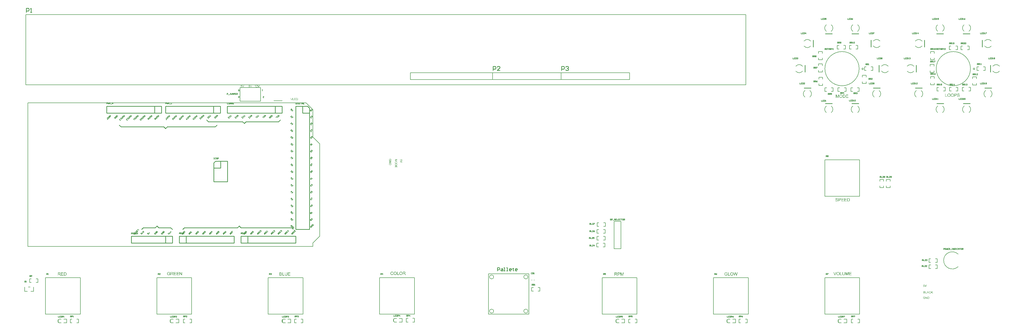
<source format=gto>
G04*
G04 #@! TF.GenerationSoftware,Altium Limited,Altium Designer,19.1.3 (30)*
G04*
G04 Layer_Color=65535*
%FSLAX25Y25*%
%MOIN*%
G70*
G01*
G75*
%ADD10C,0.00787*%
%ADD11C,0.00600*%
%ADD12C,0.00500*%
%ADD13C,0.01000*%
%ADD14C,0.00700*%
%ADD15C,0.00709*%
G36*
X1397345Y353612D02*
X1397391D01*
X1397516Y353599D01*
X1397654Y353579D01*
X1397798Y353546D01*
X1397956Y353507D01*
X1398100Y353454D01*
X1398106D01*
X1398120Y353448D01*
X1398139Y353435D01*
X1398165Y353421D01*
X1398231Y353389D01*
X1398316Y353330D01*
X1398415Y353264D01*
X1398513Y353179D01*
X1398605Y353080D01*
X1398690Y352969D01*
Y352962D01*
X1398697Y352956D01*
X1398710Y352936D01*
X1398723Y352916D01*
X1398756Y352851D01*
X1398795Y352765D01*
X1398841Y352660D01*
X1398874Y352536D01*
X1398907Y352405D01*
X1398920Y352260D01*
X1398343Y352214D01*
Y352221D01*
Y352234D01*
X1398336Y352254D01*
X1398329Y352287D01*
X1398310Y352359D01*
X1398283Y352457D01*
X1398244Y352562D01*
X1398185Y352667D01*
X1398113Y352765D01*
X1398021Y352857D01*
X1398008Y352864D01*
X1397975Y352890D01*
X1397910Y352929D01*
X1397824Y352969D01*
X1397713Y353008D01*
X1397582Y353047D01*
X1397418Y353074D01*
X1397234Y353080D01*
X1397142D01*
X1397103Y353074D01*
X1397050Y353067D01*
X1396932Y353054D01*
X1396801Y353028D01*
X1396670Y352995D01*
X1396545Y352943D01*
X1396493Y352910D01*
X1396440Y352877D01*
X1396427Y352870D01*
X1396401Y352844D01*
X1396361Y352798D01*
X1396322Y352746D01*
X1396276Y352674D01*
X1396237Y352595D01*
X1396211Y352503D01*
X1396197Y352398D01*
Y352385D01*
Y352359D01*
X1396204Y352313D01*
X1396217Y352260D01*
X1396237Y352195D01*
X1396270Y352129D01*
X1396309Y352063D01*
X1396368Y351998D01*
X1396375Y351991D01*
X1396407Y351972D01*
X1396434Y351952D01*
X1396460Y351939D01*
X1396499Y351919D01*
X1396545Y351893D01*
X1396604Y351873D01*
X1396670Y351847D01*
X1396742Y351821D01*
X1396827Y351788D01*
X1396919Y351762D01*
X1397024Y351729D01*
X1397142Y351703D01*
X1397273Y351670D01*
X1397280D01*
X1397306Y351663D01*
X1397345Y351657D01*
X1397391Y351644D01*
X1397450Y351631D01*
X1397523Y351611D01*
X1397595Y351591D01*
X1397673Y351571D01*
X1397844Y351526D01*
X1398008Y351480D01*
X1398087Y351453D01*
X1398159Y351427D01*
X1398225Y351408D01*
X1398277Y351381D01*
X1398283D01*
X1398297Y351375D01*
X1398316Y351362D01*
X1398343Y351348D01*
X1398415Y351309D01*
X1398500Y351257D01*
X1398598Y351185D01*
X1398697Y351106D01*
X1398789Y351014D01*
X1398867Y350916D01*
X1398874Y350902D01*
X1398900Y350870D01*
X1398926Y350811D01*
X1398966Y350732D01*
X1398999Y350640D01*
X1399031Y350529D01*
X1399051Y350404D01*
X1399058Y350273D01*
Y350266D01*
Y350259D01*
Y350240D01*
Y350214D01*
X1399045Y350141D01*
X1399031Y350050D01*
X1399005Y349945D01*
X1398972Y349833D01*
X1398920Y349715D01*
X1398848Y349590D01*
Y349584D01*
X1398841Y349577D01*
X1398808Y349538D01*
X1398762Y349479D01*
X1398697Y349413D01*
X1398612Y349335D01*
X1398507Y349249D01*
X1398388Y349171D01*
X1398251Y349098D01*
X1398244D01*
X1398231Y349092D01*
X1398211Y349085D01*
X1398185Y349072D01*
X1398146Y349059D01*
X1398100Y349039D01*
X1397995Y349013D01*
X1397870Y348980D01*
X1397719Y348948D01*
X1397555Y348928D01*
X1397378Y348921D01*
X1397273D01*
X1397221Y348928D01*
X1397162D01*
X1397096Y348934D01*
X1397017Y348941D01*
X1396853Y348967D01*
X1396683Y348993D01*
X1396512Y349039D01*
X1396348Y349098D01*
X1396342D01*
X1396329Y349105D01*
X1396309Y349118D01*
X1396283Y349131D01*
X1396204Y349171D01*
X1396112Y349230D01*
X1396007Y349308D01*
X1395896Y349400D01*
X1395791Y349512D01*
X1395692Y349636D01*
Y349643D01*
X1395679Y349656D01*
X1395673Y349676D01*
X1395653Y349702D01*
X1395640Y349735D01*
X1395620Y349774D01*
X1395574Y349872D01*
X1395528Y349997D01*
X1395489Y350135D01*
X1395463Y350292D01*
X1395450Y350456D01*
X1396014Y350509D01*
Y350502D01*
Y350496D01*
X1396020Y350476D01*
Y350450D01*
X1396033Y350391D01*
X1396053Y350305D01*
X1396079Y350220D01*
X1396106Y350122D01*
X1396152Y350030D01*
X1396197Y349945D01*
X1396204Y349938D01*
X1396224Y349912D01*
X1396257Y349866D01*
X1396309Y349820D01*
X1396375Y349761D01*
X1396447Y349702D01*
X1396545Y349643D01*
X1396650Y349590D01*
X1396657D01*
X1396663Y349584D01*
X1396683Y349577D01*
X1396703Y349571D01*
X1396768Y349551D01*
X1396853Y349525D01*
X1396958Y349499D01*
X1397077Y349479D01*
X1397208Y349466D01*
X1397352Y349459D01*
X1397411D01*
X1397477Y349466D01*
X1397555Y349472D01*
X1397647Y349485D01*
X1397752Y349499D01*
X1397857Y349525D01*
X1397956Y349558D01*
X1397969Y349564D01*
X1398001Y349577D01*
X1398047Y349604D01*
X1398106Y349630D01*
X1398165Y349676D01*
X1398231Y349722D01*
X1398297Y349774D01*
X1398349Y349840D01*
X1398356Y349846D01*
X1398369Y349872D01*
X1398388Y349905D01*
X1398415Y349958D01*
X1398441Y350010D01*
X1398461Y350076D01*
X1398474Y350148D01*
X1398480Y350227D01*
Y350233D01*
Y350266D01*
X1398474Y350305D01*
X1398467Y350358D01*
X1398448Y350410D01*
X1398428Y350476D01*
X1398395Y350542D01*
X1398349Y350601D01*
X1398343Y350607D01*
X1398323Y350627D01*
X1398297Y350653D01*
X1398251Y350693D01*
X1398198Y350732D01*
X1398126Y350778D01*
X1398041Y350824D01*
X1397942Y350863D01*
X1397936Y350870D01*
X1397903Y350876D01*
X1397851Y350896D01*
X1397818Y350902D01*
X1397772Y350916D01*
X1397726Y350935D01*
X1397667Y350948D01*
X1397601Y350968D01*
X1397523Y350988D01*
X1397444Y351007D01*
X1397352Y351034D01*
X1397247Y351060D01*
X1397136Y351086D01*
X1397129D01*
X1397109Y351093D01*
X1397077Y351099D01*
X1397037Y351112D01*
X1396985Y351125D01*
X1396926Y351139D01*
X1396794Y351178D01*
X1396650Y351224D01*
X1396499Y351270D01*
X1396368Y351316D01*
X1396309Y351342D01*
X1396257Y351368D01*
X1396250D01*
X1396243Y351375D01*
X1396204Y351401D01*
X1396145Y351434D01*
X1396079Y351486D01*
X1396001Y351545D01*
X1395922Y351617D01*
X1395843Y351703D01*
X1395778Y351795D01*
X1395771Y351808D01*
X1395751Y351840D01*
X1395725Y351893D01*
X1395699Y351959D01*
X1395673Y352044D01*
X1395646Y352142D01*
X1395627Y352247D01*
X1395620Y352359D01*
Y352365D01*
Y352372D01*
Y352392D01*
Y352418D01*
X1395633Y352483D01*
X1395646Y352569D01*
X1395666Y352667D01*
X1395699Y352779D01*
X1395745Y352890D01*
X1395810Y353002D01*
Y353008D01*
X1395817Y353015D01*
X1395850Y353054D01*
X1395896Y353107D01*
X1395955Y353172D01*
X1396033Y353244D01*
X1396132Y353323D01*
X1396250Y353395D01*
X1396381Y353461D01*
X1396388D01*
X1396401Y353467D01*
X1396420Y353474D01*
X1396447Y353487D01*
X1396480Y353500D01*
X1396525Y353513D01*
X1396624Y353539D01*
X1396749Y353566D01*
X1396893Y353592D01*
X1397044Y353612D01*
X1397214Y353618D01*
X1397299D01*
X1397345Y353612D01*
D02*
G37*
G36*
X1393383Y353533D02*
X1393495Y353526D01*
X1393613Y353520D01*
X1393724Y353507D01*
X1393823Y353494D01*
X1393836D01*
X1393882Y353481D01*
X1393941Y353467D01*
X1394020Y353448D01*
X1394105Y353415D01*
X1394197Y353376D01*
X1394295Y353330D01*
X1394380Y353277D01*
X1394393Y353271D01*
X1394420Y353251D01*
X1394459Y353211D01*
X1394512Y353166D01*
X1394571Y353107D01*
X1394630Y353028D01*
X1394695Y352943D01*
X1394748Y352844D01*
X1394754Y352831D01*
X1394767Y352798D01*
X1394794Y352739D01*
X1394820Y352660D01*
X1394839Y352569D01*
X1394866Y352464D01*
X1394879Y352346D01*
X1394885Y352221D01*
Y352214D01*
Y352195D01*
Y352168D01*
X1394879Y352123D01*
X1394872Y352077D01*
X1394866Y352018D01*
X1394853Y351952D01*
X1394839Y351880D01*
X1394794Y351729D01*
X1394767Y351650D01*
X1394728Y351565D01*
X1394682Y351480D01*
X1394636Y351401D01*
X1394577Y351322D01*
X1394512Y351243D01*
X1394505Y351237D01*
X1394492Y351224D01*
X1394472Y351204D01*
X1394439Y351185D01*
X1394400Y351152D01*
X1394347Y351119D01*
X1394282Y351080D01*
X1394210Y351047D01*
X1394125Y351007D01*
X1394026Y350968D01*
X1393921Y350935D01*
X1393797Y350909D01*
X1393665Y350883D01*
X1393521Y350863D01*
X1393357Y350850D01*
X1393186Y350843D01*
X1392025D01*
Y349000D01*
X1391422D01*
Y353539D01*
X1393285D01*
X1393383Y353533D01*
D02*
G37*
G36*
X1378603Y349538D02*
X1380840D01*
Y349000D01*
X1378000D01*
Y353539D01*
X1378603D01*
Y349538D01*
D02*
G37*
G36*
X1388581Y353612D02*
X1388640D01*
X1388699Y353605D01*
X1388778Y353592D01*
X1388857Y353579D01*
X1389027Y353546D01*
X1389224Y353494D01*
X1389414Y353415D01*
X1389513Y353369D01*
X1389611Y353316D01*
X1389618Y353310D01*
X1389631Y353303D01*
X1389657Y353284D01*
X1389697Y353264D01*
X1389736Y353231D01*
X1389788Y353192D01*
X1389900Y353100D01*
X1390018Y352982D01*
X1390149Y352838D01*
X1390274Y352667D01*
X1390379Y352477D01*
Y352470D01*
X1390392Y352451D01*
X1390405Y352424D01*
X1390418Y352385D01*
X1390444Y352332D01*
X1390464Y352273D01*
X1390490Y352201D01*
X1390516Y352123D01*
X1390536Y352037D01*
X1390562Y351945D01*
X1390589Y351840D01*
X1390608Y351735D01*
X1390635Y351506D01*
X1390648Y351257D01*
Y351250D01*
Y351224D01*
Y351191D01*
X1390641Y351139D01*
Y351080D01*
X1390635Y351007D01*
X1390621Y350929D01*
X1390615Y350843D01*
X1390582Y350653D01*
X1390530Y350443D01*
X1390457Y350233D01*
X1390418Y350128D01*
X1390366Y350023D01*
Y350017D01*
X1390353Y349997D01*
X1390339Y349971D01*
X1390313Y349932D01*
X1390287Y349886D01*
X1390254Y349840D01*
X1390162Y349715D01*
X1390051Y349584D01*
X1389919Y349446D01*
X1389762Y349315D01*
X1389578Y349197D01*
X1389572D01*
X1389559Y349184D01*
X1389526Y349171D01*
X1389487Y349151D01*
X1389441Y349131D01*
X1389388Y349112D01*
X1389323Y349085D01*
X1389250Y349059D01*
X1389172Y349033D01*
X1389086Y349007D01*
X1388896Y348967D01*
X1388693Y348934D01*
X1388476Y348921D01*
X1388411D01*
X1388371Y348928D01*
X1388312D01*
X1388247Y348941D01*
X1388175Y348948D01*
X1388089Y348961D01*
X1387912Y349000D01*
X1387722Y349053D01*
X1387525Y349131D01*
X1387427Y349177D01*
X1387328Y349230D01*
X1387322Y349236D01*
X1387309Y349243D01*
X1387282Y349262D01*
X1387243Y349289D01*
X1387204Y349315D01*
X1387158Y349354D01*
X1387046Y349453D01*
X1386922Y349571D01*
X1386790Y349715D01*
X1386672Y349879D01*
X1386561Y350069D01*
Y350076D01*
X1386548Y350096D01*
X1386535Y350122D01*
X1386521Y350161D01*
X1386502Y350214D01*
X1386482Y350273D01*
X1386456Y350338D01*
X1386436Y350410D01*
X1386410Y350496D01*
X1386384Y350581D01*
X1386344Y350778D01*
X1386318Y350981D01*
X1386305Y351204D01*
Y351211D01*
Y351217D01*
Y351257D01*
X1386312Y351316D01*
Y351394D01*
X1386325Y351486D01*
X1386338Y351598D01*
X1386357Y351722D01*
X1386384Y351854D01*
X1386410Y351991D01*
X1386449Y352136D01*
X1386502Y352280D01*
X1386561Y352431D01*
X1386626Y352575D01*
X1386712Y352719D01*
X1386804Y352851D01*
X1386909Y352975D01*
X1386915Y352982D01*
X1386935Y353002D01*
X1386974Y353034D01*
X1387020Y353074D01*
X1387079Y353126D01*
X1387151Y353179D01*
X1387236Y353238D01*
X1387335Y353297D01*
X1387440Y353356D01*
X1387558Y353415D01*
X1387689Y353467D01*
X1387827Y353520D01*
X1387978Y353559D01*
X1388135Y353592D01*
X1388299Y353612D01*
X1388476Y353618D01*
X1388535D01*
X1388581Y353612D01*
D02*
G37*
G36*
X1383648D02*
X1383707D01*
X1383766Y353605D01*
X1383845Y353592D01*
X1383924Y353579D01*
X1384094Y353546D01*
X1384291Y353494D01*
X1384481Y353415D01*
X1384580Y353369D01*
X1384678Y353316D01*
X1384685Y353310D01*
X1384698Y353303D01*
X1384724Y353284D01*
X1384763Y353264D01*
X1384803Y353231D01*
X1384855Y353192D01*
X1384967Y353100D01*
X1385085Y352982D01*
X1385216Y352838D01*
X1385341Y352667D01*
X1385446Y352477D01*
Y352470D01*
X1385459Y352451D01*
X1385472Y352424D01*
X1385485Y352385D01*
X1385511Y352332D01*
X1385531Y352273D01*
X1385557Y352201D01*
X1385583Y352123D01*
X1385603Y352037D01*
X1385629Y351945D01*
X1385655Y351840D01*
X1385675Y351735D01*
X1385701Y351506D01*
X1385715Y351257D01*
Y351250D01*
Y351224D01*
Y351191D01*
X1385708Y351139D01*
Y351080D01*
X1385701Y351007D01*
X1385688Y350929D01*
X1385682Y350843D01*
X1385649Y350653D01*
X1385596Y350443D01*
X1385524Y350233D01*
X1385485Y350128D01*
X1385433Y350023D01*
Y350017D01*
X1385419Y349997D01*
X1385406Y349971D01*
X1385380Y349932D01*
X1385354Y349886D01*
X1385321Y349840D01*
X1385229Y349715D01*
X1385118Y349584D01*
X1384986Y349446D01*
X1384829Y349315D01*
X1384645Y349197D01*
X1384639D01*
X1384626Y349184D01*
X1384593Y349171D01*
X1384553Y349151D01*
X1384507Y349131D01*
X1384455Y349112D01*
X1384389Y349085D01*
X1384317Y349059D01*
X1384239Y349033D01*
X1384153Y349007D01*
X1383963Y348967D01*
X1383760Y348934D01*
X1383543Y348921D01*
X1383478D01*
X1383438Y348928D01*
X1383379D01*
X1383314Y348941D01*
X1383241Y348948D01*
X1383156Y348961D01*
X1382979Y349000D01*
X1382789Y349053D01*
X1382592Y349131D01*
X1382494Y349177D01*
X1382395Y349230D01*
X1382389Y349236D01*
X1382376Y349243D01*
X1382349Y349262D01*
X1382310Y349289D01*
X1382271Y349315D01*
X1382225Y349354D01*
X1382113Y349453D01*
X1381989Y349571D01*
X1381857Y349715D01*
X1381739Y349879D01*
X1381628Y350069D01*
Y350076D01*
X1381615Y350096D01*
X1381601Y350122D01*
X1381588Y350161D01*
X1381569Y350214D01*
X1381549Y350273D01*
X1381523Y350338D01*
X1381503Y350410D01*
X1381477Y350496D01*
X1381451Y350581D01*
X1381411Y350778D01*
X1381385Y350981D01*
X1381372Y351204D01*
Y351211D01*
Y351217D01*
Y351257D01*
X1381378Y351316D01*
Y351394D01*
X1381392Y351486D01*
X1381405Y351598D01*
X1381424Y351722D01*
X1381451Y351854D01*
X1381477Y351991D01*
X1381516Y352136D01*
X1381569Y352280D01*
X1381628Y352431D01*
X1381693Y352575D01*
X1381779Y352719D01*
X1381870Y352851D01*
X1381975Y352975D01*
X1381982Y352982D01*
X1382002Y353002D01*
X1382041Y353034D01*
X1382087Y353074D01*
X1382146Y353126D01*
X1382218Y353179D01*
X1382303Y353238D01*
X1382402Y353297D01*
X1382507Y353356D01*
X1382625Y353415D01*
X1382756Y353467D01*
X1382894Y353520D01*
X1383045Y353559D01*
X1383202Y353592D01*
X1383366Y353612D01*
X1383543Y353618D01*
X1383602D01*
X1383648Y353612D01*
D02*
G37*
G36*
X1222830Y347500D02*
X1222252D01*
Y351298D01*
X1220927Y347500D01*
X1220389D01*
X1219077Y351364D01*
Y347500D01*
X1218500D01*
Y352040D01*
X1219399D01*
X1220475Y348819D01*
Y348812D01*
X1220481Y348799D01*
X1220488Y348779D01*
X1220501Y348746D01*
X1220527Y348668D01*
X1220560Y348569D01*
X1220593Y348458D01*
X1220632Y348346D01*
X1220665Y348241D01*
X1220691Y348149D01*
X1220698Y348163D01*
X1220704Y348195D01*
X1220724Y348254D01*
X1220750Y348333D01*
X1220783Y348438D01*
X1220829Y348563D01*
X1220875Y348707D01*
X1220934Y348878D01*
X1222023Y352040D01*
X1222830D01*
Y347500D01*
D02*
G37*
G36*
X1236612Y351502D02*
X1233929D01*
Y350117D01*
X1236442D01*
Y349580D01*
X1233929D01*
Y348038D01*
X1236717D01*
Y347500D01*
X1233326D01*
Y352040D01*
X1236612D01*
Y351502D01*
D02*
G37*
G36*
X1230603Y352033D02*
X1230734Y352026D01*
X1230866Y352013D01*
X1230997Y351994D01*
X1231108Y351974D01*
X1231115D01*
X1231128Y351967D01*
X1231148D01*
X1231174Y351954D01*
X1231246Y351935D01*
X1231338Y351902D01*
X1231443Y351856D01*
X1231554Y351797D01*
X1231666Y351731D01*
X1231771Y351646D01*
X1231777Y351639D01*
X1231784Y351633D01*
X1231804Y351613D01*
X1231830Y351593D01*
X1231896Y351528D01*
X1231974Y351436D01*
X1232059Y351325D01*
X1232151Y351193D01*
X1232237Y351042D01*
X1232309Y350872D01*
Y350865D01*
X1232315Y350852D01*
X1232329Y350826D01*
X1232335Y350787D01*
X1232355Y350741D01*
X1232368Y350688D01*
X1232381Y350629D01*
X1232401Y350557D01*
X1232420Y350485D01*
X1232433Y350399D01*
X1232466Y350216D01*
X1232486Y350012D01*
X1232493Y349789D01*
Y349783D01*
Y349770D01*
Y349737D01*
Y349704D01*
X1232486Y349658D01*
Y349606D01*
X1232479Y349481D01*
X1232460Y349337D01*
X1232440Y349186D01*
X1232407Y349028D01*
X1232368Y348871D01*
Y348865D01*
X1232361Y348851D01*
X1232355Y348832D01*
X1232348Y348805D01*
X1232322Y348733D01*
X1232283Y348641D01*
X1232243Y348536D01*
X1232191Y348431D01*
X1232125Y348320D01*
X1232059Y348215D01*
X1232053Y348202D01*
X1232027Y348169D01*
X1231987Y348123D01*
X1231935Y348064D01*
X1231876Y347999D01*
X1231804Y347933D01*
X1231732Y347861D01*
X1231646Y347802D01*
X1231633Y347795D01*
X1231607Y347776D01*
X1231561Y347749D01*
X1231495Y347716D01*
X1231417Y347677D01*
X1231325Y347644D01*
X1231220Y347605D01*
X1231102Y347572D01*
X1231089D01*
X1231069Y347566D01*
X1231049Y347559D01*
X1230984Y347552D01*
X1230892Y347539D01*
X1230787Y347526D01*
X1230662Y347513D01*
X1230525Y347507D01*
X1230374Y347500D01*
X1228740D01*
Y352040D01*
X1230485D01*
X1230603Y352033D01*
D02*
G37*
G36*
X1225900Y352112D02*
X1225959D01*
X1226018Y352105D01*
X1226097Y352092D01*
X1226175Y352079D01*
X1226346Y352046D01*
X1226543Y351994D01*
X1226733Y351915D01*
X1226831Y351869D01*
X1226930Y351817D01*
X1226936Y351810D01*
X1226949Y351803D01*
X1226976Y351784D01*
X1227015Y351764D01*
X1227054Y351731D01*
X1227107Y351692D01*
X1227218Y351600D01*
X1227336Y351482D01*
X1227468Y351338D01*
X1227592Y351167D01*
X1227697Y350977D01*
Y350970D01*
X1227710Y350951D01*
X1227723Y350924D01*
X1227736Y350885D01*
X1227763Y350833D01*
X1227782Y350773D01*
X1227809Y350701D01*
X1227835Y350623D01*
X1227855Y350537D01*
X1227881Y350445D01*
X1227907Y350341D01*
X1227927Y350236D01*
X1227953Y350006D01*
X1227966Y349757D01*
Y349750D01*
Y349724D01*
Y349691D01*
X1227960Y349639D01*
Y349580D01*
X1227953Y349507D01*
X1227940Y349429D01*
X1227933Y349343D01*
X1227901Y349153D01*
X1227848Y348943D01*
X1227776Y348733D01*
X1227736Y348628D01*
X1227684Y348523D01*
Y348517D01*
X1227671Y348497D01*
X1227658Y348471D01*
X1227631Y348431D01*
X1227605Y348386D01*
X1227573Y348340D01*
X1227481Y348215D01*
X1227369Y348084D01*
X1227238Y347946D01*
X1227081Y347815D01*
X1226897Y347697D01*
X1226890D01*
X1226877Y347684D01*
X1226844Y347671D01*
X1226805Y347651D01*
X1226759Y347631D01*
X1226707Y347611D01*
X1226641Y347585D01*
X1226569Y347559D01*
X1226490Y347533D01*
X1226405Y347507D01*
X1226215Y347467D01*
X1226011Y347434D01*
X1225795Y347421D01*
X1225729D01*
X1225690Y347428D01*
X1225631D01*
X1225565Y347441D01*
X1225493Y347447D01*
X1225408Y347461D01*
X1225231Y347500D01*
X1225040Y347552D01*
X1224844Y347631D01*
X1224745Y347677D01*
X1224647Y347730D01*
X1224640Y347736D01*
X1224627Y347743D01*
X1224601Y347762D01*
X1224561Y347789D01*
X1224522Y347815D01*
X1224476Y347854D01*
X1224365Y347953D01*
X1224240Y348071D01*
X1224109Y348215D01*
X1223991Y348379D01*
X1223879Y348569D01*
Y348576D01*
X1223866Y348595D01*
X1223853Y348622D01*
X1223840Y348661D01*
X1223820Y348714D01*
X1223800Y348773D01*
X1223774Y348838D01*
X1223755Y348910D01*
X1223728Y348996D01*
X1223702Y349081D01*
X1223663Y349278D01*
X1223637Y349481D01*
X1223623Y349704D01*
Y349711D01*
Y349717D01*
Y349757D01*
X1223630Y349816D01*
Y349894D01*
X1223643Y349986D01*
X1223656Y350098D01*
X1223676Y350222D01*
X1223702Y350354D01*
X1223728Y350491D01*
X1223768Y350636D01*
X1223820Y350780D01*
X1223879Y350931D01*
X1223945Y351075D01*
X1224030Y351220D01*
X1224122Y351351D01*
X1224227Y351475D01*
X1224233Y351482D01*
X1224253Y351502D01*
X1224292Y351534D01*
X1224338Y351574D01*
X1224397Y351626D01*
X1224470Y351679D01*
X1224555Y351738D01*
X1224653Y351797D01*
X1224758Y351856D01*
X1224876Y351915D01*
X1225008Y351967D01*
X1225145Y352020D01*
X1225296Y352059D01*
X1225454Y352092D01*
X1225618Y352112D01*
X1225795Y352118D01*
X1225854D01*
X1225900Y352112D01*
D02*
G37*
G36*
X1219896Y200612D02*
X1219942D01*
X1220066Y200599D01*
X1220204Y200579D01*
X1220348Y200546D01*
X1220506Y200507D01*
X1220650Y200454D01*
X1220657D01*
X1220670Y200448D01*
X1220690Y200435D01*
X1220716Y200421D01*
X1220781Y200389D01*
X1220867Y200330D01*
X1220965Y200264D01*
X1221064Y200179D01*
X1221155Y200080D01*
X1221241Y199969D01*
Y199962D01*
X1221247Y199956D01*
X1221260Y199936D01*
X1221273Y199916D01*
X1221306Y199851D01*
X1221346Y199765D01*
X1221391Y199661D01*
X1221424Y199536D01*
X1221457Y199405D01*
X1221470Y199260D01*
X1220893Y199214D01*
Y199221D01*
Y199234D01*
X1220886Y199254D01*
X1220880Y199287D01*
X1220860Y199359D01*
X1220834Y199457D01*
X1220795Y199562D01*
X1220735Y199667D01*
X1220663Y199765D01*
X1220572Y199857D01*
X1220558Y199864D01*
X1220526Y199890D01*
X1220460Y199929D01*
X1220375Y199969D01*
X1220263Y200008D01*
X1220132Y200047D01*
X1219968Y200074D01*
X1219784Y200080D01*
X1219693D01*
X1219653Y200074D01*
X1219601Y200067D01*
X1219483Y200054D01*
X1219351Y200028D01*
X1219220Y199995D01*
X1219096Y199943D01*
X1219043Y199910D01*
X1218991Y199877D01*
X1218977Y199870D01*
X1218951Y199844D01*
X1218912Y199798D01*
X1218873Y199746D01*
X1218827Y199674D01*
X1218787Y199595D01*
X1218761Y199503D01*
X1218748Y199398D01*
Y199385D01*
Y199359D01*
X1218754Y199313D01*
X1218768Y199260D01*
X1218787Y199195D01*
X1218820Y199129D01*
X1218859Y199064D01*
X1218918Y198998D01*
X1218925Y198991D01*
X1218958Y198972D01*
X1218984Y198952D01*
X1219010Y198939D01*
X1219050Y198919D01*
X1219096Y198893D01*
X1219155Y198873D01*
X1219220Y198847D01*
X1219292Y198821D01*
X1219378Y198788D01*
X1219469Y198762D01*
X1219574Y198729D01*
X1219693Y198703D01*
X1219824Y198670D01*
X1219830D01*
X1219856Y198663D01*
X1219896Y198657D01*
X1219942Y198644D01*
X1220001Y198631D01*
X1220073Y198611D01*
X1220145Y198591D01*
X1220224Y198572D01*
X1220394Y198526D01*
X1220558Y198480D01*
X1220637Y198453D01*
X1220709Y198427D01*
X1220775Y198407D01*
X1220827Y198381D01*
X1220834D01*
X1220847Y198375D01*
X1220867Y198362D01*
X1220893Y198348D01*
X1220965Y198309D01*
X1221050Y198257D01*
X1221149Y198185D01*
X1221247Y198106D01*
X1221339Y198014D01*
X1221418Y197915D01*
X1221424Y197902D01*
X1221451Y197870D01*
X1221477Y197811D01*
X1221516Y197732D01*
X1221549Y197640D01*
X1221582Y197529D01*
X1221601Y197404D01*
X1221608Y197273D01*
Y197266D01*
Y197259D01*
Y197240D01*
Y197214D01*
X1221595Y197141D01*
X1221582Y197050D01*
X1221556Y196945D01*
X1221523Y196833D01*
X1221470Y196715D01*
X1221398Y196590D01*
Y196584D01*
X1221391Y196577D01*
X1221359Y196538D01*
X1221313Y196479D01*
X1221247Y196413D01*
X1221162Y196335D01*
X1221057Y196249D01*
X1220939Y196171D01*
X1220801Y196098D01*
X1220795D01*
X1220781Y196092D01*
X1220762Y196085D01*
X1220735Y196072D01*
X1220696Y196059D01*
X1220650Y196039D01*
X1220545Y196013D01*
X1220421Y195980D01*
X1220270Y195948D01*
X1220106Y195928D01*
X1219929Y195921D01*
X1219824D01*
X1219771Y195928D01*
X1219712D01*
X1219647Y195934D01*
X1219568Y195941D01*
X1219404Y195967D01*
X1219233Y195993D01*
X1219063Y196039D01*
X1218899Y196098D01*
X1218892D01*
X1218879Y196105D01*
X1218859Y196118D01*
X1218833Y196131D01*
X1218754Y196171D01*
X1218663Y196230D01*
X1218558Y196308D01*
X1218446Y196400D01*
X1218341Y196512D01*
X1218243Y196636D01*
Y196643D01*
X1218230Y196656D01*
X1218223Y196676D01*
X1218203Y196702D01*
X1218190Y196735D01*
X1218171Y196774D01*
X1218125Y196872D01*
X1218079Y196997D01*
X1218039Y197135D01*
X1218013Y197292D01*
X1218000Y197456D01*
X1218564Y197509D01*
Y197502D01*
Y197496D01*
X1218571Y197476D01*
Y197450D01*
X1218584Y197391D01*
X1218604Y197305D01*
X1218630Y197220D01*
X1218656Y197122D01*
X1218702Y197030D01*
X1218748Y196945D01*
X1218754Y196938D01*
X1218774Y196912D01*
X1218807Y196866D01*
X1218859Y196820D01*
X1218925Y196761D01*
X1218997Y196702D01*
X1219096Y196643D01*
X1219201Y196590D01*
X1219207D01*
X1219214Y196584D01*
X1219233Y196577D01*
X1219253Y196571D01*
X1219319Y196551D01*
X1219404Y196525D01*
X1219509Y196499D01*
X1219627Y196479D01*
X1219758Y196466D01*
X1219902Y196459D01*
X1219961D01*
X1220027Y196466D01*
X1220106Y196472D01*
X1220198Y196485D01*
X1220303Y196499D01*
X1220407Y196525D01*
X1220506Y196558D01*
X1220519Y196564D01*
X1220552Y196577D01*
X1220598Y196604D01*
X1220657Y196630D01*
X1220716Y196676D01*
X1220781Y196722D01*
X1220847Y196774D01*
X1220899Y196840D01*
X1220906Y196846D01*
X1220919Y196872D01*
X1220939Y196905D01*
X1220965Y196958D01*
X1220991Y197010D01*
X1221011Y197076D01*
X1221024Y197148D01*
X1221031Y197227D01*
Y197233D01*
Y197266D01*
X1221024Y197305D01*
X1221018Y197358D01*
X1220998Y197410D01*
X1220978Y197476D01*
X1220945Y197542D01*
X1220899Y197601D01*
X1220893Y197607D01*
X1220873Y197627D01*
X1220847Y197653D01*
X1220801Y197693D01*
X1220749Y197732D01*
X1220677Y197778D01*
X1220591Y197824D01*
X1220493Y197863D01*
X1220486Y197870D01*
X1220453Y197876D01*
X1220401Y197896D01*
X1220368Y197902D01*
X1220322Y197915D01*
X1220276Y197935D01*
X1220217Y197948D01*
X1220152Y197968D01*
X1220073Y197988D01*
X1219994Y198007D01*
X1219902Y198034D01*
X1219797Y198060D01*
X1219686Y198086D01*
X1219679D01*
X1219660Y198093D01*
X1219627Y198099D01*
X1219588Y198112D01*
X1219535Y198125D01*
X1219476Y198139D01*
X1219345Y198178D01*
X1219201Y198224D01*
X1219050Y198270D01*
X1218918Y198316D01*
X1218859Y198342D01*
X1218807Y198368D01*
X1218800D01*
X1218794Y198375D01*
X1218754Y198401D01*
X1218695Y198434D01*
X1218630Y198486D01*
X1218551Y198545D01*
X1218472Y198617D01*
X1218394Y198703D01*
X1218328Y198795D01*
X1218321Y198808D01*
X1218302Y198840D01*
X1218276Y198893D01*
X1218249Y198959D01*
X1218223Y199044D01*
X1218197Y199142D01*
X1218177Y199247D01*
X1218171Y199359D01*
Y199365D01*
Y199372D01*
Y199391D01*
Y199418D01*
X1218184Y199483D01*
X1218197Y199569D01*
X1218217Y199667D01*
X1218249Y199779D01*
X1218295Y199890D01*
X1218361Y200002D01*
Y200008D01*
X1218367Y200015D01*
X1218400Y200054D01*
X1218446Y200107D01*
X1218505Y200172D01*
X1218584Y200244D01*
X1218682Y200323D01*
X1218800Y200395D01*
X1218931Y200461D01*
X1218938D01*
X1218951Y200467D01*
X1218971Y200474D01*
X1218997Y200487D01*
X1219030Y200500D01*
X1219076Y200513D01*
X1219174Y200539D01*
X1219299Y200566D01*
X1219443Y200592D01*
X1219594Y200612D01*
X1219765Y200618D01*
X1219850D01*
X1219896Y200612D01*
D02*
G37*
G36*
X1236991Y200533D02*
X1237122Y200526D01*
X1237254Y200513D01*
X1237385Y200494D01*
X1237496Y200474D01*
X1237503D01*
X1237516Y200467D01*
X1237536D01*
X1237562Y200454D01*
X1237634Y200435D01*
X1237726Y200402D01*
X1237831Y200356D01*
X1237942Y200297D01*
X1238054Y200231D01*
X1238159Y200146D01*
X1238165Y200139D01*
X1238172Y200133D01*
X1238192Y200113D01*
X1238218Y200093D01*
X1238284Y200028D01*
X1238362Y199936D01*
X1238447Y199825D01*
X1238539Y199693D01*
X1238625Y199542D01*
X1238697Y199372D01*
Y199365D01*
X1238703Y199352D01*
X1238717Y199326D01*
X1238723Y199287D01*
X1238743Y199241D01*
X1238756Y199188D01*
X1238769Y199129D01*
X1238789Y199057D01*
X1238808Y198985D01*
X1238821Y198899D01*
X1238854Y198716D01*
X1238874Y198512D01*
X1238881Y198289D01*
Y198283D01*
Y198270D01*
Y198237D01*
Y198204D01*
X1238874Y198158D01*
Y198106D01*
X1238867Y197981D01*
X1238848Y197837D01*
X1238828Y197686D01*
X1238795Y197529D01*
X1238756Y197371D01*
Y197364D01*
X1238749Y197351D01*
X1238743Y197332D01*
X1238736Y197305D01*
X1238710Y197233D01*
X1238671Y197141D01*
X1238631Y197037D01*
X1238579Y196932D01*
X1238513Y196820D01*
X1238447Y196715D01*
X1238441Y196702D01*
X1238415Y196669D01*
X1238375Y196623D01*
X1238323Y196564D01*
X1238264Y196499D01*
X1238192Y196433D01*
X1238120Y196361D01*
X1238034Y196302D01*
X1238021Y196295D01*
X1237995Y196275D01*
X1237949Y196249D01*
X1237883Y196216D01*
X1237805Y196177D01*
X1237713Y196144D01*
X1237608Y196105D01*
X1237490Y196072D01*
X1237477D01*
X1237457Y196066D01*
X1237437Y196059D01*
X1237372Y196053D01*
X1237280Y196039D01*
X1237175Y196026D01*
X1237050Y196013D01*
X1236913Y196007D01*
X1236762Y196000D01*
X1235128D01*
Y200539D01*
X1236873D01*
X1236991Y200533D01*
D02*
G37*
G36*
X1234190Y200002D02*
X1231507D01*
Y198617D01*
X1234019D01*
Y198080D01*
X1231507D01*
Y196538D01*
X1234295D01*
Y196000D01*
X1230904D01*
Y200539D01*
X1234190D01*
Y200002D01*
D02*
G37*
G36*
X1229959D02*
X1227276D01*
Y198617D01*
X1229788D01*
Y198080D01*
X1227276D01*
Y196538D01*
X1230064D01*
Y196000D01*
X1226672D01*
Y200539D01*
X1229959D01*
Y200002D01*
D02*
G37*
G36*
X1224396Y200533D02*
X1224508Y200526D01*
X1224626Y200520D01*
X1224737Y200507D01*
X1224835Y200494D01*
X1224849D01*
X1224895Y200481D01*
X1224954Y200467D01*
X1225032Y200448D01*
X1225118Y200415D01*
X1225209Y200376D01*
X1225308Y200330D01*
X1225393Y200277D01*
X1225406Y200271D01*
X1225432Y200251D01*
X1225472Y200212D01*
X1225524Y200166D01*
X1225583Y200107D01*
X1225642Y200028D01*
X1225708Y199943D01*
X1225760Y199844D01*
X1225767Y199831D01*
X1225780Y199798D01*
X1225806Y199739D01*
X1225833Y199661D01*
X1225852Y199569D01*
X1225879Y199464D01*
X1225892Y199346D01*
X1225898Y199221D01*
Y199214D01*
Y199195D01*
Y199169D01*
X1225892Y199123D01*
X1225885Y199077D01*
X1225879Y199018D01*
X1225865Y198952D01*
X1225852Y198880D01*
X1225806Y198729D01*
X1225780Y198650D01*
X1225741Y198565D01*
X1225695Y198480D01*
X1225649Y198401D01*
X1225590Y198322D01*
X1225524Y198243D01*
X1225518Y198237D01*
X1225505Y198224D01*
X1225485Y198204D01*
X1225452Y198185D01*
X1225413Y198152D01*
X1225360Y198119D01*
X1225295Y198080D01*
X1225223Y198047D01*
X1225137Y198007D01*
X1225039Y197968D01*
X1224934Y197935D01*
X1224809Y197909D01*
X1224678Y197883D01*
X1224534Y197863D01*
X1224370Y197850D01*
X1224199Y197843D01*
X1223038D01*
Y196000D01*
X1222435D01*
Y200539D01*
X1224298D01*
X1224396Y200533D01*
D02*
G37*
G36*
X1237048Y88000D02*
X1236471D01*
Y91798D01*
X1235146Y88000D01*
X1234608D01*
X1233296Y91864D01*
Y88000D01*
X1232719D01*
Y92540D01*
X1233617D01*
X1234693Y89319D01*
Y89312D01*
X1234700Y89299D01*
X1234706Y89279D01*
X1234719Y89246D01*
X1234746Y89168D01*
X1234778Y89069D01*
X1234811Y88958D01*
X1234851Y88846D01*
X1234883Y88741D01*
X1234910Y88649D01*
X1234916Y88663D01*
X1234923Y88695D01*
X1234942Y88754D01*
X1234969Y88833D01*
X1235001Y88938D01*
X1235047Y89063D01*
X1235093Y89207D01*
X1235152Y89378D01*
X1236241Y92540D01*
X1237048D01*
Y88000D01*
D02*
G37*
G36*
X1217381D02*
X1216751D01*
X1214993Y92540D01*
X1215649D01*
X1216830Y89240D01*
Y89233D01*
X1216837Y89220D01*
X1216843Y89201D01*
X1216856Y89174D01*
X1216863Y89135D01*
X1216876Y89095D01*
X1216909Y88997D01*
X1216948Y88886D01*
X1216988Y88761D01*
X1217066Y88499D01*
Y88505D01*
X1217073Y88518D01*
X1217080Y88538D01*
X1217086Y88564D01*
X1217106Y88636D01*
X1217139Y88735D01*
X1217171Y88846D01*
X1217211Y88971D01*
X1217257Y89102D01*
X1217309Y89240D01*
X1218542Y92540D01*
X1219153D01*
X1217381Y88000D01*
D02*
G37*
G36*
X1231735Y89916D02*
Y89909D01*
Y89883D01*
Y89850D01*
Y89804D01*
X1231728Y89745D01*
Y89679D01*
X1231721Y89601D01*
X1231715Y89522D01*
X1231695Y89345D01*
X1231669Y89161D01*
X1231630Y88984D01*
X1231603Y88899D01*
X1231577Y88820D01*
Y88813D01*
X1231571Y88800D01*
X1231557Y88781D01*
X1231544Y88754D01*
X1231505Y88682D01*
X1231446Y88590D01*
X1231367Y88485D01*
X1231275Y88380D01*
X1231157Y88269D01*
X1231013Y88171D01*
X1231006D01*
X1230993Y88157D01*
X1230974Y88151D01*
X1230941Y88131D01*
X1230901Y88112D01*
X1230849Y88092D01*
X1230797Y88072D01*
X1230731Y88046D01*
X1230659Y88020D01*
X1230580Y88000D01*
X1230495Y87980D01*
X1230396Y87961D01*
X1230298Y87947D01*
X1230193Y87934D01*
X1229957Y87921D01*
X1229898D01*
X1229852Y87928D01*
X1229799D01*
X1229734Y87934D01*
X1229662Y87941D01*
X1229589Y87947D01*
X1229425Y87974D01*
X1229248Y88013D01*
X1229078Y88066D01*
X1228914Y88138D01*
X1228907D01*
X1228894Y88151D01*
X1228874Y88164D01*
X1228848Y88177D01*
X1228776Y88230D01*
X1228691Y88302D01*
X1228592Y88394D01*
X1228500Y88499D01*
X1228409Y88630D01*
X1228337Y88774D01*
Y88781D01*
X1228330Y88794D01*
X1228323Y88820D01*
X1228310Y88853D01*
X1228297Y88892D01*
X1228284Y88945D01*
X1228264Y89004D01*
X1228251Y89076D01*
X1228238Y89155D01*
X1228218Y89240D01*
X1228205Y89332D01*
X1228192Y89430D01*
X1228179Y89542D01*
X1228172Y89660D01*
X1228166Y89784D01*
Y89916D01*
Y92540D01*
X1228769D01*
Y89916D01*
Y89909D01*
Y89889D01*
Y89856D01*
Y89817D01*
X1228776Y89771D01*
Y89712D01*
X1228783Y89587D01*
X1228796Y89443D01*
X1228815Y89299D01*
X1228842Y89161D01*
X1228855Y89102D01*
X1228874Y89043D01*
X1228881Y89030D01*
X1228894Y88997D01*
X1228927Y88951D01*
X1228966Y88886D01*
X1229012Y88820D01*
X1229078Y88748D01*
X1229156Y88676D01*
X1229248Y88617D01*
X1229261Y88610D01*
X1229294Y88590D01*
X1229353Y88571D01*
X1229432Y88544D01*
X1229524Y88512D01*
X1229642Y88492D01*
X1229767Y88472D01*
X1229904Y88466D01*
X1229970D01*
X1230009Y88472D01*
X1230068D01*
X1230127Y88479D01*
X1230272Y88505D01*
X1230429Y88538D01*
X1230580Y88590D01*
X1230724Y88663D01*
X1230790Y88709D01*
X1230849Y88761D01*
X1230855Y88767D01*
X1230862Y88774D01*
X1230875Y88794D01*
X1230895Y88820D01*
X1230915Y88859D01*
X1230941Y88899D01*
X1230967Y88958D01*
X1230993Y89017D01*
X1231019Y89089D01*
X1231039Y89174D01*
X1231065Y89273D01*
X1231085Y89378D01*
X1231105Y89496D01*
X1231118Y89620D01*
X1231131Y89765D01*
Y89916D01*
Y92540D01*
X1231735D01*
Y89916D01*
D02*
G37*
G36*
X1241319Y92002D02*
X1238636D01*
Y90617D01*
X1241148D01*
Y90079D01*
X1238636D01*
Y88538D01*
X1241424D01*
Y88000D01*
X1238032D01*
Y92540D01*
X1241319D01*
Y92002D01*
D02*
G37*
G36*
X1225207Y88538D02*
X1227444D01*
Y88000D01*
X1224604D01*
Y92540D01*
X1225207D01*
Y88538D01*
D02*
G37*
G36*
X1221790Y92612D02*
X1221849D01*
X1221908Y92605D01*
X1221986Y92592D01*
X1222065Y92579D01*
X1222236Y92546D01*
X1222433Y92494D01*
X1222623Y92415D01*
X1222721Y92369D01*
X1222820Y92317D01*
X1222826Y92310D01*
X1222839Y92303D01*
X1222865Y92284D01*
X1222905Y92264D01*
X1222944Y92231D01*
X1222997Y92192D01*
X1223108Y92100D01*
X1223226Y91982D01*
X1223357Y91838D01*
X1223482Y91667D01*
X1223587Y91477D01*
Y91470D01*
X1223600Y91451D01*
X1223613Y91424D01*
X1223626Y91385D01*
X1223653Y91333D01*
X1223672Y91273D01*
X1223699Y91201D01*
X1223725Y91123D01*
X1223744Y91037D01*
X1223771Y90945D01*
X1223797Y90841D01*
X1223817Y90736D01*
X1223843Y90506D01*
X1223856Y90257D01*
Y90250D01*
Y90224D01*
Y90191D01*
X1223849Y90139D01*
Y90079D01*
X1223843Y90007D01*
X1223830Y89929D01*
X1223823Y89843D01*
X1223790Y89653D01*
X1223738Y89443D01*
X1223666Y89233D01*
X1223626Y89128D01*
X1223574Y89023D01*
Y89017D01*
X1223561Y88997D01*
X1223548Y88971D01*
X1223521Y88932D01*
X1223495Y88886D01*
X1223462Y88840D01*
X1223371Y88715D01*
X1223259Y88584D01*
X1223128Y88446D01*
X1222970Y88315D01*
X1222787Y88197D01*
X1222780D01*
X1222767Y88184D01*
X1222734Y88171D01*
X1222695Y88151D01*
X1222649Y88131D01*
X1222596Y88112D01*
X1222531Y88085D01*
X1222459Y88059D01*
X1222380Y88033D01*
X1222295Y88007D01*
X1222104Y87967D01*
X1221901Y87934D01*
X1221685Y87921D01*
X1221619D01*
X1221580Y87928D01*
X1221521D01*
X1221455Y87941D01*
X1221383Y87947D01*
X1221298Y87961D01*
X1221120Y88000D01*
X1220930Y88052D01*
X1220733Y88131D01*
X1220635Y88177D01*
X1220537Y88230D01*
X1220530Y88236D01*
X1220517Y88243D01*
X1220491Y88262D01*
X1220451Y88289D01*
X1220412Y88315D01*
X1220366Y88354D01*
X1220255Y88453D01*
X1220130Y88571D01*
X1219999Y88715D01*
X1219881Y88879D01*
X1219769Y89069D01*
Y89076D01*
X1219756Y89095D01*
X1219743Y89122D01*
X1219730Y89161D01*
X1219710Y89214D01*
X1219690Y89273D01*
X1219664Y89338D01*
X1219645Y89410D01*
X1219618Y89496D01*
X1219592Y89581D01*
X1219553Y89778D01*
X1219526Y89981D01*
X1219513Y90204D01*
Y90211D01*
Y90217D01*
Y90257D01*
X1219520Y90316D01*
Y90394D01*
X1219533Y90486D01*
X1219546Y90598D01*
X1219566Y90722D01*
X1219592Y90854D01*
X1219618Y90991D01*
X1219658Y91136D01*
X1219710Y91280D01*
X1219769Y91431D01*
X1219835Y91575D01*
X1219920Y91720D01*
X1220012Y91851D01*
X1220117Y91975D01*
X1220123Y91982D01*
X1220143Y92002D01*
X1220182Y92034D01*
X1220228Y92074D01*
X1220287Y92126D01*
X1220360Y92179D01*
X1220445Y92238D01*
X1220543Y92297D01*
X1220648Y92356D01*
X1220766Y92415D01*
X1220897Y92467D01*
X1221035Y92520D01*
X1221186Y92559D01*
X1221344Y92592D01*
X1221507Y92612D01*
X1221685Y92618D01*
X1221744D01*
X1221790Y92612D01*
D02*
G37*
G36*
X1058394Y92112D02*
X1058447D01*
X1058572Y92099D01*
X1058709Y92079D01*
X1058854Y92046D01*
X1059011Y92007D01*
X1059162Y91954D01*
X1059169D01*
X1059182Y91948D01*
X1059201Y91941D01*
X1059227Y91928D01*
X1059300Y91889D01*
X1059391Y91843D01*
X1059490Y91777D01*
X1059595Y91698D01*
X1059693Y91613D01*
X1059785Y91508D01*
X1059798Y91495D01*
X1059824Y91456D01*
X1059864Y91397D01*
X1059916Y91311D01*
X1059969Y91206D01*
X1060028Y91075D01*
X1060087Y90931D01*
X1060133Y90767D01*
X1059588Y90623D01*
Y90629D01*
X1059582Y90636D01*
X1059575Y90655D01*
X1059569Y90682D01*
X1059549Y90741D01*
X1059523Y90819D01*
X1059483Y90911D01*
X1059437Y90996D01*
X1059391Y91088D01*
X1059332Y91167D01*
X1059326Y91174D01*
X1059306Y91200D01*
X1059267Y91233D01*
X1059221Y91279D01*
X1059162Y91331D01*
X1059083Y91383D01*
X1058998Y91436D01*
X1058899Y91482D01*
X1058886Y91488D01*
X1058854Y91502D01*
X1058795Y91521D01*
X1058716Y91548D01*
X1058624Y91567D01*
X1058519Y91587D01*
X1058401Y91600D01*
X1058276Y91607D01*
X1058204D01*
X1058171Y91600D01*
X1058132D01*
X1058034Y91593D01*
X1057922Y91574D01*
X1057797Y91554D01*
X1057679Y91521D01*
X1057561Y91475D01*
X1057548Y91469D01*
X1057509Y91456D01*
X1057456Y91423D01*
X1057391Y91390D01*
X1057312Y91338D01*
X1057227Y91285D01*
X1057148Y91220D01*
X1057076Y91147D01*
X1057069Y91141D01*
X1057043Y91115D01*
X1057010Y91069D01*
X1056971Y91016D01*
X1056925Y90951D01*
X1056879Y90872D01*
X1056833Y90787D01*
X1056787Y90695D01*
Y90688D01*
X1056781Y90675D01*
X1056774Y90655D01*
X1056761Y90623D01*
X1056748Y90583D01*
X1056735Y90537D01*
X1056715Y90485D01*
X1056702Y90426D01*
X1056669Y90288D01*
X1056643Y90131D01*
X1056623Y89967D01*
X1056617Y89783D01*
Y89776D01*
Y89757D01*
Y89724D01*
X1056623Y89684D01*
Y89632D01*
X1056630Y89566D01*
X1056636Y89501D01*
X1056643Y89429D01*
X1056669Y89265D01*
X1056702Y89094D01*
X1056754Y88924D01*
X1056820Y88759D01*
Y88753D01*
X1056833Y88740D01*
X1056840Y88720D01*
X1056859Y88694D01*
X1056905Y88622D01*
X1056977Y88530D01*
X1057063Y88432D01*
X1057168Y88333D01*
X1057292Y88241D01*
X1057430Y88156D01*
X1057437D01*
X1057450Y88149D01*
X1057469Y88136D01*
X1057502Y88123D01*
X1057535Y88110D01*
X1057581Y88097D01*
X1057686Y88058D01*
X1057817Y88025D01*
X1057961Y87992D01*
X1058119Y87966D01*
X1058283Y87959D01*
X1058348D01*
X1058388Y87966D01*
X1058427D01*
X1058526Y87979D01*
X1058644Y87992D01*
X1058768Y88018D01*
X1058906Y88058D01*
X1059044Y88103D01*
X1059050D01*
X1059064Y88110D01*
X1059077Y88117D01*
X1059103Y88130D01*
X1059175Y88163D01*
X1059254Y88202D01*
X1059346Y88248D01*
X1059444Y88300D01*
X1059536Y88359D01*
X1059615Y88425D01*
Y89278D01*
X1058276D01*
Y89816D01*
X1060205D01*
Y88130D01*
X1060198Y88123D01*
X1060185Y88117D01*
X1060159Y88097D01*
X1060126Y88071D01*
X1060087Y88045D01*
X1060041Y88012D01*
X1059982Y87972D01*
X1059923Y87933D01*
X1059785Y87848D01*
X1059628Y87756D01*
X1059464Y87671D01*
X1059287Y87598D01*
X1059280D01*
X1059267Y87592D01*
X1059241Y87585D01*
X1059208Y87572D01*
X1059162Y87559D01*
X1059109Y87539D01*
X1059050Y87526D01*
X1058991Y87513D01*
X1058847Y87480D01*
X1058683Y87448D01*
X1058506Y87428D01*
X1058322Y87421D01*
X1058257D01*
X1058211Y87428D01*
X1058152D01*
X1058080Y87434D01*
X1058001Y87448D01*
X1057915Y87454D01*
X1057725Y87493D01*
X1057522Y87539D01*
X1057312Y87612D01*
X1057207Y87651D01*
X1057102Y87703D01*
X1057096Y87710D01*
X1057076Y87717D01*
X1057050Y87736D01*
X1057010Y87756D01*
X1056964Y87789D01*
X1056918Y87821D01*
X1056794Y87913D01*
X1056663Y88031D01*
X1056525Y88176D01*
X1056394Y88340D01*
X1056275Y88530D01*
Y88537D01*
X1056262Y88556D01*
X1056249Y88582D01*
X1056230Y88628D01*
X1056210Y88674D01*
X1056190Y88740D01*
X1056164Y88805D01*
X1056138Y88884D01*
X1056112Y88969D01*
X1056085Y89068D01*
X1056066Y89166D01*
X1056046Y89271D01*
X1056013Y89501D01*
X1056000Y89744D01*
Y89750D01*
Y89776D01*
Y89809D01*
X1056007Y89855D01*
Y89914D01*
X1056013Y89986D01*
X1056026Y90058D01*
X1056033Y90144D01*
X1056052Y90236D01*
X1056066Y90334D01*
X1056118Y90544D01*
X1056184Y90760D01*
X1056275Y90977D01*
X1056282Y90983D01*
X1056289Y91003D01*
X1056302Y91029D01*
X1056328Y91069D01*
X1056354Y91121D01*
X1056387Y91174D01*
X1056479Y91298D01*
X1056590Y91443D01*
X1056728Y91580D01*
X1056886Y91718D01*
X1056977Y91777D01*
X1057069Y91836D01*
X1057076Y91843D01*
X1057096Y91849D01*
X1057122Y91862D01*
X1057161Y91882D01*
X1057214Y91902D01*
X1057273Y91928D01*
X1057338Y91954D01*
X1057417Y91980D01*
X1057502Y92007D01*
X1057594Y92026D01*
X1057693Y92053D01*
X1057797Y92072D01*
X1058027Y92105D01*
X1058145Y92118D01*
X1058355D01*
X1058394Y92112D01*
D02*
G37*
G36*
X1073732Y87500D02*
X1073141D01*
X1072190Y90957D01*
Y90964D01*
X1072184Y90977D01*
X1072177Y90996D01*
X1072170Y91029D01*
X1072151Y91101D01*
X1072131Y91187D01*
X1072105Y91279D01*
X1072079Y91364D01*
X1072059Y91436D01*
X1072052Y91469D01*
X1072046Y91488D01*
Y91482D01*
X1072039Y91475D01*
X1072033Y91436D01*
X1072019Y91377D01*
X1072000Y91305D01*
X1071980Y91226D01*
X1071954Y91134D01*
X1071934Y91042D01*
X1071908Y90957D01*
X1070950Y87500D01*
X1070321D01*
X1069133Y92040D01*
X1069756D01*
X1070432Y89061D01*
Y89055D01*
X1070439Y89042D01*
X1070445Y89015D01*
X1070452Y88983D01*
X1070458Y88937D01*
X1070471Y88891D01*
X1070485Y88832D01*
X1070498Y88766D01*
X1070530Y88628D01*
X1070563Y88471D01*
X1070596Y88300D01*
X1070629Y88130D01*
Y88136D01*
X1070635Y88163D01*
X1070648Y88195D01*
X1070655Y88248D01*
X1070668Y88300D01*
X1070688Y88366D01*
X1070721Y88510D01*
X1070760Y88655D01*
X1070773Y88727D01*
X1070793Y88792D01*
X1070806Y88851D01*
X1070819Y88904D01*
X1070832Y88943D01*
X1070839Y88969D01*
X1071698Y92040D01*
X1072426D01*
X1073069Y89737D01*
Y89730D01*
X1073082Y89698D01*
X1073095Y89652D01*
X1073108Y89593D01*
X1073128Y89514D01*
X1073154Y89429D01*
X1073181Y89330D01*
X1073207Y89219D01*
X1073240Y89094D01*
X1073266Y88969D01*
X1073325Y88700D01*
X1073384Y88418D01*
X1073430Y88130D01*
Y88136D01*
X1073437Y88149D01*
Y88176D01*
X1073450Y88209D01*
X1073456Y88248D01*
X1073469Y88294D01*
X1073476Y88353D01*
X1073495Y88418D01*
X1073528Y88563D01*
X1073568Y88733D01*
X1073607Y88917D01*
X1073660Y89120D01*
X1074368Y92040D01*
X1074978D01*
X1073732Y87500D01*
D02*
G37*
G36*
X1061668Y88038D02*
X1063905D01*
Y87500D01*
X1061064D01*
Y92040D01*
X1061668D01*
Y88038D01*
D02*
G37*
G36*
X1066712Y92112D02*
X1066772D01*
X1066831Y92105D01*
X1066909Y92092D01*
X1066988Y92079D01*
X1067159Y92046D01*
X1067355Y91994D01*
X1067546Y91915D01*
X1067644Y91869D01*
X1067742Y91817D01*
X1067749Y91810D01*
X1067762Y91803D01*
X1067788Y91784D01*
X1067828Y91764D01*
X1067867Y91731D01*
X1067920Y91692D01*
X1068031Y91600D01*
X1068149Y91482D01*
X1068280Y91338D01*
X1068405Y91167D01*
X1068510Y90977D01*
Y90970D01*
X1068523Y90951D01*
X1068536Y90924D01*
X1068549Y90885D01*
X1068575Y90833D01*
X1068595Y90773D01*
X1068621Y90701D01*
X1068648Y90623D01*
X1068667Y90537D01*
X1068694Y90445D01*
X1068720Y90341D01*
X1068740Y90236D01*
X1068766Y90006D01*
X1068779Y89757D01*
Y89750D01*
Y89724D01*
Y89691D01*
X1068772Y89639D01*
Y89579D01*
X1068766Y89507D01*
X1068753Y89429D01*
X1068746Y89343D01*
X1068713Y89153D01*
X1068661Y88943D01*
X1068589Y88733D01*
X1068549Y88628D01*
X1068497Y88523D01*
Y88517D01*
X1068484Y88497D01*
X1068471Y88471D01*
X1068444Y88432D01*
X1068418Y88386D01*
X1068385Y88340D01*
X1068293Y88215D01*
X1068182Y88084D01*
X1068051Y87946D01*
X1067893Y87815D01*
X1067710Y87697D01*
X1067703D01*
X1067690Y87684D01*
X1067657Y87671D01*
X1067618Y87651D01*
X1067572Y87631D01*
X1067519Y87612D01*
X1067454Y87585D01*
X1067382Y87559D01*
X1067303Y87533D01*
X1067218Y87507D01*
X1067027Y87467D01*
X1066824Y87434D01*
X1066607Y87421D01*
X1066542D01*
X1066503Y87428D01*
X1066444D01*
X1066378Y87441D01*
X1066306Y87448D01*
X1066220Y87461D01*
X1066043Y87500D01*
X1065853Y87552D01*
X1065656Y87631D01*
X1065558Y87677D01*
X1065460Y87730D01*
X1065453Y87736D01*
X1065440Y87743D01*
X1065414Y87762D01*
X1065374Y87789D01*
X1065335Y87815D01*
X1065289Y87854D01*
X1065177Y87953D01*
X1065053Y88071D01*
X1064922Y88215D01*
X1064804Y88379D01*
X1064692Y88569D01*
Y88576D01*
X1064679Y88595D01*
X1064666Y88622D01*
X1064653Y88661D01*
X1064633Y88714D01*
X1064613Y88773D01*
X1064587Y88838D01*
X1064567Y88910D01*
X1064541Y88996D01*
X1064515Y89081D01*
X1064476Y89278D01*
X1064449Y89481D01*
X1064436Y89704D01*
Y89711D01*
Y89717D01*
Y89757D01*
X1064443Y89816D01*
Y89894D01*
X1064456Y89986D01*
X1064469Y90098D01*
X1064489Y90222D01*
X1064515Y90354D01*
X1064541Y90491D01*
X1064581Y90636D01*
X1064633Y90780D01*
X1064692Y90931D01*
X1064758Y91075D01*
X1064843Y91220D01*
X1064935Y91351D01*
X1065040Y91475D01*
X1065046Y91482D01*
X1065066Y91502D01*
X1065105Y91534D01*
X1065151Y91574D01*
X1065210Y91626D01*
X1065282Y91679D01*
X1065368Y91738D01*
X1065466Y91797D01*
X1065571Y91856D01*
X1065689Y91915D01*
X1065820Y91967D01*
X1065958Y92020D01*
X1066109Y92059D01*
X1066266Y92092D01*
X1066430Y92112D01*
X1066607Y92118D01*
X1066667D01*
X1066712Y92112D01*
D02*
G37*
G36*
X908613Y87500D02*
X908036D01*
Y91298D01*
X906711Y87500D01*
X906173D01*
X904861Y91364D01*
Y87500D01*
X904284D01*
Y92040D01*
X905183D01*
X906258Y88819D01*
Y88812D01*
X906265Y88799D01*
X906271Y88779D01*
X906285Y88746D01*
X906311Y88668D01*
X906344Y88569D01*
X906376Y88458D01*
X906416Y88346D01*
X906449Y88241D01*
X906475Y88149D01*
X906481Y88163D01*
X906488Y88195D01*
X906508Y88254D01*
X906534Y88333D01*
X906567Y88438D01*
X906613Y88563D01*
X906659Y88707D01*
X906718Y88878D01*
X907807Y92040D01*
X908613D01*
Y87500D01*
D02*
G37*
G36*
X902034Y92033D02*
X902145Y92026D01*
X902263Y92020D01*
X902375Y92007D01*
X902473Y91994D01*
X902486D01*
X902532Y91980D01*
X902591Y91967D01*
X902670Y91948D01*
X902755Y91915D01*
X902847Y91875D01*
X902946Y91830D01*
X903031Y91777D01*
X903044Y91771D01*
X903070Y91751D01*
X903110Y91711D01*
X903162Y91666D01*
X903221Y91607D01*
X903280Y91528D01*
X903346Y91443D01*
X903398Y91344D01*
X903405Y91331D01*
X903418Y91298D01*
X903444Y91239D01*
X903470Y91161D01*
X903490Y91069D01*
X903516Y90964D01*
X903529Y90846D01*
X903536Y90721D01*
Y90714D01*
Y90695D01*
Y90668D01*
X903529Y90623D01*
X903523Y90577D01*
X903516Y90518D01*
X903503Y90452D01*
X903490Y90380D01*
X903444Y90229D01*
X903418Y90150D01*
X903379Y90065D01*
X903333Y89980D01*
X903287Y89901D01*
X903228Y89822D01*
X903162Y89744D01*
X903156Y89737D01*
X903142Y89724D01*
X903123Y89704D01*
X903090Y89684D01*
X903051Y89652D01*
X902998Y89619D01*
X902932Y89579D01*
X902860Y89547D01*
X902775Y89507D01*
X902677Y89468D01*
X902572Y89435D01*
X902447Y89409D01*
X902316Y89383D01*
X902172Y89363D01*
X902007Y89350D01*
X901837Y89343D01*
X900676D01*
Y87500D01*
X900072D01*
Y92040D01*
X901935D01*
X902034Y92033D01*
D02*
G37*
G36*
X897658D02*
X897717D01*
X897855Y92026D01*
X897999Y92007D01*
X898157Y91987D01*
X898301Y91954D01*
X898373Y91935D01*
X898432Y91915D01*
X898439D01*
X898445Y91908D01*
X898485Y91889D01*
X898544Y91862D01*
X898616Y91817D01*
X898695Y91757D01*
X898780Y91679D01*
X898859Y91587D01*
X898937Y91482D01*
Y91475D01*
X898944Y91469D01*
X898970Y91429D01*
X898997Y91364D01*
X899036Y91279D01*
X899069Y91180D01*
X899101Y91062D01*
X899121Y90937D01*
X899128Y90800D01*
Y90793D01*
Y90780D01*
Y90754D01*
X899121Y90721D01*
Y90675D01*
X899115Y90629D01*
X899088Y90518D01*
X899049Y90386D01*
X898997Y90249D01*
X898918Y90111D01*
X898865Y90045D01*
X898813Y89980D01*
X898806Y89973D01*
X898800Y89967D01*
X898780Y89947D01*
X898754Y89927D01*
X898721Y89901D01*
X898682Y89875D01*
X898629Y89842D01*
X898577Y89803D01*
X898511Y89770D01*
X898439Y89737D01*
X898360Y89698D01*
X898275Y89665D01*
X898176Y89639D01*
X898078Y89606D01*
X897967Y89586D01*
X897849Y89566D01*
X897862Y89560D01*
X897888Y89547D01*
X897927Y89521D01*
X897980Y89494D01*
X898098Y89422D01*
X898157Y89376D01*
X898209Y89337D01*
X898222Y89324D01*
X898255Y89291D01*
X898308Y89238D01*
X898373Y89173D01*
X898445Y89081D01*
X898531Y88983D01*
X898616Y88864D01*
X898708Y88733D01*
X899489Y87500D01*
X898741D01*
X898144Y88445D01*
Y88451D01*
X898131Y88464D01*
X898117Y88484D01*
X898098Y88510D01*
X898052Y88582D01*
X897993Y88674D01*
X897921Y88773D01*
X897849Y88878D01*
X897776Y88976D01*
X897711Y89068D01*
X897704Y89074D01*
X897684Y89101D01*
X897652Y89140D01*
X897606Y89186D01*
X897507Y89284D01*
X897455Y89330D01*
X897402Y89370D01*
X897396Y89376D01*
X897383Y89383D01*
X897357Y89396D01*
X897317Y89416D01*
X897278Y89435D01*
X897232Y89455D01*
X897127Y89488D01*
X897120D01*
X897107Y89494D01*
X897081D01*
X897048Y89501D01*
X897002Y89507D01*
X896950D01*
X896878Y89514D01*
X896103D01*
Y87500D01*
X895500D01*
Y92040D01*
X897606D01*
X897658Y92033D01*
D02*
G37*
G36*
X570750Y93112D02*
X570809Y93105D01*
X570881Y93099D01*
X570953Y93092D01*
X571039Y93072D01*
X571216Y93033D01*
X571413Y92974D01*
X571511Y92935D01*
X571603Y92889D01*
X571695Y92830D01*
X571787Y92771D01*
X571793Y92764D01*
X571806Y92757D01*
X571833Y92738D01*
X571865Y92705D01*
X571898Y92672D01*
X571944Y92626D01*
X571990Y92574D01*
X572042Y92521D01*
X572095Y92456D01*
X572147Y92377D01*
X572206Y92298D01*
X572259Y92213D01*
X572305Y92115D01*
X572357Y92016D01*
X572397Y91911D01*
X572436Y91793D01*
X571846Y91655D01*
Y91662D01*
X571839Y91675D01*
X571826Y91701D01*
X571813Y91734D01*
X571800Y91773D01*
X571780Y91826D01*
X571728Y91931D01*
X571662Y92049D01*
X571583Y92167D01*
X571485Y92279D01*
X571380Y92377D01*
X571367Y92390D01*
X571327Y92416D01*
X571262Y92449D01*
X571176Y92495D01*
X571065Y92534D01*
X570940Y92574D01*
X570789Y92600D01*
X570625Y92607D01*
X570573D01*
X570540Y92600D01*
X570494D01*
X570442Y92593D01*
X570317Y92574D01*
X570179Y92548D01*
X570035Y92502D01*
X569884Y92436D01*
X569746Y92351D01*
X569740D01*
X569733Y92338D01*
X569687Y92305D01*
X569628Y92252D01*
X569556Y92174D01*
X569471Y92075D01*
X569392Y91964D01*
X569320Y91826D01*
X569254Y91675D01*
Y91668D01*
X569248Y91655D01*
X569241Y91636D01*
X569235Y91603D01*
X569222Y91563D01*
X569208Y91518D01*
X569189Y91406D01*
X569163Y91275D01*
X569136Y91131D01*
X569123Y90973D01*
X569117Y90803D01*
Y90796D01*
Y90776D01*
Y90743D01*
Y90704D01*
X569123Y90658D01*
Y90599D01*
X569130Y90534D01*
X569136Y90461D01*
X569156Y90304D01*
X569189Y90133D01*
X569228Y89963D01*
X569281Y89792D01*
Y89786D01*
X569287Y89773D01*
X569300Y89753D01*
X569313Y89720D01*
X569353Y89641D01*
X569412Y89550D01*
X569484Y89445D01*
X569576Y89333D01*
X569681Y89235D01*
X569805Y89143D01*
X569812D01*
X569825Y89136D01*
X569845Y89123D01*
X569871Y89110D01*
X569904Y89097D01*
X569943Y89077D01*
X570035Y89038D01*
X570153Y88999D01*
X570284Y88966D01*
X570429Y88939D01*
X570579Y88933D01*
X570625D01*
X570665Y88939D01*
X570711D01*
X570757Y88946D01*
X570875Y88972D01*
X571012Y89005D01*
X571150Y89058D01*
X571295Y89130D01*
X571367Y89169D01*
X571432Y89222D01*
X571439Y89228D01*
X571445Y89235D01*
X571465Y89254D01*
X571491Y89274D01*
X571518Y89307D01*
X571550Y89346D01*
X571590Y89386D01*
X571623Y89438D01*
X571662Y89497D01*
X571708Y89563D01*
X571747Y89628D01*
X571787Y89707D01*
X571819Y89792D01*
X571852Y89884D01*
X571885Y89983D01*
X571911Y90087D01*
X572515Y89937D01*
Y89930D01*
X572508Y89904D01*
X572495Y89864D01*
X572475Y89812D01*
X572456Y89753D01*
X572429Y89681D01*
X572397Y89602D01*
X572357Y89517D01*
X572265Y89333D01*
X572147Y89149D01*
X572075Y89058D01*
X572003Y88966D01*
X571924Y88887D01*
X571833Y88808D01*
X571826Y88802D01*
X571813Y88789D01*
X571780Y88775D01*
X571747Y88749D01*
X571695Y88717D01*
X571642Y88684D01*
X571570Y88651D01*
X571498Y88618D01*
X571413Y88579D01*
X571321Y88546D01*
X571222Y88513D01*
X571117Y88480D01*
X571006Y88454D01*
X570888Y88441D01*
X570763Y88428D01*
X570632Y88421D01*
X570560D01*
X570507Y88428D01*
X570448D01*
X570376Y88434D01*
X570297Y88447D01*
X570206Y88461D01*
X570015Y88493D01*
X569819Y88546D01*
X569622Y88618D01*
X569530Y88664D01*
X569438Y88717D01*
X569431Y88723D01*
X569418Y88730D01*
X569392Y88749D01*
X569366Y88775D01*
X569327Y88802D01*
X569281Y88841D01*
X569228Y88887D01*
X569176Y88939D01*
X569123Y88999D01*
X569064Y89058D01*
X568946Y89209D01*
X568835Y89386D01*
X568736Y89582D01*
Y89589D01*
X568723Y89609D01*
X568716Y89641D01*
X568697Y89681D01*
X568684Y89733D01*
X568664Y89799D01*
X568638Y89871D01*
X568618Y89950D01*
X568598Y90035D01*
X568572Y90133D01*
X568539Y90337D01*
X568513Y90566D01*
X568500Y90803D01*
Y90809D01*
Y90835D01*
Y90875D01*
X568507Y90921D01*
Y90986D01*
X568513Y91052D01*
X568520Y91137D01*
X568533Y91222D01*
X568566Y91413D01*
X568611Y91623D01*
X568677Y91833D01*
X568769Y92036D01*
X568776Y92042D01*
X568782Y92062D01*
X568795Y92088D01*
X568821Y92121D01*
X568848Y92167D01*
X568881Y92220D01*
X568966Y92338D01*
X569077Y92469D01*
X569208Y92600D01*
X569359Y92731D01*
X569536Y92843D01*
X569543Y92849D01*
X569563Y92856D01*
X569589Y92869D01*
X569622Y92889D01*
X569674Y92908D01*
X569727Y92928D01*
X569792Y92954D01*
X569865Y92980D01*
X569943Y93007D01*
X570028Y93033D01*
X570212Y93072D01*
X570422Y93105D01*
X570639Y93118D01*
X570704D01*
X570750Y93112D01*
D02*
G37*
G36*
X588816Y93033D02*
X588875D01*
X589013Y93026D01*
X589157Y93007D01*
X589315Y92987D01*
X589459Y92954D01*
X589531Y92935D01*
X589590Y92915D01*
X589597D01*
X589604Y92908D01*
X589643Y92889D01*
X589702Y92862D01*
X589774Y92817D01*
X589853Y92757D01*
X589938Y92679D01*
X590017Y92587D01*
X590096Y92482D01*
Y92475D01*
X590102Y92469D01*
X590128Y92429D01*
X590155Y92364D01*
X590194Y92279D01*
X590227Y92180D01*
X590260Y92062D01*
X590279Y91937D01*
X590286Y91800D01*
Y91793D01*
Y91780D01*
Y91754D01*
X590279Y91721D01*
Y91675D01*
X590273Y91629D01*
X590246Y91518D01*
X590207Y91386D01*
X590155Y91249D01*
X590076Y91111D01*
X590023Y91045D01*
X589971Y90980D01*
X589964Y90973D01*
X589958Y90967D01*
X589938Y90947D01*
X589912Y90927D01*
X589879Y90901D01*
X589840Y90875D01*
X589787Y90842D01*
X589735Y90803D01*
X589669Y90770D01*
X589597Y90737D01*
X589518Y90698D01*
X589433Y90665D01*
X589335Y90639D01*
X589236Y90606D01*
X589125Y90586D01*
X589007Y90566D01*
X589020Y90560D01*
X589046Y90547D01*
X589085Y90521D01*
X589138Y90494D01*
X589256Y90422D01*
X589315Y90376D01*
X589367Y90337D01*
X589381Y90324D01*
X589413Y90291D01*
X589466Y90238D01*
X589531Y90173D01*
X589604Y90081D01*
X589689Y89983D01*
X589774Y89864D01*
X589866Y89733D01*
X590647Y88500D01*
X589899D01*
X589302Y89445D01*
Y89451D01*
X589289Y89464D01*
X589276Y89484D01*
X589256Y89510D01*
X589210Y89582D01*
X589151Y89674D01*
X589079Y89773D01*
X589007Y89878D01*
X588934Y89976D01*
X588869Y90068D01*
X588862Y90074D01*
X588843Y90101D01*
X588810Y90140D01*
X588764Y90186D01*
X588665Y90284D01*
X588613Y90330D01*
X588560Y90370D01*
X588554Y90376D01*
X588541Y90383D01*
X588515Y90396D01*
X588475Y90416D01*
X588436Y90435D01*
X588390Y90455D01*
X588285Y90488D01*
X588278D01*
X588265Y90494D01*
X588239D01*
X588206Y90501D01*
X588160Y90507D01*
X588108D01*
X588036Y90514D01*
X587262D01*
Y88500D01*
X586658D01*
Y93040D01*
X588764D01*
X588816Y93033D01*
D02*
G37*
G36*
X578766Y89038D02*
X581003D01*
Y88500D01*
X578163D01*
Y93040D01*
X578766D01*
Y89038D01*
D02*
G37*
G36*
X583811Y93112D02*
X583870D01*
X583929Y93105D01*
X584008Y93092D01*
X584087Y93079D01*
X584257Y93046D01*
X584454Y92994D01*
X584644Y92915D01*
X584743Y92869D01*
X584841Y92817D01*
X584847Y92810D01*
X584861Y92803D01*
X584887Y92784D01*
X584926Y92764D01*
X584966Y92731D01*
X585018Y92692D01*
X585130Y92600D01*
X585248Y92482D01*
X585379Y92338D01*
X585503Y92167D01*
X585608Y91977D01*
Y91970D01*
X585622Y91951D01*
X585635Y91924D01*
X585648Y91885D01*
X585674Y91833D01*
X585694Y91773D01*
X585720Y91701D01*
X585746Y91623D01*
X585766Y91537D01*
X585792Y91445D01*
X585818Y91341D01*
X585838Y91236D01*
X585864Y91006D01*
X585877Y90757D01*
Y90750D01*
Y90724D01*
Y90691D01*
X585871Y90639D01*
Y90579D01*
X585864Y90507D01*
X585851Y90429D01*
X585845Y90343D01*
X585812Y90153D01*
X585759Y89943D01*
X585687Y89733D01*
X585648Y89628D01*
X585595Y89523D01*
Y89517D01*
X585582Y89497D01*
X585569Y89471D01*
X585543Y89432D01*
X585517Y89386D01*
X585484Y89340D01*
X585392Y89215D01*
X585281Y89084D01*
X585149Y88946D01*
X584992Y88815D01*
X584808Y88697D01*
X584802D01*
X584789Y88684D01*
X584756Y88671D01*
X584716Y88651D01*
X584670Y88631D01*
X584618Y88612D01*
X584552Y88585D01*
X584480Y88559D01*
X584401Y88533D01*
X584316Y88507D01*
X584126Y88467D01*
X583923Y88434D01*
X583706Y88421D01*
X583640D01*
X583601Y88428D01*
X583542D01*
X583476Y88441D01*
X583404Y88447D01*
X583319Y88461D01*
X583142Y88500D01*
X582952Y88552D01*
X582755Y88631D01*
X582656Y88677D01*
X582558Y88730D01*
X582551Y88736D01*
X582538Y88743D01*
X582512Y88762D01*
X582473Y88789D01*
X582433Y88815D01*
X582387Y88854D01*
X582276Y88953D01*
X582151Y89071D01*
X582020Y89215D01*
X581902Y89379D01*
X581791Y89569D01*
Y89576D01*
X581777Y89596D01*
X581764Y89622D01*
X581751Y89661D01*
X581732Y89714D01*
X581712Y89773D01*
X581686Y89838D01*
X581666Y89910D01*
X581640Y89996D01*
X581613Y90081D01*
X581574Y90278D01*
X581548Y90481D01*
X581535Y90704D01*
Y90711D01*
Y90717D01*
Y90757D01*
X581541Y90816D01*
Y90894D01*
X581554Y90986D01*
X581567Y91098D01*
X581587Y91222D01*
X581613Y91354D01*
X581640Y91491D01*
X581679Y91636D01*
X581732Y91780D01*
X581791Y91931D01*
X581856Y92075D01*
X581941Y92220D01*
X582033Y92351D01*
X582138Y92475D01*
X582145Y92482D01*
X582164Y92502D01*
X582204Y92534D01*
X582250Y92574D01*
X582309Y92626D01*
X582381Y92679D01*
X582466Y92738D01*
X582565Y92797D01*
X582670Y92856D01*
X582788Y92915D01*
X582919Y92967D01*
X583057Y93020D01*
X583208Y93059D01*
X583365Y93092D01*
X583529Y93112D01*
X583706Y93118D01*
X583765D01*
X583811Y93112D01*
D02*
G37*
G36*
X575349D02*
X575408D01*
X575467Y93105D01*
X575545Y93092D01*
X575624Y93079D01*
X575795Y93046D01*
X575991Y92994D01*
X576182Y92915D01*
X576280Y92869D01*
X576379Y92817D01*
X576385Y92810D01*
X576398Y92803D01*
X576425Y92784D01*
X576464Y92764D01*
X576503Y92731D01*
X576556Y92692D01*
X576667Y92600D01*
X576785Y92482D01*
X576917Y92338D01*
X577041Y92167D01*
X577146Y91977D01*
Y91970D01*
X577159Y91951D01*
X577172Y91924D01*
X577185Y91885D01*
X577212Y91833D01*
X577231Y91773D01*
X577258Y91701D01*
X577284Y91623D01*
X577304Y91537D01*
X577330Y91445D01*
X577356Y91341D01*
X577376Y91236D01*
X577402Y91006D01*
X577415Y90757D01*
Y90750D01*
Y90724D01*
Y90691D01*
X577409Y90639D01*
Y90579D01*
X577402Y90507D01*
X577389Y90429D01*
X577382Y90343D01*
X577349Y90153D01*
X577297Y89943D01*
X577225Y89733D01*
X577185Y89628D01*
X577133Y89523D01*
Y89517D01*
X577120Y89497D01*
X577107Y89471D01*
X577080Y89432D01*
X577054Y89386D01*
X577021Y89340D01*
X576930Y89215D01*
X576818Y89084D01*
X576687Y88946D01*
X576529Y88815D01*
X576346Y88697D01*
X576339D01*
X576326Y88684D01*
X576293Y88671D01*
X576254Y88651D01*
X576208Y88631D01*
X576156Y88612D01*
X576090Y88585D01*
X576018Y88559D01*
X575939Y88533D01*
X575854Y88507D01*
X575664Y88467D01*
X575460Y88434D01*
X575244Y88421D01*
X575178D01*
X575139Y88428D01*
X575080D01*
X575014Y88441D01*
X574942Y88447D01*
X574857Y88461D01*
X574680Y88500D01*
X574489Y88552D01*
X574293Y88631D01*
X574194Y88677D01*
X574096Y88730D01*
X574089Y88736D01*
X574076Y88743D01*
X574050Y88762D01*
X574010Y88789D01*
X573971Y88815D01*
X573925Y88854D01*
X573814Y88953D01*
X573689Y89071D01*
X573558Y89215D01*
X573440Y89379D01*
X573328Y89569D01*
Y89576D01*
X573315Y89596D01*
X573302Y89622D01*
X573289Y89661D01*
X573269Y89714D01*
X573249Y89773D01*
X573223Y89838D01*
X573204Y89910D01*
X573177Y89996D01*
X573151Y90081D01*
X573112Y90278D01*
X573085Y90481D01*
X573072Y90704D01*
Y90711D01*
Y90717D01*
Y90757D01*
X573079Y90816D01*
Y90894D01*
X573092Y90986D01*
X573105Y91098D01*
X573125Y91222D01*
X573151Y91354D01*
X573177Y91491D01*
X573217Y91636D01*
X573269Y91780D01*
X573328Y91931D01*
X573394Y92075D01*
X573479Y92220D01*
X573571Y92351D01*
X573676Y92475D01*
X573682Y92482D01*
X573702Y92502D01*
X573741Y92534D01*
X573787Y92574D01*
X573846Y92626D01*
X573919Y92679D01*
X574004Y92738D01*
X574102Y92797D01*
X574207Y92856D01*
X574325Y92915D01*
X574457Y92967D01*
X574594Y93020D01*
X574745Y93059D01*
X574903Y93092D01*
X575067Y93112D01*
X575244Y93118D01*
X575303D01*
X575349Y93112D01*
D02*
G37*
G36*
X417862Y89416D02*
Y89409D01*
Y89383D01*
Y89350D01*
Y89304D01*
X417855Y89245D01*
Y89179D01*
X417849Y89101D01*
X417842Y89022D01*
X417823Y88845D01*
X417796Y88661D01*
X417757Y88484D01*
X417731Y88399D01*
X417704Y88320D01*
Y88313D01*
X417698Y88300D01*
X417685Y88281D01*
X417672Y88254D01*
X417632Y88182D01*
X417573Y88090D01*
X417495Y87985D01*
X417403Y87880D01*
X417285Y87769D01*
X417140Y87671D01*
X417134D01*
X417121Y87657D01*
X417101Y87651D01*
X417068Y87631D01*
X417029Y87612D01*
X416976Y87592D01*
X416924Y87572D01*
X416858Y87546D01*
X416786Y87520D01*
X416707Y87500D01*
X416622Y87480D01*
X416524Y87461D01*
X416425Y87448D01*
X416320Y87434D01*
X416084Y87421D01*
X416025D01*
X415979Y87428D01*
X415927D01*
X415861Y87434D01*
X415789Y87441D01*
X415717Y87448D01*
X415553Y87474D01*
X415376Y87513D01*
X415205Y87566D01*
X415041Y87638D01*
X415035D01*
X415021Y87651D01*
X415002Y87664D01*
X414976Y87677D01*
X414903Y87730D01*
X414818Y87802D01*
X414720Y87894D01*
X414628Y87999D01*
X414536Y88130D01*
X414464Y88274D01*
Y88281D01*
X414457Y88294D01*
X414451Y88320D01*
X414438Y88353D01*
X414425Y88392D01*
X414411Y88445D01*
X414392Y88504D01*
X414379Y88576D01*
X414365Y88655D01*
X414346Y88740D01*
X414333Y88832D01*
X414320Y88930D01*
X414306Y89042D01*
X414300Y89160D01*
X414293Y89284D01*
Y89416D01*
Y92040D01*
X414897D01*
Y89416D01*
Y89409D01*
Y89389D01*
Y89356D01*
Y89317D01*
X414903Y89271D01*
Y89212D01*
X414910Y89087D01*
X414923Y88943D01*
X414943Y88799D01*
X414969Y88661D01*
X414982Y88602D01*
X415002Y88543D01*
X415008Y88530D01*
X415021Y88497D01*
X415054Y88451D01*
X415094Y88386D01*
X415139Y88320D01*
X415205Y88248D01*
X415284Y88176D01*
X415376Y88117D01*
X415389Y88110D01*
X415422Y88090D01*
X415481Y88071D01*
X415559Y88045D01*
X415651Y88012D01*
X415769Y87992D01*
X415894Y87972D01*
X416032Y87966D01*
X416097D01*
X416137Y87972D01*
X416196D01*
X416255Y87979D01*
X416399Y88005D01*
X416557Y88038D01*
X416707Y88090D01*
X416852Y88163D01*
X416917Y88209D01*
X416976Y88261D01*
X416983Y88267D01*
X416989Y88274D01*
X417003Y88294D01*
X417022Y88320D01*
X417042Y88359D01*
X417068Y88399D01*
X417094Y88458D01*
X417121Y88517D01*
X417147Y88589D01*
X417167Y88674D01*
X417193Y88773D01*
X417212Y88878D01*
X417232Y88996D01*
X417245Y89120D01*
X417258Y89265D01*
Y89416D01*
Y92040D01*
X417862D01*
Y89416D01*
D02*
G37*
G36*
X422159Y91502D02*
X419476D01*
Y90117D01*
X421988D01*
Y89579D01*
X419476D01*
Y88038D01*
X422264D01*
Y87500D01*
X418872D01*
Y92040D01*
X422159D01*
Y91502D01*
D02*
G37*
G36*
X411335Y88038D02*
X413572D01*
Y87500D01*
X410731D01*
Y92040D01*
X411335D01*
Y88038D01*
D02*
G37*
G36*
X408330Y92033D02*
X408383D01*
X408501Y92020D01*
X408632Y92007D01*
X408770Y91980D01*
X408908Y91948D01*
X409032Y91902D01*
X409039D01*
X409045Y91895D01*
X409085Y91875D01*
X409144Y91843D01*
X409209Y91797D01*
X409288Y91738D01*
X409373Y91666D01*
X409452Y91574D01*
X409524Y91475D01*
X409531Y91462D01*
X409550Y91423D01*
X409583Y91370D01*
X409616Y91292D01*
X409649Y91200D01*
X409682Y91101D01*
X409701Y90990D01*
X409708Y90878D01*
Y90865D01*
Y90833D01*
X409701Y90773D01*
X409688Y90701D01*
X409668Y90616D01*
X409636Y90524D01*
X409596Y90432D01*
X409544Y90334D01*
X409537Y90321D01*
X409518Y90295D01*
X409478Y90242D01*
X409426Y90190D01*
X409360Y90124D01*
X409281Y90052D01*
X409183Y89986D01*
X409071Y89921D01*
X409078D01*
X409091Y89914D01*
X409111Y89907D01*
X409137Y89894D01*
X409216Y89868D01*
X409308Y89822D01*
X409406Y89763D01*
X409518Y89691D01*
X409616Y89606D01*
X409708Y89501D01*
X409714Y89488D01*
X409741Y89448D01*
X409780Y89389D01*
X409819Y89311D01*
X409859Y89206D01*
X409898Y89094D01*
X409924Y88963D01*
X409931Y88819D01*
Y88812D01*
Y88805D01*
Y88766D01*
X409924Y88700D01*
X409911Y88622D01*
X409898Y88530D01*
X409872Y88432D01*
X409839Y88327D01*
X409793Y88222D01*
X409787Y88209D01*
X409767Y88176D01*
X409741Y88130D01*
X409701Y88064D01*
X409649Y87999D01*
X409596Y87926D01*
X409531Y87854D01*
X409459Y87795D01*
X409452Y87789D01*
X409426Y87769D01*
X409380Y87743D01*
X409321Y87717D01*
X409249Y87677D01*
X409163Y87638D01*
X409071Y87605D01*
X408960Y87572D01*
X408947D01*
X408908Y87559D01*
X408842Y87552D01*
X408757Y87539D01*
X408652Y87526D01*
X408527Y87513D01*
X408389Y87507D01*
X408232Y87500D01*
X406500D01*
Y92040D01*
X408284D01*
X408330Y92033D01*
D02*
G37*
G36*
X244894Y92612D02*
X244947D01*
X245072Y92599D01*
X245209Y92579D01*
X245354Y92546D01*
X245511Y92507D01*
X245662Y92454D01*
X245669D01*
X245682Y92448D01*
X245701Y92441D01*
X245727Y92428D01*
X245800Y92389D01*
X245891Y92343D01*
X245990Y92277D01*
X246095Y92198D01*
X246193Y92113D01*
X246285Y92008D01*
X246298Y91995D01*
X246324Y91956D01*
X246364Y91897D01*
X246416Y91811D01*
X246469Y91706D01*
X246528Y91575D01*
X246587Y91431D01*
X246633Y91267D01*
X246088Y91123D01*
Y91129D01*
X246082Y91136D01*
X246075Y91155D01*
X246069Y91182D01*
X246049Y91241D01*
X246023Y91319D01*
X245983Y91411D01*
X245937Y91496D01*
X245891Y91588D01*
X245832Y91667D01*
X245826Y91674D01*
X245806Y91700D01*
X245767Y91733D01*
X245721Y91779D01*
X245662Y91831D01*
X245583Y91883D01*
X245498Y91936D01*
X245399Y91982D01*
X245386Y91988D01*
X245354Y92002D01*
X245295Y92021D01*
X245216Y92048D01*
X245124Y92067D01*
X245019Y92087D01*
X244901Y92100D01*
X244776Y92107D01*
X244704D01*
X244671Y92100D01*
X244632D01*
X244534Y92093D01*
X244422Y92074D01*
X244297Y92054D01*
X244179Y92021D01*
X244061Y91975D01*
X244048Y91969D01*
X244009Y91956D01*
X243956Y91923D01*
X243891Y91890D01*
X243812Y91838D01*
X243727Y91785D01*
X243648Y91720D01*
X243576Y91647D01*
X243569Y91641D01*
X243543Y91615D01*
X243510Y91569D01*
X243471Y91516D01*
X243425Y91451D01*
X243379Y91372D01*
X243333Y91287D01*
X243287Y91195D01*
Y91188D01*
X243281Y91175D01*
X243274Y91155D01*
X243261Y91123D01*
X243248Y91083D01*
X243235Y91037D01*
X243215Y90985D01*
X243202Y90926D01*
X243169Y90788D01*
X243143Y90631D01*
X243123Y90467D01*
X243117Y90283D01*
Y90276D01*
Y90257D01*
Y90224D01*
X243123Y90184D01*
Y90132D01*
X243130Y90066D01*
X243136Y90001D01*
X243143Y89929D01*
X243169Y89765D01*
X243202Y89594D01*
X243254Y89424D01*
X243320Y89259D01*
Y89253D01*
X243333Y89240D01*
X243340Y89220D01*
X243359Y89194D01*
X243405Y89122D01*
X243477Y89030D01*
X243563Y88932D01*
X243668Y88833D01*
X243792Y88741D01*
X243930Y88656D01*
X243937D01*
X243950Y88649D01*
X243969Y88636D01*
X244002Y88623D01*
X244035Y88610D01*
X244081Y88597D01*
X244186Y88558D01*
X244317Y88525D01*
X244461Y88492D01*
X244619Y88466D01*
X244783Y88459D01*
X244848D01*
X244888Y88466D01*
X244927D01*
X245026Y88479D01*
X245144Y88492D01*
X245268Y88518D01*
X245406Y88558D01*
X245544Y88604D01*
X245550D01*
X245564Y88610D01*
X245577Y88617D01*
X245603Y88630D01*
X245675Y88663D01*
X245754Y88702D01*
X245846Y88748D01*
X245944Y88800D01*
X246036Y88859D01*
X246115Y88925D01*
Y89778D01*
X244776D01*
Y90316D01*
X246705D01*
Y88630D01*
X246698Y88623D01*
X246685Y88617D01*
X246659Y88597D01*
X246626Y88571D01*
X246587Y88544D01*
X246541Y88512D01*
X246482Y88472D01*
X246423Y88433D01*
X246285Y88348D01*
X246128Y88256D01*
X245964Y88171D01*
X245787Y88098D01*
X245780D01*
X245767Y88092D01*
X245741Y88085D01*
X245708Y88072D01*
X245662Y88059D01*
X245609Y88039D01*
X245550Y88026D01*
X245491Y88013D01*
X245347Y87980D01*
X245183Y87947D01*
X245006Y87928D01*
X244822Y87921D01*
X244757D01*
X244711Y87928D01*
X244652D01*
X244580Y87934D01*
X244501Y87947D01*
X244415Y87954D01*
X244225Y87993D01*
X244022Y88039D01*
X243812Y88112D01*
X243707Y88151D01*
X243602Y88203D01*
X243596Y88210D01*
X243576Y88217D01*
X243550Y88236D01*
X243510Y88256D01*
X243464Y88289D01*
X243418Y88321D01*
X243294Y88413D01*
X243163Y88531D01*
X243025Y88676D01*
X242894Y88840D01*
X242776Y89030D01*
Y89037D01*
X242762Y89056D01*
X242749Y89082D01*
X242730Y89128D01*
X242710Y89174D01*
X242690Y89240D01*
X242664Y89305D01*
X242638Y89384D01*
X242612Y89469D01*
X242585Y89568D01*
X242566Y89666D01*
X242546Y89771D01*
X242513Y90001D01*
X242500Y90244D01*
Y90250D01*
Y90276D01*
Y90309D01*
X242507Y90355D01*
Y90414D01*
X242513Y90486D01*
X242526Y90558D01*
X242533Y90644D01*
X242552Y90736D01*
X242566Y90834D01*
X242618Y91044D01*
X242684Y91260D01*
X242776Y91477D01*
X242782Y91483D01*
X242789Y91503D01*
X242802Y91529D01*
X242828Y91569D01*
X242854Y91621D01*
X242887Y91674D01*
X242979Y91798D01*
X243090Y91943D01*
X243228Y92080D01*
X243386Y92218D01*
X243477Y92277D01*
X243569Y92336D01*
X243576Y92343D01*
X243596Y92349D01*
X243622Y92362D01*
X243661Y92382D01*
X243714Y92402D01*
X243773Y92428D01*
X243838Y92454D01*
X243917Y92480D01*
X244002Y92507D01*
X244094Y92526D01*
X244193Y92553D01*
X244297Y92572D01*
X244527Y92605D01*
X244645Y92618D01*
X244855D01*
X244894Y92612D01*
D02*
G37*
G36*
X264200Y88000D02*
X263577D01*
X261203Y91562D01*
Y88000D01*
X260625D01*
Y92540D01*
X261242D01*
X263623Y88971D01*
Y92540D01*
X264200D01*
Y88000D01*
D02*
G37*
G36*
X259694Y92002D02*
X257011D01*
Y90617D01*
X259523D01*
Y90079D01*
X257011D01*
Y88538D01*
X259799D01*
Y88000D01*
X256407D01*
Y92540D01*
X259694D01*
Y92002D01*
D02*
G37*
G36*
X255463D02*
X252780D01*
Y90617D01*
X255292D01*
Y90079D01*
X252780D01*
Y88538D01*
X255568D01*
Y88000D01*
X252176D01*
Y92540D01*
X255463D01*
Y92002D01*
D02*
G37*
G36*
X249755Y92533D02*
X249814D01*
X249952Y92526D01*
X250097Y92507D01*
X250254Y92487D01*
X250398Y92454D01*
X250470Y92435D01*
X250529Y92415D01*
X250536D01*
X250543Y92408D01*
X250582Y92389D01*
X250641Y92362D01*
X250713Y92317D01*
X250792Y92257D01*
X250877Y92179D01*
X250956Y92087D01*
X251035Y91982D01*
Y91975D01*
X251041Y91969D01*
X251067Y91929D01*
X251094Y91864D01*
X251133Y91779D01*
X251166Y91680D01*
X251199Y91562D01*
X251218Y91437D01*
X251225Y91300D01*
Y91293D01*
Y91280D01*
Y91254D01*
X251218Y91221D01*
Y91175D01*
X251212Y91129D01*
X251185Y91018D01*
X251146Y90886D01*
X251094Y90749D01*
X251015Y90611D01*
X250962Y90545D01*
X250910Y90480D01*
X250903Y90473D01*
X250897Y90467D01*
X250877Y90447D01*
X250851Y90427D01*
X250818Y90401D01*
X250779Y90375D01*
X250726Y90342D01*
X250674Y90303D01*
X250608Y90270D01*
X250536Y90237D01*
X250457Y90198D01*
X250372Y90165D01*
X250274Y90139D01*
X250175Y90106D01*
X250064Y90086D01*
X249946Y90066D01*
X249959Y90060D01*
X249985Y90047D01*
X250024Y90021D01*
X250077Y89994D01*
X250195Y89922D01*
X250254Y89876D01*
X250306Y89837D01*
X250320Y89824D01*
X250352Y89791D01*
X250405Y89738D01*
X250470Y89673D01*
X250543Y89581D01*
X250628Y89483D01*
X250713Y89364D01*
X250805Y89233D01*
X251586Y88000D01*
X250838D01*
X250241Y88945D01*
Y88951D01*
X250228Y88964D01*
X250215Y88984D01*
X250195Y89010D01*
X250149Y89082D01*
X250090Y89174D01*
X250018Y89273D01*
X249946Y89378D01*
X249873Y89476D01*
X249808Y89568D01*
X249801Y89574D01*
X249782Y89601D01*
X249749Y89640D01*
X249703Y89686D01*
X249605Y89784D01*
X249552Y89830D01*
X249500Y89870D01*
X249493Y89876D01*
X249480Y89883D01*
X249454Y89896D01*
X249414Y89916D01*
X249375Y89935D01*
X249329Y89955D01*
X249224Y89988D01*
X249217D01*
X249204Y89994D01*
X249178D01*
X249145Y90001D01*
X249099Y90007D01*
X249047D01*
X248975Y90014D01*
X248201D01*
Y88000D01*
X247597D01*
Y92540D01*
X249703D01*
X249755Y92533D01*
D02*
G37*
G36*
X93667Y92033D02*
X93798Y92026D01*
X93929Y92013D01*
X94060Y91994D01*
X94172Y91974D01*
X94178D01*
X94191Y91967D01*
X94211D01*
X94237Y91954D01*
X94309Y91935D01*
X94401Y91902D01*
X94506Y91856D01*
X94618Y91797D01*
X94729Y91731D01*
X94834Y91646D01*
X94841Y91639D01*
X94847Y91633D01*
X94867Y91613D01*
X94893Y91593D01*
X94959Y91528D01*
X95038Y91436D01*
X95123Y91325D01*
X95215Y91193D01*
X95300Y91042D01*
X95372Y90872D01*
Y90865D01*
X95379Y90852D01*
X95392Y90826D01*
X95398Y90787D01*
X95418Y90741D01*
X95431Y90688D01*
X95444Y90629D01*
X95464Y90557D01*
X95484Y90485D01*
X95497Y90399D01*
X95530Y90216D01*
X95549Y90013D01*
X95556Y89789D01*
Y89783D01*
Y89770D01*
Y89737D01*
Y89704D01*
X95549Y89658D01*
Y89606D01*
X95543Y89481D01*
X95523Y89337D01*
X95503Y89186D01*
X95471Y89029D01*
X95431Y88871D01*
Y88864D01*
X95425Y88851D01*
X95418Y88832D01*
X95411Y88805D01*
X95385Y88733D01*
X95346Y88641D01*
X95307Y88537D01*
X95254Y88432D01*
X95188Y88320D01*
X95123Y88215D01*
X95116Y88202D01*
X95090Y88169D01*
X95051Y88123D01*
X94998Y88064D01*
X94939Y87999D01*
X94867Y87933D01*
X94795Y87861D01*
X94710Y87802D01*
X94696Y87795D01*
X94670Y87775D01*
X94624Y87749D01*
X94559Y87717D01*
X94480Y87677D01*
X94388Y87644D01*
X94283Y87605D01*
X94165Y87572D01*
X94152D01*
X94132Y87566D01*
X94113Y87559D01*
X94047Y87552D01*
X93955Y87539D01*
X93850Y87526D01*
X93726Y87513D01*
X93588Y87507D01*
X93437Y87500D01*
X91803D01*
Y92040D01*
X93549D01*
X93667Y92033D01*
D02*
G37*
G36*
X90865Y91502D02*
X88182D01*
Y90117D01*
X90695D01*
Y89579D01*
X88182D01*
Y88038D01*
X90970D01*
Y87500D01*
X87579D01*
Y92040D01*
X90865D01*
Y91502D01*
D02*
G37*
G36*
X85158Y92033D02*
X85217D01*
X85355Y92026D01*
X85499Y92007D01*
X85657Y91987D01*
X85801Y91954D01*
X85873Y91935D01*
X85932Y91915D01*
X85939D01*
X85945Y91908D01*
X85985Y91889D01*
X86044Y91862D01*
X86116Y91817D01*
X86195Y91757D01*
X86280Y91679D01*
X86359Y91587D01*
X86437Y91482D01*
Y91475D01*
X86444Y91469D01*
X86470Y91429D01*
X86497Y91364D01*
X86536Y91279D01*
X86569Y91180D01*
X86601Y91062D01*
X86621Y90937D01*
X86628Y90800D01*
Y90793D01*
Y90780D01*
Y90754D01*
X86621Y90721D01*
Y90675D01*
X86615Y90629D01*
X86588Y90518D01*
X86549Y90386D01*
X86497Y90249D01*
X86418Y90111D01*
X86365Y90045D01*
X86313Y89980D01*
X86306Y89973D01*
X86300Y89967D01*
X86280Y89947D01*
X86254Y89927D01*
X86221Y89901D01*
X86182Y89875D01*
X86129Y89842D01*
X86077Y89803D01*
X86011Y89770D01*
X85939Y89737D01*
X85860Y89698D01*
X85775Y89665D01*
X85676Y89639D01*
X85578Y89606D01*
X85467Y89586D01*
X85348Y89566D01*
X85362Y89560D01*
X85388Y89547D01*
X85427Y89521D01*
X85480Y89494D01*
X85598Y89422D01*
X85657Y89376D01*
X85709Y89337D01*
X85722Y89324D01*
X85755Y89291D01*
X85808Y89238D01*
X85873Y89173D01*
X85945Y89081D01*
X86031Y88983D01*
X86116Y88864D01*
X86208Y88733D01*
X86989Y87500D01*
X86241D01*
X85644Y88445D01*
Y88451D01*
X85631Y88464D01*
X85617Y88484D01*
X85598Y88510D01*
X85552Y88582D01*
X85493Y88674D01*
X85421Y88773D01*
X85348Y88878D01*
X85276Y88976D01*
X85211Y89068D01*
X85204Y89074D01*
X85185Y89101D01*
X85152Y89140D01*
X85106Y89186D01*
X85007Y89284D01*
X84955Y89330D01*
X84902Y89370D01*
X84896Y89376D01*
X84883Y89383D01*
X84856Y89396D01*
X84817Y89416D01*
X84778Y89435D01*
X84732Y89455D01*
X84627Y89488D01*
X84620D01*
X84607Y89494D01*
X84581D01*
X84548Y89501D01*
X84502Y89507D01*
X84450D01*
X84378Y89514D01*
X83604D01*
Y87500D01*
X83000D01*
Y92040D01*
X85106D01*
X85158Y92033D01*
D02*
G37*
G36*
X1349780Y71000D02*
X1349360D01*
X1348189Y74024D01*
X1348626D01*
X1349413Y71826D01*
Y71822D01*
X1349417Y71813D01*
X1349422Y71800D01*
X1349430Y71782D01*
X1349435Y71756D01*
X1349444Y71730D01*
X1349465Y71664D01*
X1349492Y71590D01*
X1349518Y71507D01*
X1349570Y71332D01*
Y71337D01*
X1349575Y71345D01*
X1349579Y71358D01*
X1349583Y71376D01*
X1349597Y71424D01*
X1349618Y71489D01*
X1349640Y71564D01*
X1349666Y71647D01*
X1349697Y71734D01*
X1349732Y71826D01*
X1350554Y74024D01*
X1350960D01*
X1349780Y71000D01*
D02*
G37*
G36*
X1347862Y73631D02*
X1346651D01*
X1346489Y72813D01*
X1346494Y72818D01*
X1346502Y72822D01*
X1346516Y72831D01*
X1346537Y72844D01*
X1346564Y72857D01*
X1346594Y72875D01*
X1346664Y72910D01*
X1346752Y72945D01*
X1346848Y72975D01*
X1346953Y72997D01*
X1347005Y73006D01*
X1347101D01*
X1347128Y73001D01*
X1347162Y72997D01*
X1347202Y72993D01*
X1347245Y72984D01*
X1347293Y72971D01*
X1347398Y72940D01*
X1347455Y72918D01*
X1347512Y72888D01*
X1347569Y72857D01*
X1347626Y72822D01*
X1347678Y72779D01*
X1347731Y72730D01*
X1347735Y72726D01*
X1347744Y72717D01*
X1347757Y72704D01*
X1347774Y72682D01*
X1347796Y72652D01*
X1347818Y72621D01*
X1347844Y72582D01*
X1347870Y72538D01*
X1347892Y72490D01*
X1347918Y72438D01*
X1347940Y72377D01*
X1347962Y72315D01*
X1347980Y72250D01*
X1347993Y72176D01*
X1348001Y72101D01*
X1348006Y72023D01*
Y72018D01*
Y72005D01*
Y71983D01*
X1348001Y71953D01*
X1347997Y71918D01*
X1347993Y71878D01*
X1347984Y71830D01*
X1347975Y71782D01*
X1347949Y71669D01*
X1347905Y71551D01*
X1347879Y71489D01*
X1347844Y71433D01*
X1347809Y71372D01*
X1347766Y71315D01*
X1347761Y71310D01*
X1347752Y71297D01*
X1347735Y71280D01*
X1347713Y71258D01*
X1347682Y71232D01*
X1347647Y71197D01*
X1347604Y71166D01*
X1347556Y71131D01*
X1347503Y71096D01*
X1347442Y71065D01*
X1347377Y71035D01*
X1347307Y71004D01*
X1347232Y70982D01*
X1347149Y70965D01*
X1347062Y70952D01*
X1346970Y70948D01*
X1346931D01*
X1346900Y70952D01*
X1346865Y70956D01*
X1346826Y70961D01*
X1346778Y70965D01*
X1346730Y70978D01*
X1346620Y71004D01*
X1346511Y71044D01*
X1346455Y71070D01*
X1346398Y71100D01*
X1346345Y71135D01*
X1346293Y71175D01*
X1346288Y71179D01*
X1346280Y71184D01*
X1346271Y71201D01*
X1346253Y71219D01*
X1346232Y71240D01*
X1346210Y71267D01*
X1346183Y71302D01*
X1346162Y71341D01*
X1346136Y71380D01*
X1346109Y71428D01*
X1346061Y71533D01*
X1346022Y71655D01*
X1346009Y71721D01*
X1346000Y71791D01*
X1346389Y71822D01*
Y71817D01*
Y71808D01*
X1346393Y71795D01*
X1346398Y71773D01*
X1346411Y71725D01*
X1346428Y71660D01*
X1346455Y71594D01*
X1346489Y71520D01*
X1346533Y71455D01*
X1346586Y71393D01*
X1346594Y71389D01*
X1346612Y71372D01*
X1346647Y71350D01*
X1346695Y71323D01*
X1346747Y71297D01*
X1346813Y71275D01*
X1346887Y71258D01*
X1346970Y71254D01*
X1346996D01*
X1347014Y71258D01*
X1347066Y71262D01*
X1347128Y71280D01*
X1347202Y71302D01*
X1347276Y71337D01*
X1347355Y71389D01*
X1347390Y71420D01*
X1347425Y71455D01*
X1347429Y71459D01*
X1347433Y71463D01*
X1347442Y71476D01*
X1347455Y71489D01*
X1347486Y71538D01*
X1347521Y71599D01*
X1347551Y71673D01*
X1347582Y71765D01*
X1347604Y71874D01*
X1347612Y71931D01*
Y71992D01*
Y71996D01*
Y72005D01*
Y72023D01*
X1347608Y72044D01*
Y72071D01*
X1347604Y72101D01*
X1347591Y72171D01*
X1347569Y72254D01*
X1347538Y72337D01*
X1347495Y72416D01*
X1347433Y72490D01*
Y72495D01*
X1347425Y72499D01*
X1347403Y72521D01*
X1347363Y72551D01*
X1347311Y72586D01*
X1347241Y72617D01*
X1347162Y72648D01*
X1347071Y72669D01*
X1347018Y72678D01*
X1346935D01*
X1346900Y72674D01*
X1346856Y72669D01*
X1346804Y72656D01*
X1346752Y72643D01*
X1346695Y72621D01*
X1346638Y72595D01*
X1346634Y72591D01*
X1346616Y72582D01*
X1346590Y72560D01*
X1346555Y72538D01*
X1346520Y72508D01*
X1346485Y72468D01*
X1346446Y72429D01*
X1346415Y72381D01*
X1346066Y72429D01*
X1346358Y73985D01*
X1347862D01*
Y73631D01*
D02*
G37*
G36*
X1347595Y56572D02*
X1347630D01*
X1347713Y56563D01*
X1347805Y56550D01*
X1347901Y56528D01*
X1348006Y56502D01*
X1348106Y56467D01*
X1348111D01*
X1348119Y56463D01*
X1348133Y56458D01*
X1348150Y56450D01*
X1348198Y56423D01*
X1348259Y56393D01*
X1348325Y56349D01*
X1348395Y56297D01*
X1348460Y56240D01*
X1348522Y56170D01*
X1348530Y56161D01*
X1348548Y56135D01*
X1348574Y56096D01*
X1348609Y56039D01*
X1348644Y55969D01*
X1348683Y55882D01*
X1348722Y55786D01*
X1348753Y55676D01*
X1348390Y55580D01*
Y55585D01*
X1348386Y55589D01*
X1348382Y55602D01*
X1348377Y55619D01*
X1348364Y55659D01*
X1348347Y55711D01*
X1348320Y55772D01*
X1348290Y55829D01*
X1348259Y55890D01*
X1348220Y55943D01*
X1348216Y55947D01*
X1348203Y55965D01*
X1348176Y55986D01*
X1348146Y56017D01*
X1348106Y56052D01*
X1348054Y56087D01*
X1347997Y56122D01*
X1347931Y56153D01*
X1347923Y56157D01*
X1347901Y56166D01*
X1347862Y56179D01*
X1347809Y56196D01*
X1347748Y56209D01*
X1347678Y56222D01*
X1347599Y56231D01*
X1347516Y56236D01*
X1347468D01*
X1347447Y56231D01*
X1347420D01*
X1347355Y56227D01*
X1347280Y56214D01*
X1347197Y56201D01*
X1347119Y56179D01*
X1347040Y56148D01*
X1347031Y56144D01*
X1347005Y56135D01*
X1346970Y56113D01*
X1346926Y56091D01*
X1346874Y56056D01*
X1346817Y56021D01*
X1346765Y55978D01*
X1346717Y55930D01*
X1346712Y55925D01*
X1346695Y55908D01*
X1346673Y55877D01*
X1346647Y55842D01*
X1346616Y55799D01*
X1346586Y55746D01*
X1346555Y55689D01*
X1346524Y55628D01*
Y55624D01*
X1346520Y55615D01*
X1346516Y55602D01*
X1346507Y55580D01*
X1346498Y55554D01*
X1346489Y55523D01*
X1346476Y55488D01*
X1346468Y55449D01*
X1346446Y55357D01*
X1346428Y55252D01*
X1346415Y55143D01*
X1346411Y55021D01*
Y55016D01*
Y55003D01*
Y54981D01*
X1346415Y54955D01*
Y54920D01*
X1346420Y54877D01*
X1346424Y54833D01*
X1346428Y54785D01*
X1346446Y54676D01*
X1346468Y54562D01*
X1346502Y54448D01*
X1346546Y54339D01*
Y54335D01*
X1346555Y54326D01*
X1346559Y54313D01*
X1346572Y54295D01*
X1346603Y54247D01*
X1346651Y54186D01*
X1346708Y54120D01*
X1346778Y54055D01*
X1346861Y53994D01*
X1346953Y53937D01*
X1346957D01*
X1346966Y53933D01*
X1346979Y53924D01*
X1347001Y53915D01*
X1347023Y53906D01*
X1347053Y53898D01*
X1347123Y53872D01*
X1347211Y53850D01*
X1347307Y53828D01*
X1347412Y53810D01*
X1347521Y53806D01*
X1347565D01*
X1347591Y53810D01*
X1347617D01*
X1347682Y53819D01*
X1347761Y53828D01*
X1347844Y53845D01*
X1347936Y53872D01*
X1348028Y53902D01*
X1348032D01*
X1348041Y53906D01*
X1348050Y53911D01*
X1348067Y53920D01*
X1348115Y53941D01*
X1348168Y53968D01*
X1348229Y53998D01*
X1348294Y54033D01*
X1348355Y54072D01*
X1348408Y54116D01*
Y54684D01*
X1347516D01*
Y55043D01*
X1348801D01*
Y53920D01*
X1348797Y53915D01*
X1348788Y53911D01*
X1348771Y53898D01*
X1348749Y53880D01*
X1348722Y53863D01*
X1348692Y53841D01*
X1348653Y53815D01*
X1348613Y53788D01*
X1348522Y53732D01*
X1348417Y53670D01*
X1348307Y53614D01*
X1348189Y53566D01*
X1348185D01*
X1348176Y53561D01*
X1348159Y53557D01*
X1348137Y53548D01*
X1348106Y53539D01*
X1348071Y53526D01*
X1348032Y53518D01*
X1347993Y53509D01*
X1347897Y53487D01*
X1347787Y53465D01*
X1347669Y53452D01*
X1347547Y53448D01*
X1347503D01*
X1347473Y53452D01*
X1347433D01*
X1347385Y53456D01*
X1347333Y53465D01*
X1347276Y53469D01*
X1347149Y53496D01*
X1347014Y53526D01*
X1346874Y53574D01*
X1346804Y53601D01*
X1346734Y53636D01*
X1346730Y53640D01*
X1346717Y53644D01*
X1346699Y53657D01*
X1346673Y53670D01*
X1346642Y53692D01*
X1346612Y53714D01*
X1346529Y53775D01*
X1346441Y53854D01*
X1346350Y53950D01*
X1346262Y54059D01*
X1346183Y54186D01*
Y54190D01*
X1346175Y54204D01*
X1346166Y54221D01*
X1346153Y54252D01*
X1346140Y54282D01*
X1346127Y54326D01*
X1346109Y54370D01*
X1346092Y54422D01*
X1346074Y54479D01*
X1346057Y54544D01*
X1346044Y54610D01*
X1346031Y54680D01*
X1346009Y54833D01*
X1346000Y54994D01*
Y54999D01*
Y55016D01*
Y55038D01*
X1346004Y55069D01*
Y55108D01*
X1346009Y55156D01*
X1346017Y55204D01*
X1346022Y55261D01*
X1346035Y55322D01*
X1346044Y55388D01*
X1346079Y55528D01*
X1346122Y55672D01*
X1346183Y55816D01*
X1346188Y55821D01*
X1346192Y55834D01*
X1346201Y55851D01*
X1346218Y55877D01*
X1346236Y55912D01*
X1346258Y55947D01*
X1346319Y56030D01*
X1346393Y56126D01*
X1346485Y56218D01*
X1346590Y56310D01*
X1346651Y56349D01*
X1346712Y56389D01*
X1346717Y56393D01*
X1346730Y56397D01*
X1346747Y56406D01*
X1346774Y56419D01*
X1346809Y56432D01*
X1346848Y56450D01*
X1346891Y56467D01*
X1346944Y56485D01*
X1347001Y56502D01*
X1347062Y56515D01*
X1347128Y56533D01*
X1347197Y56546D01*
X1347350Y56568D01*
X1347429Y56577D01*
X1347569D01*
X1347595Y56572D01*
D02*
G37*
G36*
X1351768Y53500D02*
X1351353D01*
X1349771Y55873D01*
Y53500D01*
X1349387D01*
Y56524D01*
X1349798D01*
X1351384Y54147D01*
Y56524D01*
X1351768D01*
Y53500D01*
D02*
G37*
G36*
X1353683Y56520D02*
X1353770Y56515D01*
X1353857Y56507D01*
X1353945Y56493D01*
X1354019Y56480D01*
X1354023D01*
X1354032Y56476D01*
X1354045D01*
X1354063Y56467D01*
X1354111Y56454D01*
X1354172Y56432D01*
X1354242Y56402D01*
X1354316Y56362D01*
X1354390Y56319D01*
X1354460Y56262D01*
X1354465Y56257D01*
X1354469Y56253D01*
X1354482Y56240D01*
X1354500Y56227D01*
X1354543Y56183D01*
X1354596Y56122D01*
X1354653Y56048D01*
X1354714Y55960D01*
X1354771Y55860D01*
X1354819Y55746D01*
Y55742D01*
X1354823Y55733D01*
X1354832Y55716D01*
X1354836Y55689D01*
X1354849Y55659D01*
X1354858Y55624D01*
X1354867Y55585D01*
X1354880Y55536D01*
X1354893Y55488D01*
X1354902Y55431D01*
X1354924Y55309D01*
X1354937Y55174D01*
X1354941Y55025D01*
Y55021D01*
Y55012D01*
Y54990D01*
Y54968D01*
X1354937Y54938D01*
Y54903D01*
X1354932Y54820D01*
X1354919Y54724D01*
X1354906Y54623D01*
X1354884Y54518D01*
X1354858Y54413D01*
Y54409D01*
X1354854Y54400D01*
X1354849Y54387D01*
X1354845Y54370D01*
X1354827Y54322D01*
X1354801Y54260D01*
X1354775Y54190D01*
X1354740Y54120D01*
X1354696Y54046D01*
X1354653Y53976D01*
X1354648Y53968D01*
X1354631Y53946D01*
X1354605Y53915D01*
X1354570Y53876D01*
X1354530Y53832D01*
X1354482Y53788D01*
X1354434Y53740D01*
X1354377Y53701D01*
X1354368Y53697D01*
X1354351Y53684D01*
X1354321Y53666D01*
X1354277Y53644D01*
X1354224Y53618D01*
X1354163Y53596D01*
X1354093Y53570D01*
X1354015Y53548D01*
X1354006D01*
X1353993Y53544D01*
X1353980Y53539D01*
X1353936Y53535D01*
X1353875Y53526D01*
X1353805Y53518D01*
X1353722Y53509D01*
X1353630Y53504D01*
X1353529Y53500D01*
X1352441D01*
Y56524D01*
X1353604D01*
X1353683Y56520D01*
D02*
G37*
G36*
X1355887Y64572D02*
X1355926Y64568D01*
X1355974Y64563D01*
X1356022Y64559D01*
X1356079Y64546D01*
X1356197Y64520D01*
X1356328Y64480D01*
X1356394Y64454D01*
X1356455Y64424D01*
X1356516Y64384D01*
X1356577Y64345D01*
X1356582Y64341D01*
X1356590Y64336D01*
X1356608Y64323D01*
X1356630Y64301D01*
X1356651Y64279D01*
X1356682Y64249D01*
X1356713Y64214D01*
X1356748Y64179D01*
X1356783Y64135D01*
X1356818Y64083D01*
X1356857Y64030D01*
X1356892Y63973D01*
X1356923Y63908D01*
X1356957Y63842D01*
X1356984Y63772D01*
X1357010Y63694D01*
X1356616Y63602D01*
Y63606D01*
X1356612Y63615D01*
X1356603Y63633D01*
X1356595Y63654D01*
X1356586Y63681D01*
X1356573Y63716D01*
X1356538Y63785D01*
X1356494Y63864D01*
X1356442Y63943D01*
X1356376Y64017D01*
X1356306Y64083D01*
X1356297Y64091D01*
X1356271Y64109D01*
X1356228Y64131D01*
X1356171Y64161D01*
X1356096Y64188D01*
X1356013Y64214D01*
X1355913Y64231D01*
X1355804Y64236D01*
X1355769D01*
X1355747Y64231D01*
X1355716D01*
X1355681Y64227D01*
X1355598Y64214D01*
X1355507Y64196D01*
X1355410Y64166D01*
X1355310Y64122D01*
X1355218Y64065D01*
X1355214D01*
X1355209Y64056D01*
X1355179Y64035D01*
X1355140Y64000D01*
X1355091Y63947D01*
X1355035Y63882D01*
X1354982Y63807D01*
X1354934Y63716D01*
X1354890Y63615D01*
Y63611D01*
X1354886Y63602D01*
X1354882Y63589D01*
X1354877Y63567D01*
X1354869Y63541D01*
X1354860Y63510D01*
X1354847Y63436D01*
X1354829Y63349D01*
X1354812Y63252D01*
X1354803Y63147D01*
X1354799Y63034D01*
Y63029D01*
Y63016D01*
Y62994D01*
Y62968D01*
X1354803Y62938D01*
Y62898D01*
X1354807Y62855D01*
X1354812Y62807D01*
X1354825Y62702D01*
X1354847Y62588D01*
X1354873Y62475D01*
X1354908Y62361D01*
Y62357D01*
X1354912Y62348D01*
X1354921Y62335D01*
X1354930Y62313D01*
X1354956Y62260D01*
X1354995Y62199D01*
X1355043Y62129D01*
X1355105Y62055D01*
X1355175Y61989D01*
X1355258Y61928D01*
X1355262D01*
X1355271Y61924D01*
X1355284Y61915D01*
X1355301Y61906D01*
X1355323Y61898D01*
X1355349Y61885D01*
X1355410Y61858D01*
X1355489Y61832D01*
X1355577Y61810D01*
X1355673Y61793D01*
X1355773Y61788D01*
X1355804D01*
X1355830Y61793D01*
X1355861D01*
X1355891Y61797D01*
X1355970Y61815D01*
X1356062Y61836D01*
X1356153Y61871D01*
X1356250Y61919D01*
X1356297Y61946D01*
X1356341Y61981D01*
X1356346Y61985D01*
X1356350Y61989D01*
X1356363Y62002D01*
X1356381Y62016D01*
X1356398Y62037D01*
X1356420Y62064D01*
X1356446Y62090D01*
X1356468Y62125D01*
X1356494Y62164D01*
X1356525Y62208D01*
X1356551Y62252D01*
X1356577Y62304D01*
X1356599Y62361D01*
X1356621Y62422D01*
X1356643Y62488D01*
X1356660Y62558D01*
X1357062Y62457D01*
Y62453D01*
X1357058Y62435D01*
X1357049Y62409D01*
X1357036Y62374D01*
X1357023Y62335D01*
X1357006Y62287D01*
X1356984Y62234D01*
X1356957Y62177D01*
X1356896Y62055D01*
X1356818Y61933D01*
X1356769Y61871D01*
X1356721Y61810D01*
X1356669Y61758D01*
X1356608Y61705D01*
X1356603Y61701D01*
X1356595Y61692D01*
X1356573Y61683D01*
X1356551Y61666D01*
X1356516Y61644D01*
X1356481Y61622D01*
X1356433Y61601D01*
X1356385Y61579D01*
X1356328Y61552D01*
X1356267Y61531D01*
X1356201Y61509D01*
X1356131Y61487D01*
X1356057Y61469D01*
X1355978Y61461D01*
X1355896Y61452D01*
X1355808Y61448D01*
X1355760D01*
X1355725Y61452D01*
X1355686D01*
X1355638Y61456D01*
X1355585Y61465D01*
X1355524Y61474D01*
X1355397Y61496D01*
X1355266Y61531D01*
X1355135Y61579D01*
X1355074Y61609D01*
X1355013Y61644D01*
X1355008Y61649D01*
X1355000Y61653D01*
X1354982Y61666D01*
X1354965Y61683D01*
X1354939Y61701D01*
X1354908Y61727D01*
X1354873Y61758D01*
X1354838Y61793D01*
X1354803Y61832D01*
X1354764Y61871D01*
X1354685Y61972D01*
X1354611Y62090D01*
X1354545Y62221D01*
Y62225D01*
X1354536Y62239D01*
X1354532Y62260D01*
X1354519Y62287D01*
X1354510Y62322D01*
X1354497Y62365D01*
X1354480Y62413D01*
X1354467Y62466D01*
X1354453Y62523D01*
X1354436Y62588D01*
X1354414Y62724D01*
X1354397Y62876D01*
X1354388Y63034D01*
Y63038D01*
Y63056D01*
Y63082D01*
X1354392Y63112D01*
Y63156D01*
X1354397Y63200D01*
X1354401Y63257D01*
X1354410Y63314D01*
X1354432Y63440D01*
X1354462Y63580D01*
X1354506Y63720D01*
X1354567Y63855D01*
X1354571Y63860D01*
X1354576Y63873D01*
X1354585Y63890D01*
X1354602Y63912D01*
X1354620Y63943D01*
X1354641Y63978D01*
X1354698Y64056D01*
X1354772Y64144D01*
X1354860Y64231D01*
X1354960Y64319D01*
X1355078Y64393D01*
X1355083Y64397D01*
X1355096Y64402D01*
X1355113Y64410D01*
X1355135Y64424D01*
X1355170Y64437D01*
X1355205Y64450D01*
X1355249Y64467D01*
X1355297Y64485D01*
X1355349Y64502D01*
X1355406Y64520D01*
X1355528Y64546D01*
X1355668Y64568D01*
X1355812Y64577D01*
X1355856D01*
X1355887Y64572D01*
D02*
G37*
G36*
X1358714Y63296D02*
X1360038Y61500D01*
X1359509D01*
X1358434Y63025D01*
X1357941Y62549D01*
Y61500D01*
X1357539D01*
Y64524D01*
X1357941D01*
Y63021D01*
X1359435Y64524D01*
X1359982D01*
X1358714Y63296D01*
D02*
G37*
G36*
X1354183Y61500D02*
X1353728D01*
X1353374Y62418D01*
X1352107D01*
X1351779Y61500D01*
X1351355D01*
X1352509Y64524D01*
X1352946D01*
X1354183Y61500D01*
D02*
G37*
G36*
X1349721Y61858D02*
X1351211D01*
Y61500D01*
X1349319D01*
Y64524D01*
X1349721D01*
Y61858D01*
D02*
G37*
G36*
X1347719Y64520D02*
X1347754D01*
X1347833Y64511D01*
X1347920Y64502D01*
X1348012Y64485D01*
X1348104Y64463D01*
X1348187Y64432D01*
X1348191D01*
X1348196Y64428D01*
X1348222Y64415D01*
X1348261Y64393D01*
X1348305Y64362D01*
X1348357Y64323D01*
X1348414Y64275D01*
X1348466Y64214D01*
X1348515Y64148D01*
X1348519Y64139D01*
X1348532Y64113D01*
X1348554Y64078D01*
X1348576Y64026D01*
X1348598Y63965D01*
X1348619Y63899D01*
X1348633Y63825D01*
X1348637Y63750D01*
Y63742D01*
Y63720D01*
X1348633Y63681D01*
X1348624Y63633D01*
X1348611Y63576D01*
X1348589Y63515D01*
X1348563Y63453D01*
X1348528Y63388D01*
X1348523Y63379D01*
X1348510Y63362D01*
X1348484Y63327D01*
X1348449Y63292D01*
X1348405Y63248D01*
X1348353Y63200D01*
X1348287Y63156D01*
X1348213Y63112D01*
X1348217D01*
X1348226Y63108D01*
X1348239Y63104D01*
X1348257Y63095D01*
X1348309Y63078D01*
X1348370Y63047D01*
X1348436Y63008D01*
X1348510Y62960D01*
X1348576Y62903D01*
X1348637Y62833D01*
X1348641Y62824D01*
X1348659Y62798D01*
X1348685Y62759D01*
X1348711Y62706D01*
X1348737Y62636D01*
X1348764Y62562D01*
X1348781Y62475D01*
X1348785Y62378D01*
Y62374D01*
Y62370D01*
Y62343D01*
X1348781Y62300D01*
X1348772Y62247D01*
X1348764Y62186D01*
X1348746Y62120D01*
X1348724Y62051D01*
X1348694Y61981D01*
X1348689Y61972D01*
X1348676Y61950D01*
X1348659Y61919D01*
X1348633Y61876D01*
X1348598Y61832D01*
X1348563Y61784D01*
X1348519Y61736D01*
X1348471Y61697D01*
X1348466Y61692D01*
X1348449Y61679D01*
X1348418Y61662D01*
X1348379Y61644D01*
X1348331Y61618D01*
X1348274Y61592D01*
X1348213Y61570D01*
X1348139Y61548D01*
X1348130D01*
X1348104Y61539D01*
X1348060Y61535D01*
X1348003Y61526D01*
X1347933Y61518D01*
X1347850Y61509D01*
X1347759Y61504D01*
X1347654Y61500D01*
X1346500D01*
Y64524D01*
X1347689D01*
X1347719Y64520D01*
D02*
G37*
G36*
X578024Y256901D02*
X575878Y256185D01*
X575874D01*
X575865Y256180D01*
X575852Y256176D01*
X575830Y256167D01*
X575778Y256150D01*
X575712Y256128D01*
X575638Y256106D01*
X575564Y256080D01*
X575494Y256058D01*
X575433Y256040D01*
X575441Y256036D01*
X575463Y256032D01*
X575502Y256019D01*
X575555Y256001D01*
X575625Y255979D01*
X575708Y255949D01*
X575804Y255918D01*
X575918Y255879D01*
X578024Y255153D01*
Y254616D01*
X575000D01*
Y255000D01*
X577530D01*
X575000Y255883D01*
Y256241D01*
X577574Y257115D01*
X575000D01*
Y257500D01*
X578024D01*
Y256901D01*
D02*
G37*
G36*
X576543Y254083D02*
X576595D01*
X576656Y254074D01*
X576730Y254065D01*
X576814Y254052D01*
X576901Y254035D01*
X576993Y254017D01*
X577089Y253991D01*
X577185Y253956D01*
X577285Y253917D01*
X577382Y253873D01*
X577478Y253816D01*
X577565Y253755D01*
X577648Y253685D01*
X577653Y253681D01*
X577666Y253667D01*
X577688Y253641D01*
X577714Y253611D01*
X577749Y253571D01*
X577784Y253523D01*
X577823Y253467D01*
X577862Y253401D01*
X577902Y253331D01*
X577941Y253252D01*
X577976Y253165D01*
X578011Y253073D01*
X578037Y252973D01*
X578059Y252868D01*
X578072Y252759D01*
X578077Y252641D01*
Y252601D01*
X578072Y252571D01*
Y252531D01*
X578068Y252492D01*
X578059Y252439D01*
X578050Y252387D01*
X578028Y252274D01*
X577993Y252142D01*
X577941Y252016D01*
X577910Y251950D01*
X577876Y251885D01*
X577871Y251880D01*
X577867Y251871D01*
X577854Y251854D01*
X577841Y251828D01*
X577819Y251801D01*
X577792Y251767D01*
X577731Y251692D01*
X577653Y251614D01*
X577557Y251526D01*
X577443Y251443D01*
X577316Y251373D01*
X577312D01*
X577299Y251364D01*
X577281Y251356D01*
X577255Y251347D01*
X577220Y251330D01*
X577181Y251316D01*
X577133Y251299D01*
X577080Y251281D01*
X577023Y251268D01*
X576962Y251251D01*
X576892Y251233D01*
X576822Y251220D01*
X576669Y251203D01*
X576503Y251194D01*
X576499D01*
X576481D01*
X576460D01*
X576425Y251199D01*
X576385D01*
X576337Y251203D01*
X576285Y251212D01*
X576228Y251216D01*
X576101Y251238D01*
X575961Y251273D01*
X575822Y251321D01*
X575752Y251347D01*
X575682Y251382D01*
X575677D01*
X575664Y251391D01*
X575647Y251399D01*
X575621Y251417D01*
X575590Y251434D01*
X575559Y251456D01*
X575476Y251518D01*
X575389Y251592D01*
X575297Y251679D01*
X575210Y251784D01*
X575131Y251906D01*
Y251911D01*
X575122Y251920D01*
X575114Y251941D01*
X575101Y251968D01*
X575087Y251998D01*
X575074Y252033D01*
X575057Y252077D01*
X575039Y252125D01*
X575022Y252177D01*
X575004Y252234D01*
X574978Y252361D01*
X574956Y252496D01*
X574948Y252641D01*
Y252684D01*
X574952Y252711D01*
Y252750D01*
X574961Y252794D01*
X574965Y252842D01*
X574974Y252898D01*
X575000Y253016D01*
X575035Y253143D01*
X575087Y253274D01*
X575118Y253340D01*
X575153Y253405D01*
X575157Y253410D01*
X575162Y253418D01*
X575175Y253436D01*
X575192Y253462D01*
X575210Y253488D01*
X575236Y253519D01*
X575302Y253593D01*
X575380Y253676D01*
X575476Y253764D01*
X575586Y253842D01*
X575712Y253917D01*
X575717D01*
X575730Y253925D01*
X575747Y253934D01*
X575773Y253943D01*
X575808Y253956D01*
X575848Y253969D01*
X575891Y253987D01*
X575940Y254000D01*
X575996Y254017D01*
X576053Y254035D01*
X576184Y254061D01*
X576320Y254078D01*
X576468Y254087D01*
X576473D01*
X576477D01*
X576503D01*
X576543Y254083D01*
D02*
G37*
G36*
X578024Y249516D02*
X578020Y249437D01*
X578015Y249350D01*
X578007Y249263D01*
X577993Y249175D01*
X577980Y249101D01*
Y249096D01*
X577976Y249088D01*
Y249075D01*
X577967Y249057D01*
X577954Y249009D01*
X577932Y248948D01*
X577902Y248878D01*
X577862Y248804D01*
X577819Y248729D01*
X577762Y248659D01*
X577758Y248655D01*
X577753Y248651D01*
X577740Y248638D01*
X577727Y248620D01*
X577683Y248576D01*
X577622Y248524D01*
X577548Y248467D01*
X577460Y248406D01*
X577360Y248349D01*
X577246Y248301D01*
X577242D01*
X577233Y248297D01*
X577216Y248288D01*
X577189Y248284D01*
X577159Y248271D01*
X577124Y248262D01*
X577084Y248253D01*
X577036Y248240D01*
X576988Y248227D01*
X576931Y248218D01*
X576809Y248196D01*
X576674Y248183D01*
X576525Y248179D01*
X576521D01*
X576512D01*
X576490D01*
X576468D01*
X576438Y248183D01*
X576403D01*
X576320Y248187D01*
X576224Y248201D01*
X576123Y248214D01*
X576018Y248236D01*
X575913Y248262D01*
X575909D01*
X575900Y248266D01*
X575887Y248271D01*
X575870Y248275D01*
X575822Y248292D01*
X575760Y248319D01*
X575691Y248345D01*
X575621Y248380D01*
X575546Y248424D01*
X575476Y248467D01*
X575468Y248472D01*
X575446Y248489D01*
X575415Y248515D01*
X575376Y248550D01*
X575332Y248590D01*
X575288Y248638D01*
X575240Y248686D01*
X575201Y248743D01*
X575197Y248751D01*
X575183Y248769D01*
X575166Y248799D01*
X575144Y248843D01*
X575118Y248896D01*
X575096Y248957D01*
X575070Y249027D01*
X575048Y249105D01*
Y249114D01*
X575044Y249127D01*
X575039Y249140D01*
X575035Y249184D01*
X575026Y249245D01*
X575017Y249315D01*
X575009Y249398D01*
X575004Y249490D01*
X575000Y249590D01*
Y250678D01*
X578024D01*
Y249516D01*
D02*
G37*
G36*
Y245434D02*
X577666D01*
Y247222D01*
X576744D01*
Y245548D01*
X576385D01*
Y247222D01*
X575358D01*
Y245364D01*
X575000D01*
Y247624D01*
X578024D01*
Y245434D01*
D02*
G37*
G36*
X568069Y257996D02*
X568108D01*
X568156Y257991D01*
X568204Y257982D01*
X568261Y257978D01*
X568322Y257965D01*
X568388Y257956D01*
X568528Y257921D01*
X568672Y257878D01*
X568816Y257817D01*
X568820Y257812D01*
X568834Y257808D01*
X568851Y257799D01*
X568877Y257782D01*
X568912Y257764D01*
X568947Y257742D01*
X569030Y257681D01*
X569126Y257607D01*
X569218Y257515D01*
X569310Y257410D01*
X569349Y257349D01*
X569389Y257288D01*
X569393Y257283D01*
X569397Y257270D01*
X569406Y257253D01*
X569419Y257226D01*
X569432Y257192D01*
X569450Y257152D01*
X569467Y257108D01*
X569485Y257056D01*
X569502Y256999D01*
X569515Y256938D01*
X569533Y256873D01*
X569546Y256803D01*
X569568Y256650D01*
X569577Y256571D01*
Y256431D01*
X569572Y256405D01*
Y256370D01*
X569563Y256287D01*
X569550Y256195D01*
X569528Y256099D01*
X569502Y255994D01*
X569467Y255894D01*
Y255889D01*
X569463Y255880D01*
X569458Y255867D01*
X569450Y255850D01*
X569423Y255802D01*
X569393Y255741D01*
X569349Y255675D01*
X569297Y255605D01*
X569240Y255540D01*
X569170Y255479D01*
X569161Y255470D01*
X569135Y255452D01*
X569096Y255426D01*
X569039Y255391D01*
X568969Y255356D01*
X568882Y255317D01*
X568785Y255277D01*
X568676Y255247D01*
X568580Y255610D01*
X568584D01*
X568589Y255614D01*
X568602Y255618D01*
X568619Y255623D01*
X568659Y255636D01*
X568711Y255653D01*
X568772Y255679D01*
X568829Y255710D01*
X568890Y255741D01*
X568943Y255780D01*
X568947Y255784D01*
X568965Y255798D01*
X568987Y255824D01*
X569017Y255854D01*
X569052Y255894D01*
X569087Y255946D01*
X569122Y256003D01*
X569153Y256068D01*
X569157Y256077D01*
X569166Y256099D01*
X569179Y256138D01*
X569196Y256191D01*
X569209Y256252D01*
X569222Y256322D01*
X569231Y256401D01*
X569236Y256484D01*
Y256532D01*
X569231Y256554D01*
Y256580D01*
X569227Y256645D01*
X569214Y256720D01*
X569201Y256803D01*
X569179Y256881D01*
X569148Y256960D01*
X569144Y256969D01*
X569135Y256995D01*
X569113Y257030D01*
X569091Y257074D01*
X569057Y257126D01*
X569022Y257183D01*
X568978Y257235D01*
X568930Y257283D01*
X568925Y257288D01*
X568908Y257305D01*
X568877Y257327D01*
X568842Y257353D01*
X568799Y257384D01*
X568746Y257414D01*
X568689Y257445D01*
X568628Y257476D01*
X568624D01*
X568615Y257480D01*
X568602Y257484D01*
X568580Y257493D01*
X568554Y257502D01*
X568523Y257511D01*
X568488Y257524D01*
X568449Y257532D01*
X568357Y257554D01*
X568252Y257572D01*
X568143Y257585D01*
X568021Y257589D01*
X568016D01*
X568003D01*
X567981D01*
X567955Y257585D01*
X567920D01*
X567877Y257580D01*
X567833Y257576D01*
X567785Y257572D01*
X567675Y257554D01*
X567562Y257532D01*
X567448Y257497D01*
X567339Y257454D01*
X567335D01*
X567326Y257445D01*
X567313Y257441D01*
X567295Y257428D01*
X567247Y257397D01*
X567186Y257349D01*
X567121Y257292D01*
X567055Y257222D01*
X566994Y257139D01*
X566937Y257047D01*
Y257043D01*
X566933Y257034D01*
X566924Y257021D01*
X566915Y256999D01*
X566906Y256977D01*
X566898Y256947D01*
X566872Y256877D01*
X566850Y256789D01*
X566828Y256693D01*
X566810Y256589D01*
X566806Y256479D01*
Y256435D01*
X566810Y256409D01*
Y256383D01*
X566819Y256317D01*
X566828Y256239D01*
X566845Y256156D01*
X566872Y256064D01*
X566902Y255972D01*
Y255968D01*
X566906Y255959D01*
X566911Y255950D01*
X566920Y255933D01*
X566941Y255885D01*
X566968Y255833D01*
X566998Y255771D01*
X567033Y255706D01*
X567072Y255645D01*
X567116Y255592D01*
X567684D01*
Y256484D01*
X568043D01*
Y255199D01*
X566920D01*
X566915Y255203D01*
X566911Y255212D01*
X566898Y255229D01*
X566880Y255251D01*
X566863Y255277D01*
X566841Y255308D01*
X566815Y255347D01*
X566788Y255387D01*
X566732Y255479D01*
X566670Y255583D01*
X566614Y255693D01*
X566566Y255811D01*
Y255815D01*
X566561Y255824D01*
X566557Y255841D01*
X566548Y255863D01*
X566539Y255894D01*
X566526Y255929D01*
X566517Y255968D01*
X566509Y256007D01*
X566487Y256103D01*
X566465Y256213D01*
X566452Y256331D01*
X566448Y256453D01*
Y256497D01*
X566452Y256527D01*
Y256567D01*
X566456Y256615D01*
X566465Y256667D01*
X566469Y256724D01*
X566496Y256851D01*
X566526Y256986D01*
X566574Y257126D01*
X566601Y257196D01*
X566636Y257266D01*
X566640Y257270D01*
X566644Y257283D01*
X566657Y257301D01*
X566670Y257327D01*
X566692Y257358D01*
X566714Y257388D01*
X566775Y257471D01*
X566854Y257559D01*
X566950Y257650D01*
X567059Y257738D01*
X567186Y257817D01*
X567191D01*
X567204Y257825D01*
X567221Y257834D01*
X567252Y257847D01*
X567282Y257860D01*
X567326Y257873D01*
X567370Y257891D01*
X567422Y257908D01*
X567479Y257926D01*
X567544Y257943D01*
X567610Y257956D01*
X567680Y257969D01*
X567833Y257991D01*
X567994Y258000D01*
X567999D01*
X568016D01*
X568038D01*
X568069Y257996D01*
D02*
G37*
G36*
X569524Y254203D02*
X567147Y252616D01*
X569524D01*
Y252232D01*
X566500D01*
Y252647D01*
X568873Y254229D01*
X566500D01*
Y254613D01*
X569524D01*
Y254203D01*
D02*
G37*
G36*
Y250396D02*
X569520Y250318D01*
X569515Y250230D01*
X569507Y250143D01*
X569493Y250055D01*
X569480Y249981D01*
Y249977D01*
X569476Y249968D01*
Y249955D01*
X569467Y249937D01*
X569454Y249889D01*
X569432Y249828D01*
X569402Y249758D01*
X569362Y249684D01*
X569319Y249610D01*
X569262Y249540D01*
X569257Y249535D01*
X569253Y249531D01*
X569240Y249518D01*
X569227Y249500D01*
X569183Y249457D01*
X569122Y249404D01*
X569048Y249347D01*
X568960Y249286D01*
X568860Y249229D01*
X568746Y249181D01*
X568742D01*
X568733Y249177D01*
X568716Y249168D01*
X568689Y249164D01*
X568659Y249151D01*
X568624Y249142D01*
X568584Y249133D01*
X568536Y249120D01*
X568488Y249107D01*
X568432Y249098D01*
X568309Y249077D01*
X568174Y249063D01*
X568025Y249059D01*
X568021D01*
X568012D01*
X567990D01*
X567968D01*
X567938Y249063D01*
X567903D01*
X567820Y249068D01*
X567724Y249081D01*
X567623Y249094D01*
X567518Y249116D01*
X567413Y249142D01*
X567409D01*
X567400Y249146D01*
X567387Y249151D01*
X567370Y249155D01*
X567322Y249173D01*
X567260Y249199D01*
X567191Y249225D01*
X567121Y249260D01*
X567046Y249304D01*
X566976Y249347D01*
X566968Y249352D01*
X566946Y249369D01*
X566915Y249395D01*
X566876Y249430D01*
X566832Y249470D01*
X566788Y249518D01*
X566740Y249566D01*
X566701Y249623D01*
X566697Y249631D01*
X566683Y249649D01*
X566666Y249679D01*
X566644Y249723D01*
X566618Y249776D01*
X566596Y249837D01*
X566570Y249907D01*
X566548Y249985D01*
Y249994D01*
X566544Y250007D01*
X566539Y250020D01*
X566535Y250064D01*
X566526Y250125D01*
X566517Y250195D01*
X566509Y250278D01*
X566504Y250370D01*
X566500Y250470D01*
Y251559D01*
X569524D01*
Y250396D01*
D02*
G37*
G36*
X583322Y257111D02*
X583317D01*
X583308D01*
X583295Y257107D01*
X583274Y257102D01*
X583225Y257089D01*
X583160Y257072D01*
X583094Y257046D01*
X583020Y257011D01*
X582955Y256967D01*
X582893Y256914D01*
X582889Y256906D01*
X582871Y256888D01*
X582850Y256853D01*
X582823Y256805D01*
X582797Y256753D01*
X582775Y256687D01*
X582758Y256613D01*
X582754Y256530D01*
Y256504D01*
X582758Y256486D01*
X582762Y256434D01*
X582780Y256372D01*
X582801Y256298D01*
X582836Y256224D01*
X582889Y256145D01*
X582920Y256110D01*
X582955Y256075D01*
X582959Y256071D01*
X582963Y256067D01*
X582976Y256058D01*
X582989Y256045D01*
X583038Y256014D01*
X583099Y255979D01*
X583173Y255949D01*
X583265Y255918D01*
X583374Y255896D01*
X583431Y255888D01*
X583492D01*
X583496D01*
X583505D01*
X583523D01*
X583544Y255892D01*
X583571D01*
X583601Y255896D01*
X583671Y255909D01*
X583754Y255931D01*
X583837Y255962D01*
X583916Y256006D01*
X583990Y256067D01*
X583994D01*
X583999Y256075D01*
X584021Y256097D01*
X584051Y256137D01*
X584086Y256189D01*
X584117Y256259D01*
X584148Y256338D01*
X584169Y256429D01*
X584178Y256482D01*
Y256565D01*
X584174Y256600D01*
X584169Y256644D01*
X584156Y256696D01*
X584143Y256748D01*
X584121Y256805D01*
X584095Y256862D01*
X584091Y256866D01*
X584082Y256884D01*
X584060Y256910D01*
X584038Y256945D01*
X584008Y256980D01*
X583968Y257015D01*
X583929Y257054D01*
X583881Y257085D01*
X583929Y257435D01*
X585485Y257142D01*
Y255638D01*
X585131D01*
Y256849D01*
X584314Y257011D01*
X584318Y257006D01*
X584322Y256997D01*
X584331Y256984D01*
X584344Y256962D01*
X584357Y256936D01*
X584375Y256906D01*
X584410Y256836D01*
X584445Y256748D01*
X584475Y256652D01*
X584497Y256547D01*
X584506Y256495D01*
Y256399D01*
X584502Y256372D01*
X584497Y256338D01*
X584493Y256298D01*
X584484Y256255D01*
X584471Y256206D01*
X584440Y256102D01*
X584418Y256045D01*
X584388Y255988D01*
X584357Y255931D01*
X584322Y255874D01*
X584279Y255822D01*
X584231Y255769D01*
X584226Y255765D01*
X584217Y255756D01*
X584204Y255743D01*
X584182Y255726D01*
X584152Y255704D01*
X584121Y255682D01*
X584082Y255656D01*
X584038Y255630D01*
X583990Y255608D01*
X583938Y255582D01*
X583877Y255560D01*
X583815Y255538D01*
X583750Y255520D01*
X583675Y255507D01*
X583601Y255499D01*
X583523Y255494D01*
X583518D01*
X583505D01*
X583483D01*
X583453Y255499D01*
X583418Y255503D01*
X583378Y255507D01*
X583330Y255516D01*
X583282Y255525D01*
X583169Y255551D01*
X583051Y255595D01*
X582989Y255621D01*
X582933Y255656D01*
X582871Y255691D01*
X582815Y255734D01*
X582810Y255739D01*
X582797Y255748D01*
X582780Y255765D01*
X582758Y255787D01*
X582732Y255818D01*
X582697Y255853D01*
X582666Y255896D01*
X582631Y255944D01*
X582596Y255997D01*
X582565Y256058D01*
X582535Y256123D01*
X582504Y256193D01*
X582482Y256268D01*
X582465Y256351D01*
X582452Y256438D01*
X582448Y256530D01*
Y256569D01*
X582452Y256600D01*
X582456Y256635D01*
X582461Y256674D01*
X582465Y256722D01*
X582478Y256770D01*
X582504Y256879D01*
X582544Y256989D01*
X582570Y257046D01*
X582600Y257102D01*
X582635Y257155D01*
X582675Y257207D01*
X582679Y257212D01*
X582684Y257220D01*
X582701Y257229D01*
X582719Y257246D01*
X582740Y257268D01*
X582767Y257290D01*
X582801Y257316D01*
X582841Y257338D01*
X582880Y257365D01*
X582928Y257391D01*
X583033Y257439D01*
X583155Y257478D01*
X583221Y257491D01*
X583291Y257500D01*
X583322Y257111D01*
D02*
G37*
G36*
X585524Y254874D02*
X583326Y254087D01*
X583322D01*
X583313Y254083D01*
X583300Y254078D01*
X583282Y254069D01*
X583256Y254065D01*
X583230Y254056D01*
X583164Y254035D01*
X583090Y254008D01*
X583007Y253982D01*
X582832Y253930D01*
X582836D01*
X582845Y253925D01*
X582858Y253921D01*
X582876Y253917D01*
X582924Y253904D01*
X582989Y253882D01*
X583064Y253860D01*
X583147Y253834D01*
X583234Y253803D01*
X583326Y253768D01*
X585524Y252946D01*
Y252540D01*
X582500Y253720D01*
Y254139D01*
X585524Y255311D01*
Y254874D01*
D02*
G37*
G36*
X365087Y362906D02*
X364668D01*
X363496Y365930D01*
X363933D01*
X364720Y363731D01*
Y363727D01*
X364724Y363718D01*
X364729Y363705D01*
X364738Y363688D01*
X364742Y363662D01*
X364751Y363635D01*
X364773Y363570D01*
X364799Y363495D01*
X364825Y363412D01*
X364877Y363238D01*
Y363242D01*
X364882Y363251D01*
X364886Y363264D01*
X364891Y363281D01*
X364904Y363329D01*
X364925Y363395D01*
X364947Y363469D01*
X364973Y363552D01*
X365004Y363640D01*
X365039Y363731D01*
X365861Y365930D01*
X366267D01*
X365087Y362906D01*
D02*
G37*
G36*
X362308Y365938D02*
X362330D01*
X362360Y365934D01*
X362435Y365921D01*
X362518Y365903D01*
X362609Y365873D01*
X362701Y365833D01*
X362793Y365781D01*
X362797D01*
X362802Y365772D01*
X362815Y365763D01*
X362832Y365750D01*
X362876Y365715D01*
X362933Y365667D01*
X362989Y365602D01*
X363055Y365523D01*
X363112Y365431D01*
X363164Y365326D01*
Y365322D01*
X363169Y365313D01*
X363177Y365296D01*
X363186Y365274D01*
X363195Y365244D01*
X363208Y365204D01*
X363217Y365160D01*
X363230Y365112D01*
X363243Y365055D01*
X363256Y364990D01*
X363265Y364920D01*
X363274Y364846D01*
X363282Y364763D01*
X363291Y364675D01*
X363295Y364579D01*
Y364479D01*
Y364474D01*
Y364453D01*
Y364422D01*
Y364383D01*
X363291Y364335D01*
Y364278D01*
X363287Y364212D01*
X363278Y364147D01*
X363265Y363998D01*
X363243Y363841D01*
X363212Y363692D01*
X363191Y363618D01*
X363169Y363552D01*
Y363548D01*
X363164Y363539D01*
X363156Y363522D01*
X363147Y363495D01*
X363134Y363469D01*
X363116Y363434D01*
X363073Y363360D01*
X363020Y363277D01*
X362959Y363190D01*
X362880Y363106D01*
X362793Y363032D01*
X362789D01*
X362780Y363023D01*
X362767Y363015D01*
X362749Y363006D01*
X362723Y362993D01*
X362697Y362975D01*
X362662Y362958D01*
X362627Y362945D01*
X362544Y362910D01*
X362443Y362879D01*
X362334Y362862D01*
X362212Y362853D01*
X362177D01*
X362155Y362857D01*
X362124D01*
X362089Y362862D01*
X362006Y362879D01*
X361914Y362901D01*
X361818Y362936D01*
X361722Y362984D01*
X361674Y363015D01*
X361631Y363050D01*
X361626Y363054D01*
X361622Y363058D01*
X361609Y363072D01*
X361596Y363085D01*
X361578Y363106D01*
X361556Y363133D01*
X361512Y363194D01*
X361469Y363273D01*
X361425Y363369D01*
X361390Y363478D01*
X361364Y363605D01*
X361722Y363635D01*
Y363631D01*
X361727Y363622D01*
Y363614D01*
X361731Y363596D01*
X361744Y363548D01*
X361762Y363495D01*
X361783Y363434D01*
X361814Y363373D01*
X361849Y363316D01*
X361893Y363268D01*
X361897Y363264D01*
X361914Y363251D01*
X361945Y363233D01*
X361980Y363216D01*
X362028Y363194D01*
X362085Y363176D01*
X362151Y363163D01*
X362220Y363159D01*
X362251D01*
X362282Y363163D01*
X362321Y363168D01*
X362369Y363176D01*
X362417Y363190D01*
X362470Y363207D01*
X362518Y363233D01*
X362522Y363238D01*
X362539Y363246D01*
X362566Y363264D01*
X362592Y363290D01*
X362627Y363321D01*
X362662Y363356D01*
X362697Y363395D01*
X362732Y363443D01*
X362736Y363447D01*
X362745Y363469D01*
X362762Y363500D01*
X362780Y363539D01*
X362802Y363592D01*
X362824Y363653D01*
X362845Y363723D01*
X362867Y363801D01*
Y363806D01*
X362872Y363810D01*
Y363823D01*
X362876Y363841D01*
X362885Y363884D01*
X362898Y363941D01*
X362907Y364011D01*
X362915Y364085D01*
X362920Y364168D01*
X362924Y364256D01*
Y364260D01*
Y364273D01*
Y364295D01*
Y364330D01*
X362920Y364321D01*
X362902Y364300D01*
X362876Y364269D01*
X362845Y364225D01*
X362802Y364182D01*
X362749Y364134D01*
X362688Y364085D01*
X362618Y364042D01*
X362609Y364037D01*
X362583Y364024D01*
X362544Y364007D01*
X362496Y363989D01*
X362430Y363967D01*
X362360Y363950D01*
X362282Y363937D01*
X362199Y363932D01*
X362164D01*
X362137Y363937D01*
X362102Y363941D01*
X362068Y363946D01*
X362024Y363954D01*
X361980Y363967D01*
X361880Y363998D01*
X361827Y364020D01*
X361775Y364046D01*
X361718Y364077D01*
X361665Y364116D01*
X361613Y364155D01*
X361565Y364203D01*
X361561Y364208D01*
X361552Y364216D01*
X361543Y364230D01*
X361526Y364251D01*
X361504Y364282D01*
X361482Y364313D01*
X361460Y364352D01*
X361438Y364396D01*
X361412Y364444D01*
X361390Y364496D01*
X361368Y364557D01*
X361346Y364619D01*
X361329Y364688D01*
X361320Y364763D01*
X361312Y364837D01*
X361307Y364920D01*
Y364924D01*
Y364942D01*
Y364964D01*
X361312Y364994D01*
X361316Y365034D01*
X361320Y365082D01*
X361329Y365130D01*
X361342Y365187D01*
X361373Y365300D01*
X361395Y365361D01*
X361421Y365427D01*
X361451Y365488D01*
X361491Y365545D01*
X361530Y365606D01*
X361578Y365659D01*
X361582Y365663D01*
X361591Y365672D01*
X361604Y365685D01*
X361626Y365702D01*
X361652Y365724D01*
X361687Y365750D01*
X361722Y365772D01*
X361766Y365803D01*
X361810Y365829D01*
X361862Y365851D01*
X361980Y365899D01*
X362041Y365916D01*
X362111Y365930D01*
X362181Y365938D01*
X362255Y365943D01*
X362286D01*
X362308Y365938D01*
D02*
G37*
G36*
X353587Y362912D02*
X353168D01*
X351996Y365936D01*
X352433D01*
X353220Y363738D01*
Y363734D01*
X353224Y363725D01*
X353229Y363712D01*
X353238Y363694D01*
X353242Y363668D01*
X353251Y363642D01*
X353273Y363576D01*
X353299Y363502D01*
X353325Y363419D01*
X353377Y363244D01*
Y363248D01*
X353382Y363257D01*
X353386Y363270D01*
X353391Y363288D01*
X353404Y363336D01*
X353425Y363402D01*
X353447Y363476D01*
X353473Y363559D01*
X353504Y363646D01*
X353539Y363738D01*
X354361Y365936D01*
X354767D01*
X353587Y362912D01*
D02*
G37*
G36*
X351669Y365543D02*
X350458D01*
X350296Y364726D01*
X350301Y364730D01*
X350310Y364734D01*
X350323Y364743D01*
X350345Y364756D01*
X350371Y364769D01*
X350401Y364787D01*
X350471Y364822D01*
X350559Y364857D01*
X350655Y364887D01*
X350760Y364909D01*
X350812Y364918D01*
X350908D01*
X350935Y364914D01*
X350970Y364909D01*
X351009Y364905D01*
X351052Y364896D01*
X351101Y364883D01*
X351205Y364852D01*
X351262Y364830D01*
X351319Y364800D01*
X351376Y364769D01*
X351433Y364734D01*
X351485Y364691D01*
X351538Y364643D01*
X351542Y364638D01*
X351551Y364630D01*
X351564Y364616D01*
X351581Y364595D01*
X351603Y364564D01*
X351625Y364533D01*
X351651Y364494D01*
X351677Y364450D01*
X351699Y364402D01*
X351726Y364350D01*
X351747Y364289D01*
X351769Y364227D01*
X351787Y364162D01*
X351800Y364088D01*
X351809Y364013D01*
X351813Y363935D01*
Y363930D01*
Y363917D01*
Y363895D01*
X351809Y363865D01*
X351804Y363830D01*
X351800Y363790D01*
X351791Y363742D01*
X351782Y363694D01*
X351756Y363581D01*
X351712Y363463D01*
X351686Y363402D01*
X351651Y363345D01*
X351616Y363283D01*
X351573Y363227D01*
X351568Y363222D01*
X351559Y363209D01*
X351542Y363192D01*
X351520Y363170D01*
X351489Y363144D01*
X351455Y363109D01*
X351411Y363078D01*
X351363Y363043D01*
X351310Y363008D01*
X351249Y362978D01*
X351184Y362947D01*
X351114Y362916D01*
X351039Y362895D01*
X350956Y362877D01*
X350869Y362864D01*
X350777Y362860D01*
X350738D01*
X350707Y362864D01*
X350672Y362868D01*
X350633Y362873D01*
X350585Y362877D01*
X350537Y362890D01*
X350428Y362916D01*
X350318Y362956D01*
X350262Y362982D01*
X350205Y363013D01*
X350152Y363048D01*
X350100Y363087D01*
X350096Y363091D01*
X350087Y363096D01*
X350078Y363113D01*
X350061Y363131D01*
X350039Y363152D01*
X350017Y363179D01*
X349991Y363214D01*
X349969Y363253D01*
X349942Y363292D01*
X349916Y363340D01*
X349868Y363445D01*
X349829Y363568D01*
X349816Y363633D01*
X349807Y363703D01*
X350196Y363734D01*
Y363729D01*
Y363720D01*
X350200Y363707D01*
X350205Y363686D01*
X350218Y363637D01*
X350235Y363572D01*
X350262Y363506D01*
X350296Y363432D01*
X350340Y363367D01*
X350393Y363305D01*
X350401Y363301D01*
X350419Y363283D01*
X350454Y363262D01*
X350502Y363235D01*
X350554Y363209D01*
X350620Y363187D01*
X350694Y363170D01*
X350777Y363165D01*
X350803D01*
X350821Y363170D01*
X350873Y363174D01*
X350935Y363192D01*
X351009Y363214D01*
X351083Y363248D01*
X351162Y363301D01*
X351197Y363332D01*
X351232Y363367D01*
X351236Y363371D01*
X351240Y363375D01*
X351249Y363388D01*
X351262Y363402D01*
X351293Y363450D01*
X351328Y363511D01*
X351358Y363585D01*
X351389Y363677D01*
X351411Y363786D01*
X351420Y363843D01*
Y363904D01*
Y363908D01*
Y363917D01*
Y363935D01*
X351415Y363956D01*
Y363983D01*
X351411Y364013D01*
X351398Y364083D01*
X351376Y364166D01*
X351345Y364249D01*
X351302Y364328D01*
X351240Y364402D01*
Y364407D01*
X351232Y364411D01*
X351210Y364433D01*
X351170Y364463D01*
X351118Y364498D01*
X351048Y364529D01*
X350970Y364560D01*
X350878Y364581D01*
X350825Y364590D01*
X350742D01*
X350707Y364586D01*
X350664Y364581D01*
X350611Y364568D01*
X350559Y364555D01*
X350502Y364533D01*
X350445Y364507D01*
X350441Y364503D01*
X350423Y364494D01*
X350397Y364472D01*
X350362Y364450D01*
X350327Y364420D01*
X350292Y364380D01*
X350253Y364341D01*
X350222Y364293D01*
X349873Y364341D01*
X350165Y365897D01*
X351669D01*
Y365543D01*
D02*
G37*
G36*
X376154Y362879D02*
X375735D01*
X374564Y365903D01*
X375001D01*
X375787Y363705D01*
Y363701D01*
X375791Y363692D01*
X375796Y363679D01*
X375804Y363662D01*
X375809Y363635D01*
X375818Y363609D01*
X375839Y363544D01*
X375866Y363469D01*
X375892Y363386D01*
X375944Y363211D01*
Y363216D01*
X375949Y363225D01*
X375953Y363238D01*
X375957Y363255D01*
X375971Y363303D01*
X375992Y363369D01*
X376014Y363443D01*
X376041Y363526D01*
X376071Y363614D01*
X376106Y363705D01*
X376928Y365903D01*
X377334D01*
X376154Y362879D01*
D02*
G37*
G36*
X373449Y365912D02*
X373484Y365908D01*
X373528Y365903D01*
X373576Y365895D01*
X373624Y365886D01*
X373738Y365855D01*
X373851Y365812D01*
X373908Y365785D01*
X373965Y365755D01*
X374017Y365715D01*
X374065Y365672D01*
X374070Y365667D01*
X374078Y365663D01*
X374087Y365646D01*
X374105Y365628D01*
X374127Y365606D01*
X374148Y365576D01*
X374170Y365545D01*
X374196Y365506D01*
X374240Y365423D01*
X374284Y365318D01*
X374301Y365265D01*
X374310Y365204D01*
X374319Y365143D01*
X374323Y365077D01*
Y365069D01*
Y365047D01*
X374319Y365012D01*
X374314Y364964D01*
X374306Y364911D01*
X374288Y364850D01*
X374271Y364785D01*
X374244Y364719D01*
X374240Y364710D01*
X374231Y364688D01*
X374214Y364653D01*
X374188Y364605D01*
X374153Y364553D01*
X374109Y364487D01*
X374057Y364422D01*
X373995Y364348D01*
X373987Y364339D01*
X373965Y364313D01*
X373943Y364291D01*
X373921Y364269D01*
X373895Y364243D01*
X373860Y364208D01*
X373825Y364173D01*
X373781Y364134D01*
X373738Y364090D01*
X373685Y364042D01*
X373628Y363994D01*
X373567Y363937D01*
X373497Y363880D01*
X373427Y363819D01*
X373423Y363814D01*
X373414Y363806D01*
X373397Y363793D01*
X373375Y363775D01*
X373349Y363749D01*
X373318Y363723D01*
X373248Y363666D01*
X373174Y363600D01*
X373104Y363535D01*
X373043Y363478D01*
X373017Y363456D01*
X372995Y363434D01*
X372990Y363430D01*
X372977Y363417D01*
X372960Y363399D01*
X372938Y363373D01*
X372916Y363342D01*
X372890Y363312D01*
X372837Y363238D01*
X374327D01*
Y362879D01*
X372322D01*
Y362884D01*
Y362901D01*
Y362927D01*
X372326Y362962D01*
X372330Y363002D01*
X372339Y363045D01*
X372348Y363089D01*
X372365Y363137D01*
Y363141D01*
X372370Y363146D01*
X372378Y363172D01*
X372396Y363211D01*
X372422Y363264D01*
X372457Y363325D01*
X372501Y363395D01*
X372549Y363465D01*
X372610Y363539D01*
Y363544D01*
X372619Y363548D01*
X372641Y363574D01*
X372680Y363614D01*
X372737Y363670D01*
X372802Y363736D01*
X372885Y363814D01*
X372986Y363902D01*
X373095Y363994D01*
X373099Y363998D01*
X373117Y364011D01*
X373143Y364033D01*
X373174Y364059D01*
X373213Y364094D01*
X373261Y364134D01*
X373309Y364177D01*
X373366Y364225D01*
X373475Y364330D01*
X373585Y364435D01*
X373637Y364487D01*
X373685Y364540D01*
X373729Y364588D01*
X373764Y364636D01*
Y364640D01*
X373773Y364645D01*
X373781Y364658D01*
X373790Y364675D01*
X373821Y364723D01*
X373855Y364780D01*
X373886Y364850D01*
X373917Y364924D01*
X373934Y365007D01*
X373943Y365086D01*
Y365090D01*
Y365095D01*
X373938Y365121D01*
X373934Y365165D01*
X373921Y365213D01*
X373904Y365274D01*
X373873Y365335D01*
X373834Y365396D01*
X373781Y365458D01*
X373773Y365466D01*
X373751Y365484D01*
X373720Y365506D01*
X373672Y365536D01*
X373611Y365563D01*
X373541Y365589D01*
X373458Y365606D01*
X373366Y365611D01*
X373340D01*
X373322Y365606D01*
X373270Y365602D01*
X373209Y365589D01*
X373143Y365571D01*
X373069Y365541D01*
X372999Y365501D01*
X372933Y365449D01*
X372925Y365440D01*
X372907Y365418D01*
X372881Y365383D01*
X372855Y365331D01*
X372824Y365270D01*
X372798Y365191D01*
X372780Y365104D01*
X372772Y365003D01*
X372392Y365042D01*
Y365047D01*
X372396Y365060D01*
Y365082D01*
X372400Y365112D01*
X372409Y365147D01*
X372418Y365187D01*
X372431Y365235D01*
X372444Y365283D01*
X372479Y365388D01*
X372531Y365493D01*
X372562Y365545D01*
X372601Y365597D01*
X372641Y365646D01*
X372684Y365689D01*
X372689Y365694D01*
X372697Y365698D01*
X372711Y365711D01*
X372732Y365724D01*
X372759Y365742D01*
X372789Y365759D01*
X372824Y365781D01*
X372868Y365803D01*
X372916Y365825D01*
X372968Y365846D01*
X373025Y365864D01*
X373086Y365881D01*
X373152Y365895D01*
X373222Y365908D01*
X373296Y365912D01*
X373375Y365916D01*
X373418D01*
X373449Y365912D01*
D02*
G37*
G36*
X371421Y362879D02*
X371050D01*
Y365244D01*
X371046Y365239D01*
X371024Y365222D01*
X370998Y365195D01*
X370954Y365165D01*
X370906Y365125D01*
X370845Y365082D01*
X370775Y365034D01*
X370696Y364986D01*
X370692D01*
X370687Y364981D01*
X370661Y364964D01*
X370617Y364942D01*
X370565Y364916D01*
X370504Y364885D01*
X370438Y364855D01*
X370373Y364824D01*
X370307Y364798D01*
Y365156D01*
X370311D01*
X370320Y365165D01*
X370338Y365169D01*
X370359Y365182D01*
X370386Y365195D01*
X370416Y365213D01*
X370491Y365257D01*
X370578Y365305D01*
X370665Y365366D01*
X370757Y365436D01*
X370849Y365510D01*
X370853Y365514D01*
X370858Y365519D01*
X370871Y365532D01*
X370888Y365545D01*
X370928Y365589D01*
X370980Y365641D01*
X371033Y365702D01*
X371089Y365772D01*
X371137Y365842D01*
X371181Y365916D01*
X371421D01*
Y362879D01*
D02*
G37*
G36*
X424086Y344000D02*
X423667D01*
X422496Y347024D01*
X422933D01*
X423719Y344826D01*
Y344822D01*
X423724Y344813D01*
X423728Y344800D01*
X423737Y344782D01*
X423741Y344756D01*
X423750Y344730D01*
X423772Y344664D01*
X423798Y344590D01*
X423824Y344507D01*
X423877Y344332D01*
Y344337D01*
X423881Y344345D01*
X423885Y344358D01*
X423890Y344376D01*
X423903Y344424D01*
X423925Y344489D01*
X423947Y344564D01*
X423973Y344647D01*
X424003Y344734D01*
X424038Y344826D01*
X424860Y347024D01*
X425266D01*
X424086Y344000D01*
D02*
G37*
G36*
X432040Y347020D02*
X432127Y347015D01*
X432214Y347007D01*
X432302Y346993D01*
X432376Y346980D01*
X432381D01*
X432389Y346976D01*
X432402D01*
X432420Y346967D01*
X432468Y346954D01*
X432529Y346932D01*
X432599Y346902D01*
X432673Y346862D01*
X432748Y346819D01*
X432818Y346762D01*
X432822Y346758D01*
X432826Y346753D01*
X432839Y346740D01*
X432857Y346727D01*
X432901Y346683D01*
X432953Y346622D01*
X433010Y346548D01*
X433071Y346460D01*
X433128Y346360D01*
X433176Y346246D01*
Y346242D01*
X433180Y346233D01*
X433189Y346216D01*
X433193Y346189D01*
X433207Y346159D01*
X433215Y346124D01*
X433224Y346084D01*
X433237Y346036D01*
X433250Y345988D01*
X433259Y345932D01*
X433281Y345809D01*
X433294Y345674D01*
X433298Y345525D01*
Y345521D01*
Y345512D01*
Y345490D01*
Y345468D01*
X433294Y345438D01*
Y345403D01*
X433289Y345320D01*
X433276Y345224D01*
X433263Y345123D01*
X433242Y345018D01*
X433215Y344913D01*
Y344909D01*
X433211Y344900D01*
X433207Y344887D01*
X433202Y344870D01*
X433185Y344822D01*
X433158Y344760D01*
X433132Y344690D01*
X433097Y344620D01*
X433053Y344546D01*
X433010Y344476D01*
X433006Y344468D01*
X432988Y344446D01*
X432962Y344415D01*
X432927Y344376D01*
X432888Y344332D01*
X432839Y344288D01*
X432791Y344240D01*
X432734Y344201D01*
X432726Y344197D01*
X432708Y344183D01*
X432678Y344166D01*
X432634Y344144D01*
X432582Y344118D01*
X432520Y344096D01*
X432450Y344070D01*
X432372Y344048D01*
X432363D01*
X432350Y344044D01*
X432337Y344039D01*
X432293Y344035D01*
X432232Y344026D01*
X432162Y344018D01*
X432079Y344009D01*
X431987Y344004D01*
X431887Y344000D01*
X430799D01*
Y347024D01*
X431961D01*
X432040Y347020D01*
D02*
G37*
G36*
X430174Y346666D02*
X428386D01*
Y345744D01*
X430060D01*
Y345385D01*
X428386D01*
Y344358D01*
X430244D01*
Y344000D01*
X427984D01*
Y347024D01*
X430174D01*
Y346666D01*
D02*
G37*
G36*
X426014Y344358D02*
X427504D01*
Y344000D01*
X425611D01*
Y347024D01*
X426014D01*
Y344358D01*
D02*
G37*
%LPC*%
G36*
X1393324Y353002D02*
X1392025D01*
Y351381D01*
X1393245D01*
X1393291Y351388D01*
X1393337D01*
X1393390Y351394D01*
X1393514Y351408D01*
X1393652Y351434D01*
X1393790Y351473D01*
X1393915Y351526D01*
X1393974Y351558D01*
X1394020Y351598D01*
X1394033Y351611D01*
X1394059Y351637D01*
X1394098Y351690D01*
X1394144Y351755D01*
X1394190Y351840D01*
X1394229Y351945D01*
X1394256Y352063D01*
X1394269Y352201D01*
Y352208D01*
Y352214D01*
Y352247D01*
X1394262Y352306D01*
X1394249Y352372D01*
X1394236Y352444D01*
X1394210Y352529D01*
X1394170Y352608D01*
X1394125Y352687D01*
X1394118Y352693D01*
X1394098Y352719D01*
X1394065Y352752D01*
X1394026Y352798D01*
X1393967Y352844D01*
X1393901Y352884D01*
X1393829Y352923D01*
X1393744Y352956D01*
X1393737D01*
X1393711Y352962D01*
X1393672Y352969D01*
X1393619Y352982D01*
X1393541Y352989D01*
X1393442Y352995D01*
X1393324Y353002D01*
D02*
G37*
G36*
X1388476Y353100D02*
X1388417D01*
X1388371Y353093D01*
X1388312Y353087D01*
X1388253Y353074D01*
X1388181Y353061D01*
X1388102Y353047D01*
X1387932Y352995D01*
X1387840Y352956D01*
X1387748Y352916D01*
X1387650Y352864D01*
X1387558Y352805D01*
X1387466Y352739D01*
X1387381Y352660D01*
X1387374Y352654D01*
X1387361Y352641D01*
X1387341Y352615D01*
X1387309Y352575D01*
X1387276Y352529D01*
X1387236Y352470D01*
X1387197Y352398D01*
X1387151Y352313D01*
X1387112Y352221D01*
X1387066Y352109D01*
X1387027Y351991D01*
X1386994Y351860D01*
X1386961Y351716D01*
X1386941Y351552D01*
X1386928Y351381D01*
X1386922Y351198D01*
Y351191D01*
Y351165D01*
Y351119D01*
X1386928Y351060D01*
X1386935Y350994D01*
X1386948Y350916D01*
X1386961Y350824D01*
X1386974Y350732D01*
X1387027Y350522D01*
X1387066Y350417D01*
X1387105Y350305D01*
X1387158Y350201D01*
X1387217Y350096D01*
X1387282Y349997D01*
X1387361Y349905D01*
X1387368Y349899D01*
X1387381Y349886D01*
X1387407Y349859D01*
X1387440Y349833D01*
X1387486Y349794D01*
X1387538Y349754D01*
X1387597Y349715D01*
X1387663Y349669D01*
X1387742Y349623D01*
X1387827Y349584D01*
X1387919Y349545D01*
X1388017Y349505D01*
X1388122Y349479D01*
X1388227Y349453D01*
X1388345Y349440D01*
X1388470Y349433D01*
X1388503D01*
X1388535Y349440D01*
X1388581D01*
X1388640Y349446D01*
X1388706Y349459D01*
X1388785Y349472D01*
X1388863Y349492D01*
X1388955Y349518D01*
X1389040Y349551D01*
X1389139Y349584D01*
X1389231Y349630D01*
X1389323Y349689D01*
X1389414Y349748D01*
X1389506Y349820D01*
X1389592Y349905D01*
X1389598Y349912D01*
X1389611Y349925D01*
X1389631Y349958D01*
X1389664Y349997D01*
X1389697Y350043D01*
X1389729Y350102D01*
X1389769Y350174D01*
X1389815Y350253D01*
X1389854Y350345D01*
X1389893Y350450D01*
X1389926Y350561D01*
X1389965Y350679D01*
X1389992Y350811D01*
X1390011Y350955D01*
X1390024Y351106D01*
X1390031Y351263D01*
Y351270D01*
Y351289D01*
Y351316D01*
Y351355D01*
X1390024Y351401D01*
Y351460D01*
X1390018Y351519D01*
X1390005Y351591D01*
X1389985Y351742D01*
X1389952Y351900D01*
X1389906Y352070D01*
X1389841Y352227D01*
Y352234D01*
X1389834Y352247D01*
X1389821Y352267D01*
X1389808Y352293D01*
X1389762Y352372D01*
X1389703Y352464D01*
X1389624Y352569D01*
X1389526Y352674D01*
X1389414Y352779D01*
X1389290Y352870D01*
X1389283D01*
X1389277Y352884D01*
X1389257Y352890D01*
X1389224Y352910D01*
X1389191Y352923D01*
X1389152Y352943D01*
X1389054Y352989D01*
X1388935Y353028D01*
X1388798Y353067D01*
X1388640Y353093D01*
X1388476Y353100D01*
D02*
G37*
G36*
X1383543D02*
X1383484D01*
X1383438Y353093D01*
X1383379Y353087D01*
X1383320Y353074D01*
X1383248Y353061D01*
X1383169Y353047D01*
X1382999Y352995D01*
X1382907Y352956D01*
X1382815Y352916D01*
X1382717Y352864D01*
X1382625Y352805D01*
X1382533Y352739D01*
X1382448Y352660D01*
X1382441Y352654D01*
X1382428Y352641D01*
X1382408Y352615D01*
X1382376Y352575D01*
X1382343Y352529D01*
X1382303Y352470D01*
X1382264Y352398D01*
X1382218Y352313D01*
X1382179Y352221D01*
X1382133Y352109D01*
X1382093Y351991D01*
X1382061Y351860D01*
X1382028Y351716D01*
X1382008Y351552D01*
X1381995Y351381D01*
X1381989Y351198D01*
Y351191D01*
Y351165D01*
Y351119D01*
X1381995Y351060D01*
X1382002Y350994D01*
X1382015Y350916D01*
X1382028Y350824D01*
X1382041Y350732D01*
X1382093Y350522D01*
X1382133Y350417D01*
X1382172Y350305D01*
X1382225Y350201D01*
X1382284Y350096D01*
X1382349Y349997D01*
X1382428Y349905D01*
X1382435Y349899D01*
X1382448Y349886D01*
X1382474Y349859D01*
X1382507Y349833D01*
X1382553Y349794D01*
X1382605Y349754D01*
X1382664Y349715D01*
X1382730Y349669D01*
X1382808Y349623D01*
X1382894Y349584D01*
X1382986Y349545D01*
X1383084Y349505D01*
X1383189Y349479D01*
X1383294Y349453D01*
X1383412Y349440D01*
X1383537Y349433D01*
X1383569D01*
X1383602Y349440D01*
X1383648D01*
X1383707Y349446D01*
X1383773Y349459D01*
X1383852Y349472D01*
X1383930Y349492D01*
X1384022Y349518D01*
X1384107Y349551D01*
X1384206Y349584D01*
X1384298Y349630D01*
X1384389Y349689D01*
X1384481Y349748D01*
X1384573Y349820D01*
X1384658Y349905D01*
X1384665Y349912D01*
X1384678Y349925D01*
X1384698Y349958D01*
X1384731Y349997D01*
X1384763Y350043D01*
X1384796Y350102D01*
X1384836Y350174D01*
X1384881Y350253D01*
X1384921Y350345D01*
X1384960Y350450D01*
X1384993Y350561D01*
X1385032Y350679D01*
X1385059Y350811D01*
X1385078Y350955D01*
X1385091Y351106D01*
X1385098Y351263D01*
Y351270D01*
Y351289D01*
Y351316D01*
Y351355D01*
X1385091Y351401D01*
Y351460D01*
X1385085Y351519D01*
X1385072Y351591D01*
X1385052Y351742D01*
X1385019Y351900D01*
X1384973Y352070D01*
X1384908Y352227D01*
Y352234D01*
X1384901Y352247D01*
X1384888Y352267D01*
X1384875Y352293D01*
X1384829Y352372D01*
X1384770Y352464D01*
X1384691Y352569D01*
X1384593Y352674D01*
X1384481Y352779D01*
X1384357Y352870D01*
X1384350D01*
X1384344Y352884D01*
X1384324Y352890D01*
X1384291Y352910D01*
X1384258Y352923D01*
X1384219Y352943D01*
X1384120Y352989D01*
X1384002Y353028D01*
X1383865Y353067D01*
X1383707Y353093D01*
X1383543Y353100D01*
D02*
G37*
G36*
X1230393Y351502D02*
X1229344D01*
Y348038D01*
X1230420D01*
X1230465Y348044D01*
X1230564Y348051D01*
X1230675Y348058D01*
X1230793Y348071D01*
X1230912Y348090D01*
X1231010Y348117D01*
X1231023Y348123D01*
X1231056Y348130D01*
X1231102Y348149D01*
X1231161Y348176D01*
X1231226Y348215D01*
X1231292Y348254D01*
X1231358Y348300D01*
X1231423Y348353D01*
X1231430Y348366D01*
X1231456Y348392D01*
X1231495Y348438D01*
X1231541Y348504D01*
X1231594Y348589D01*
X1231653Y348687D01*
X1231705Y348799D01*
X1231751Y348923D01*
Y348930D01*
X1231758Y348943D01*
X1231764Y348963D01*
X1231771Y348989D01*
X1231777Y349022D01*
X1231791Y349068D01*
X1231804Y349114D01*
X1231817Y349166D01*
X1231837Y349297D01*
X1231856Y349448D01*
X1231869Y349619D01*
X1231876Y349803D01*
Y349809D01*
Y349835D01*
Y349868D01*
X1231869Y349921D01*
Y349980D01*
X1231863Y350045D01*
X1231856Y350124D01*
X1231850Y350203D01*
X1231817Y350380D01*
X1231777Y350564D01*
X1231718Y350734D01*
X1231679Y350819D01*
X1231640Y350891D01*
Y350898D01*
X1231627Y350911D01*
X1231613Y350931D01*
X1231600Y350957D01*
X1231548Y351023D01*
X1231482Y351101D01*
X1231397Y351187D01*
X1231299Y351272D01*
X1231187Y351344D01*
X1231069Y351403D01*
X1231056Y351410D01*
X1231023Y351416D01*
X1230964Y351436D01*
X1230879Y351456D01*
X1230774Y351469D01*
X1230643Y351488D01*
X1230564Y351495D01*
X1230479D01*
X1230393Y351502D01*
D02*
G37*
G36*
X1225795Y351600D02*
X1225736D01*
X1225690Y351593D01*
X1225631Y351587D01*
X1225572Y351574D01*
X1225500Y351561D01*
X1225421Y351548D01*
X1225250Y351495D01*
X1225158Y351456D01*
X1225067Y351416D01*
X1224968Y351364D01*
X1224876Y351305D01*
X1224784Y351239D01*
X1224699Y351161D01*
X1224693Y351154D01*
X1224679Y351141D01*
X1224660Y351115D01*
X1224627Y351075D01*
X1224594Y351029D01*
X1224555Y350970D01*
X1224516Y350898D01*
X1224470Y350813D01*
X1224430Y350721D01*
X1224384Y350609D01*
X1224345Y350491D01*
X1224312Y350360D01*
X1224279Y350216D01*
X1224260Y350052D01*
X1224247Y349881D01*
X1224240Y349698D01*
Y349691D01*
Y349665D01*
Y349619D01*
X1224247Y349560D01*
X1224253Y349494D01*
X1224266Y349415D01*
X1224279Y349324D01*
X1224292Y349232D01*
X1224345Y349022D01*
X1224384Y348917D01*
X1224424Y348805D01*
X1224476Y348700D01*
X1224535Y348595D01*
X1224601Y348497D01*
X1224679Y348405D01*
X1224686Y348399D01*
X1224699Y348386D01*
X1224725Y348359D01*
X1224758Y348333D01*
X1224804Y348294D01*
X1224857Y348254D01*
X1224916Y348215D01*
X1224981Y348169D01*
X1225060Y348123D01*
X1225145Y348084D01*
X1225237Y348044D01*
X1225336Y348005D01*
X1225441Y347979D01*
X1225545Y347953D01*
X1225663Y347939D01*
X1225788Y347933D01*
X1225821D01*
X1225854Y347939D01*
X1225900D01*
X1225959Y347946D01*
X1226024Y347959D01*
X1226103Y347972D01*
X1226182Y347992D01*
X1226274Y348018D01*
X1226359Y348051D01*
X1226457Y348084D01*
X1226549Y348130D01*
X1226641Y348189D01*
X1226733Y348248D01*
X1226825Y348320D01*
X1226910Y348405D01*
X1226917Y348412D01*
X1226930Y348425D01*
X1226949Y348458D01*
X1226982Y348497D01*
X1227015Y348543D01*
X1227048Y348602D01*
X1227087Y348674D01*
X1227133Y348753D01*
X1227172Y348845D01*
X1227212Y348950D01*
X1227244Y349061D01*
X1227284Y349179D01*
X1227310Y349311D01*
X1227330Y349455D01*
X1227343Y349606D01*
X1227349Y349763D01*
Y349770D01*
Y349789D01*
Y349816D01*
Y349855D01*
X1227343Y349901D01*
Y349960D01*
X1227336Y350019D01*
X1227323Y350091D01*
X1227304Y350242D01*
X1227271Y350399D01*
X1227225Y350570D01*
X1227159Y350728D01*
Y350734D01*
X1227153Y350747D01*
X1227139Y350767D01*
X1227126Y350793D01*
X1227081Y350872D01*
X1227021Y350964D01*
X1226943Y351069D01*
X1226844Y351174D01*
X1226733Y351279D01*
X1226608Y351370D01*
X1226602D01*
X1226595Y351383D01*
X1226575Y351390D01*
X1226543Y351410D01*
X1226510Y351423D01*
X1226470Y351443D01*
X1226372Y351488D01*
X1226254Y351528D01*
X1226116Y351567D01*
X1225959Y351593D01*
X1225795Y351600D01*
D02*
G37*
G36*
X1236781Y200002D02*
X1235732D01*
Y196538D01*
X1236808D01*
X1236853Y196545D01*
X1236952Y196551D01*
X1237063Y196558D01*
X1237181Y196571D01*
X1237300Y196590D01*
X1237398Y196617D01*
X1237411Y196623D01*
X1237444Y196630D01*
X1237490Y196649D01*
X1237549Y196676D01*
X1237614Y196715D01*
X1237680Y196754D01*
X1237746Y196800D01*
X1237811Y196853D01*
X1237818Y196866D01*
X1237844Y196892D01*
X1237883Y196938D01*
X1237929Y197004D01*
X1237982Y197089D01*
X1238041Y197187D01*
X1238093Y197299D01*
X1238139Y197424D01*
Y197430D01*
X1238146Y197443D01*
X1238152Y197463D01*
X1238159Y197489D01*
X1238165Y197522D01*
X1238179Y197568D01*
X1238192Y197614D01*
X1238205Y197666D01*
X1238225Y197797D01*
X1238244Y197948D01*
X1238257Y198119D01*
X1238264Y198303D01*
Y198309D01*
Y198335D01*
Y198368D01*
X1238257Y198421D01*
Y198480D01*
X1238251Y198545D01*
X1238244Y198624D01*
X1238238Y198703D01*
X1238205Y198880D01*
X1238165Y199064D01*
X1238106Y199234D01*
X1238067Y199319D01*
X1238028Y199391D01*
Y199398D01*
X1238015Y199411D01*
X1238001Y199431D01*
X1237988Y199457D01*
X1237936Y199523D01*
X1237870Y199601D01*
X1237785Y199687D01*
X1237687Y199772D01*
X1237575Y199844D01*
X1237457Y199903D01*
X1237444Y199910D01*
X1237411Y199916D01*
X1237352Y199936D01*
X1237267Y199956D01*
X1237162Y199969D01*
X1237031Y199988D01*
X1236952Y199995D01*
X1236867D01*
X1236781Y200002D01*
D02*
G37*
G36*
X1224337D02*
X1223038D01*
Y198381D01*
X1224258D01*
X1224304Y198388D01*
X1224350D01*
X1224403Y198394D01*
X1224527Y198407D01*
X1224665Y198434D01*
X1224803Y198473D01*
X1224927Y198526D01*
X1224986Y198558D01*
X1225032Y198598D01*
X1225045Y198611D01*
X1225072Y198637D01*
X1225111Y198690D01*
X1225157Y198755D01*
X1225203Y198840D01*
X1225242Y198945D01*
X1225268Y199064D01*
X1225282Y199201D01*
Y199208D01*
Y199214D01*
Y199247D01*
X1225275Y199306D01*
X1225262Y199372D01*
X1225249Y199444D01*
X1225223Y199529D01*
X1225183Y199608D01*
X1225137Y199687D01*
X1225131Y199693D01*
X1225111Y199720D01*
X1225078Y199752D01*
X1225039Y199798D01*
X1224980Y199844D01*
X1224914Y199883D01*
X1224842Y199923D01*
X1224757Y199956D01*
X1224750D01*
X1224724Y199962D01*
X1224685Y199969D01*
X1224632Y199982D01*
X1224553Y199988D01*
X1224455Y199995D01*
X1224337Y200002D01*
D02*
G37*
G36*
X1221685Y92100D02*
X1221626D01*
X1221580Y92093D01*
X1221521Y92087D01*
X1221462Y92074D01*
X1221389Y92061D01*
X1221311Y92048D01*
X1221140Y91995D01*
X1221048Y91956D01*
X1220957Y91916D01*
X1220858Y91864D01*
X1220766Y91805D01*
X1220674Y91739D01*
X1220589Y91660D01*
X1220583Y91654D01*
X1220569Y91641D01*
X1220550Y91615D01*
X1220517Y91575D01*
X1220484Y91529D01*
X1220445Y91470D01*
X1220405Y91398D01*
X1220360Y91313D01*
X1220320Y91221D01*
X1220274Y91109D01*
X1220235Y90991D01*
X1220202Y90860D01*
X1220169Y90716D01*
X1220150Y90552D01*
X1220137Y90381D01*
X1220130Y90198D01*
Y90191D01*
Y90165D01*
Y90119D01*
X1220137Y90060D01*
X1220143Y89994D01*
X1220156Y89916D01*
X1220169Y89824D01*
X1220182Y89732D01*
X1220235Y89522D01*
X1220274Y89417D01*
X1220314Y89305D01*
X1220366Y89201D01*
X1220425Y89095D01*
X1220491Y88997D01*
X1220569Y88905D01*
X1220576Y88899D01*
X1220589Y88886D01*
X1220615Y88859D01*
X1220648Y88833D01*
X1220694Y88794D01*
X1220747Y88754D01*
X1220806Y88715D01*
X1220871Y88669D01*
X1220950Y88623D01*
X1221035Y88584D01*
X1221127Y88544D01*
X1221225Y88505D01*
X1221330Y88479D01*
X1221435Y88453D01*
X1221553Y88440D01*
X1221678Y88433D01*
X1221711D01*
X1221744Y88440D01*
X1221790D01*
X1221849Y88446D01*
X1221914Y88459D01*
X1221993Y88472D01*
X1222072Y88492D01*
X1222163Y88518D01*
X1222249Y88551D01*
X1222347Y88584D01*
X1222439Y88630D01*
X1222531Y88689D01*
X1222623Y88748D01*
X1222715Y88820D01*
X1222800Y88905D01*
X1222806Y88912D01*
X1222820Y88925D01*
X1222839Y88958D01*
X1222872Y88997D01*
X1222905Y89043D01*
X1222938Y89102D01*
X1222977Y89174D01*
X1223023Y89253D01*
X1223062Y89345D01*
X1223102Y89450D01*
X1223134Y89561D01*
X1223174Y89679D01*
X1223200Y89811D01*
X1223220Y89955D01*
X1223233Y90106D01*
X1223239Y90263D01*
Y90270D01*
Y90289D01*
Y90316D01*
Y90355D01*
X1223233Y90401D01*
Y90460D01*
X1223226Y90519D01*
X1223213Y90591D01*
X1223193Y90742D01*
X1223161Y90899D01*
X1223115Y91070D01*
X1223049Y91228D01*
Y91234D01*
X1223043Y91247D01*
X1223029Y91267D01*
X1223016Y91293D01*
X1222970Y91372D01*
X1222911Y91464D01*
X1222833Y91569D01*
X1222734Y91674D01*
X1222623Y91779D01*
X1222498Y91870D01*
X1222491D01*
X1222485Y91883D01*
X1222465Y91890D01*
X1222433Y91910D01*
X1222400Y91923D01*
X1222360Y91943D01*
X1222262Y91988D01*
X1222144Y92028D01*
X1222006Y92067D01*
X1221849Y92093D01*
X1221685Y92100D01*
D02*
G37*
G36*
X1066607Y91600D02*
X1066549D01*
X1066503Y91593D01*
X1066444Y91587D01*
X1066385Y91574D01*
X1066312Y91561D01*
X1066234Y91548D01*
X1066063Y91495D01*
X1065971Y91456D01*
X1065879Y91416D01*
X1065781Y91364D01*
X1065689Y91305D01*
X1065597Y91239D01*
X1065512Y91161D01*
X1065505Y91154D01*
X1065492Y91141D01*
X1065473Y91115D01*
X1065440Y91075D01*
X1065407Y91029D01*
X1065368Y90970D01*
X1065328Y90898D01*
X1065282Y90813D01*
X1065243Y90721D01*
X1065197Y90609D01*
X1065158Y90491D01*
X1065125Y90360D01*
X1065092Y90216D01*
X1065073Y90052D01*
X1065059Y89881D01*
X1065053Y89698D01*
Y89691D01*
Y89665D01*
Y89619D01*
X1065059Y89560D01*
X1065066Y89494D01*
X1065079Y89416D01*
X1065092Y89324D01*
X1065105Y89232D01*
X1065158Y89022D01*
X1065197Y88917D01*
X1065236Y88805D01*
X1065289Y88700D01*
X1065348Y88595D01*
X1065414Y88497D01*
X1065492Y88405D01*
X1065499Y88399D01*
X1065512Y88386D01*
X1065538Y88359D01*
X1065571Y88333D01*
X1065617Y88294D01*
X1065669Y88254D01*
X1065728Y88215D01*
X1065794Y88169D01*
X1065873Y88123D01*
X1065958Y88084D01*
X1066050Y88045D01*
X1066148Y88005D01*
X1066253Y87979D01*
X1066358Y87953D01*
X1066476Y87940D01*
X1066601Y87933D01*
X1066634D01*
X1066667Y87940D01*
X1066712D01*
X1066772Y87946D01*
X1066837Y87959D01*
X1066916Y87972D01*
X1066995Y87992D01*
X1067086Y88018D01*
X1067172Y88051D01*
X1067270Y88084D01*
X1067362Y88130D01*
X1067454Y88189D01*
X1067546Y88248D01*
X1067637Y88320D01*
X1067723Y88405D01*
X1067729Y88412D01*
X1067742Y88425D01*
X1067762Y88458D01*
X1067795Y88497D01*
X1067828Y88543D01*
X1067861Y88602D01*
X1067900Y88674D01*
X1067946Y88753D01*
X1067985Y88845D01*
X1068025Y88950D01*
X1068057Y89061D01*
X1068097Y89179D01*
X1068123Y89311D01*
X1068143Y89455D01*
X1068156Y89606D01*
X1068162Y89763D01*
Y89770D01*
Y89789D01*
Y89816D01*
Y89855D01*
X1068156Y89901D01*
Y89960D01*
X1068149Y90019D01*
X1068136Y90091D01*
X1068116Y90242D01*
X1068083Y90399D01*
X1068038Y90570D01*
X1067972Y90728D01*
Y90734D01*
X1067965Y90747D01*
X1067952Y90767D01*
X1067939Y90793D01*
X1067893Y90872D01*
X1067834Y90964D01*
X1067756Y91069D01*
X1067657Y91174D01*
X1067546Y91279D01*
X1067421Y91370D01*
X1067414D01*
X1067408Y91383D01*
X1067388Y91390D01*
X1067355Y91410D01*
X1067323Y91423D01*
X1067283Y91443D01*
X1067185Y91488D01*
X1067067Y91528D01*
X1066929Y91567D01*
X1066772Y91593D01*
X1066607Y91600D01*
D02*
G37*
G36*
X901975Y91502D02*
X900676D01*
Y89881D01*
X901896D01*
X901942Y89888D01*
X901988D01*
X902040Y89894D01*
X902165Y89907D01*
X902303Y89934D01*
X902440Y89973D01*
X902565Y90026D01*
X902624Y90058D01*
X902670Y90098D01*
X902683Y90111D01*
X902709Y90137D01*
X902749Y90190D01*
X902795Y90255D01*
X902841Y90341D01*
X902880Y90445D01*
X902906Y90563D01*
X902919Y90701D01*
Y90708D01*
Y90714D01*
Y90747D01*
X902913Y90806D01*
X902900Y90872D01*
X902887Y90944D01*
X902860Y91029D01*
X902821Y91108D01*
X902775Y91187D01*
X902769Y91193D01*
X902749Y91220D01*
X902716Y91252D01*
X902677Y91298D01*
X902618Y91344D01*
X902552Y91383D01*
X902480Y91423D01*
X902395Y91456D01*
X902388D01*
X902362Y91462D01*
X902322Y91469D01*
X902270Y91482D01*
X902191Y91488D01*
X902093Y91495D01*
X901975Y91502D01*
D02*
G37*
G36*
X897534Y91534D02*
X896103D01*
Y90032D01*
X897455D01*
X897534Y90039D01*
X897625Y90045D01*
X897730Y90052D01*
X897835Y90065D01*
X897940Y90085D01*
X898032Y90111D01*
X898045Y90117D01*
X898071Y90131D01*
X898111Y90150D01*
X898163Y90176D01*
X898222Y90216D01*
X898281Y90262D01*
X898341Y90321D01*
X898386Y90386D01*
X898393Y90393D01*
X898406Y90419D01*
X898426Y90459D01*
X898452Y90511D01*
X898472Y90570D01*
X898491Y90636D01*
X898505Y90714D01*
X898511Y90793D01*
Y90800D01*
Y90806D01*
X898505Y90846D01*
X898498Y90905D01*
X898485Y90983D01*
X898452Y91062D01*
X898413Y91154D01*
X898354Y91239D01*
X898275Y91325D01*
X898262Y91331D01*
X898229Y91357D01*
X898176Y91390D01*
X898091Y91429D01*
X897993Y91469D01*
X897862Y91502D01*
X897711Y91528D01*
X897534Y91534D01*
D02*
G37*
G36*
X588692Y92534D02*
X587262D01*
Y91032D01*
X588613D01*
X588692Y91039D01*
X588784Y91045D01*
X588889Y91052D01*
X588993Y91065D01*
X589098Y91085D01*
X589190Y91111D01*
X589203Y91117D01*
X589230Y91131D01*
X589269Y91150D01*
X589321Y91176D01*
X589381Y91216D01*
X589439Y91262D01*
X589499Y91321D01*
X589544Y91386D01*
X589551Y91393D01*
X589564Y91419D01*
X589584Y91459D01*
X589610Y91511D01*
X589630Y91570D01*
X589649Y91636D01*
X589663Y91714D01*
X589669Y91793D01*
Y91800D01*
Y91806D01*
X589663Y91846D01*
X589656Y91905D01*
X589643Y91983D01*
X589610Y92062D01*
X589571Y92154D01*
X589512Y92239D01*
X589433Y92325D01*
X589420Y92331D01*
X589387Y92357D01*
X589335Y92390D01*
X589249Y92429D01*
X589151Y92469D01*
X589020Y92502D01*
X588869Y92528D01*
X588692Y92534D01*
D02*
G37*
G36*
X583706Y92600D02*
X583647D01*
X583601Y92593D01*
X583542Y92587D01*
X583483Y92574D01*
X583411Y92561D01*
X583332Y92548D01*
X583162Y92495D01*
X583070Y92456D01*
X582978Y92416D01*
X582879Y92364D01*
X582788Y92305D01*
X582696Y92239D01*
X582611Y92160D01*
X582604Y92154D01*
X582591Y92141D01*
X582571Y92115D01*
X582538Y92075D01*
X582506Y92029D01*
X582466Y91970D01*
X582427Y91898D01*
X582381Y91813D01*
X582342Y91721D01*
X582296Y91609D01*
X582256Y91491D01*
X582224Y91360D01*
X582191Y91216D01*
X582171Y91052D01*
X582158Y90881D01*
X582151Y90698D01*
Y90691D01*
Y90665D01*
Y90619D01*
X582158Y90560D01*
X582164Y90494D01*
X582178Y90416D01*
X582191Y90324D01*
X582204Y90232D01*
X582256Y90022D01*
X582296Y89917D01*
X582335Y89805D01*
X582387Y89701D01*
X582447Y89596D01*
X582512Y89497D01*
X582591Y89405D01*
X582597Y89399D01*
X582611Y89386D01*
X582637Y89359D01*
X582670Y89333D01*
X582716Y89294D01*
X582768Y89254D01*
X582827Y89215D01*
X582893Y89169D01*
X582971Y89123D01*
X583057Y89084D01*
X583148Y89044D01*
X583247Y89005D01*
X583352Y88979D01*
X583457Y88953D01*
X583575Y88939D01*
X583700Y88933D01*
X583732D01*
X583765Y88939D01*
X583811D01*
X583870Y88946D01*
X583936Y88959D01*
X584014Y88972D01*
X584093Y88992D01*
X584185Y89018D01*
X584270Y89051D01*
X584369Y89084D01*
X584460Y89130D01*
X584552Y89189D01*
X584644Y89248D01*
X584736Y89320D01*
X584821Y89405D01*
X584828Y89412D01*
X584841Y89425D01*
X584861Y89458D01*
X584893Y89497D01*
X584926Y89543D01*
X584959Y89602D01*
X584998Y89674D01*
X585044Y89753D01*
X585084Y89845D01*
X585123Y89950D01*
X585156Y90061D01*
X585195Y90179D01*
X585221Y90311D01*
X585241Y90455D01*
X585254Y90606D01*
X585261Y90763D01*
Y90770D01*
Y90789D01*
Y90816D01*
Y90855D01*
X585254Y90901D01*
Y90960D01*
X585248Y91019D01*
X585235Y91091D01*
X585215Y91242D01*
X585182Y91400D01*
X585136Y91570D01*
X585071Y91728D01*
Y91734D01*
X585064Y91747D01*
X585051Y91767D01*
X585038Y91793D01*
X584992Y91872D01*
X584933Y91964D01*
X584854Y92069D01*
X584756Y92174D01*
X584644Y92279D01*
X584519Y92370D01*
X584513D01*
X584506Y92383D01*
X584487Y92390D01*
X584454Y92410D01*
X584421Y92423D01*
X584382Y92443D01*
X584283Y92488D01*
X584165Y92528D01*
X584027Y92567D01*
X583870Y92593D01*
X583706Y92600D01*
D02*
G37*
G36*
X575244D02*
X575185D01*
X575139Y92593D01*
X575080Y92587D01*
X575021Y92574D01*
X574949Y92561D01*
X574870Y92548D01*
X574699Y92495D01*
X574607Y92456D01*
X574515Y92416D01*
X574417Y92364D01*
X574325Y92305D01*
X574233Y92239D01*
X574148Y92160D01*
X574142Y92154D01*
X574128Y92141D01*
X574109Y92115D01*
X574076Y92075D01*
X574043Y92029D01*
X574004Y91970D01*
X573965Y91898D01*
X573919Y91813D01*
X573879Y91721D01*
X573833Y91609D01*
X573794Y91491D01*
X573761Y91360D01*
X573728Y91216D01*
X573709Y91052D01*
X573696Y90881D01*
X573689Y90698D01*
Y90691D01*
Y90665D01*
Y90619D01*
X573696Y90560D01*
X573702Y90494D01*
X573715Y90416D01*
X573728Y90324D01*
X573741Y90232D01*
X573794Y90022D01*
X573833Y89917D01*
X573873Y89805D01*
X573925Y89701D01*
X573984Y89596D01*
X574050Y89497D01*
X574128Y89405D01*
X574135Y89399D01*
X574148Y89386D01*
X574174Y89359D01*
X574207Y89333D01*
X574253Y89294D01*
X574306Y89254D01*
X574365Y89215D01*
X574430Y89169D01*
X574509Y89123D01*
X574594Y89084D01*
X574686Y89044D01*
X574785Y89005D01*
X574889Y88979D01*
X574994Y88953D01*
X575112Y88939D01*
X575237Y88933D01*
X575270D01*
X575303Y88939D01*
X575349D01*
X575408Y88946D01*
X575473Y88959D01*
X575552Y88972D01*
X575631Y88992D01*
X575723Y89018D01*
X575808Y89051D01*
X575906Y89084D01*
X575998Y89130D01*
X576090Y89189D01*
X576182Y89248D01*
X576274Y89320D01*
X576359Y89405D01*
X576365Y89412D01*
X576379Y89425D01*
X576398Y89458D01*
X576431Y89497D01*
X576464Y89543D01*
X576497Y89602D01*
X576536Y89674D01*
X576582Y89753D01*
X576621Y89845D01*
X576661Y89950D01*
X576693Y90061D01*
X576733Y90179D01*
X576759Y90311D01*
X576779Y90455D01*
X576792Y90606D01*
X576798Y90763D01*
Y90770D01*
Y90789D01*
Y90816D01*
Y90855D01*
X576792Y90901D01*
Y90960D01*
X576785Y91019D01*
X576772Y91091D01*
X576753Y91242D01*
X576720Y91400D01*
X576674Y91570D01*
X576608Y91728D01*
Y91734D01*
X576602Y91747D01*
X576588Y91767D01*
X576575Y91793D01*
X576529Y91872D01*
X576470Y91964D01*
X576392Y92069D01*
X576293Y92174D01*
X576182Y92279D01*
X576057Y92370D01*
X576051D01*
X576044Y92383D01*
X576024Y92390D01*
X575991Y92410D01*
X575959Y92423D01*
X575919Y92443D01*
X575821Y92488D01*
X575703Y92528D01*
X575565Y92567D01*
X575408Y92593D01*
X575244Y92600D01*
D02*
G37*
G36*
X408179Y91502D02*
X407103D01*
Y90137D01*
X408219D01*
X408304Y90144D01*
X408396Y90150D01*
X408488Y90157D01*
X408579Y90170D01*
X408652Y90183D01*
X408665Y90190D01*
X408691Y90196D01*
X408730Y90216D01*
X408783Y90242D01*
X408835Y90268D01*
X408894Y90308D01*
X408953Y90360D01*
X408999Y90413D01*
X409006Y90419D01*
X409019Y90439D01*
X409039Y90478D01*
X409058Y90524D01*
X409078Y90577D01*
X409098Y90642D01*
X409111Y90721D01*
X409117Y90806D01*
Y90819D01*
Y90846D01*
X409111Y90885D01*
X409104Y90937D01*
X409091Y91003D01*
X409071Y91069D01*
X409045Y91134D01*
X409006Y91200D01*
X408999Y91206D01*
X408986Y91226D01*
X408960Y91259D01*
X408927Y91292D01*
X408881Y91331D01*
X408829Y91370D01*
X408763Y91410D01*
X408691Y91436D01*
X408684D01*
X408652Y91449D01*
X408606Y91456D01*
X408534Y91469D01*
X408435Y91482D01*
X408324Y91488D01*
X408179Y91502D01*
D02*
G37*
G36*
X408297Y89599D02*
X407103D01*
Y88038D01*
X408396D01*
X408534Y88045D01*
X408593Y88051D01*
X408645Y88058D01*
X408652D01*
X408678Y88064D01*
X408717Y88071D01*
X408763Y88084D01*
X408875Y88123D01*
X408986Y88176D01*
X408993Y88182D01*
X409013Y88195D01*
X409039Y88215D01*
X409071Y88241D01*
X409104Y88281D01*
X409150Y88320D01*
X409183Y88372D01*
X409222Y88432D01*
X409229Y88438D01*
X409235Y88458D01*
X409249Y88497D01*
X409268Y88543D01*
X409288Y88595D01*
X409301Y88661D01*
X409308Y88740D01*
X409314Y88819D01*
Y88832D01*
Y88858D01*
X409308Y88910D01*
X409295Y88969D01*
X409281Y89035D01*
X409255Y89107D01*
X409222Y89179D01*
X409176Y89252D01*
X409170Y89258D01*
X409150Y89284D01*
X409124Y89317D01*
X409085Y89356D01*
X409032Y89402D01*
X408967Y89448D01*
X408894Y89488D01*
X408809Y89521D01*
X408796Y89527D01*
X408770Y89534D01*
X408711Y89547D01*
X408639Y89560D01*
X408547Y89573D01*
X408435Y89586D01*
X408297Y89599D01*
D02*
G37*
G36*
X249631Y92034D02*
X248201D01*
Y90532D01*
X249552D01*
X249631Y90539D01*
X249723Y90545D01*
X249828Y90552D01*
X249933Y90565D01*
X250037Y90585D01*
X250129Y90611D01*
X250142Y90617D01*
X250169Y90631D01*
X250208Y90650D01*
X250260Y90676D01*
X250320Y90716D01*
X250379Y90762D01*
X250438Y90821D01*
X250483Y90886D01*
X250490Y90893D01*
X250503Y90919D01*
X250523Y90959D01*
X250549Y91011D01*
X250569Y91070D01*
X250588Y91136D01*
X250602Y91214D01*
X250608Y91293D01*
Y91300D01*
Y91306D01*
X250602Y91346D01*
X250595Y91405D01*
X250582Y91483D01*
X250549Y91562D01*
X250510Y91654D01*
X250451Y91739D01*
X250372Y91825D01*
X250359Y91831D01*
X250326Y91857D01*
X250274Y91890D01*
X250188Y91929D01*
X250090Y91969D01*
X249959Y92002D01*
X249808Y92028D01*
X249631Y92034D01*
D02*
G37*
G36*
X93457Y91502D02*
X92407D01*
Y88038D01*
X93483D01*
X93529Y88045D01*
X93627Y88051D01*
X93739Y88058D01*
X93857Y88071D01*
X93975Y88090D01*
X94073Y88117D01*
X94086Y88123D01*
X94119Y88130D01*
X94165Y88149D01*
X94224Y88176D01*
X94290Y88215D01*
X94355Y88254D01*
X94421Y88300D01*
X94487Y88353D01*
X94493Y88366D01*
X94519Y88392D01*
X94559Y88438D01*
X94605Y88504D01*
X94657Y88589D01*
X94716Y88687D01*
X94769Y88799D01*
X94815Y88924D01*
Y88930D01*
X94821Y88943D01*
X94828Y88963D01*
X94834Y88989D01*
X94841Y89022D01*
X94854Y89068D01*
X94867Y89114D01*
X94880Y89166D01*
X94900Y89297D01*
X94920Y89448D01*
X94933Y89619D01*
X94939Y89803D01*
Y89809D01*
Y89835D01*
Y89868D01*
X94933Y89921D01*
Y89980D01*
X94926Y90045D01*
X94920Y90124D01*
X94913Y90203D01*
X94880Y90380D01*
X94841Y90563D01*
X94782Y90734D01*
X94742Y90819D01*
X94703Y90891D01*
Y90898D01*
X94690Y90911D01*
X94677Y90931D01*
X94664Y90957D01*
X94611Y91023D01*
X94546Y91101D01*
X94460Y91187D01*
X94362Y91272D01*
X94250Y91344D01*
X94132Y91403D01*
X94119Y91410D01*
X94086Y91416D01*
X94027Y91436D01*
X93942Y91456D01*
X93837Y91469D01*
X93706Y91488D01*
X93627Y91495D01*
X93542D01*
X93457Y91502D01*
D02*
G37*
G36*
X85034Y91534D02*
X83604D01*
Y90032D01*
X84955D01*
X85034Y90039D01*
X85125Y90045D01*
X85230Y90052D01*
X85335Y90065D01*
X85440Y90085D01*
X85532Y90111D01*
X85545Y90117D01*
X85571Y90131D01*
X85611Y90150D01*
X85663Y90176D01*
X85722Y90216D01*
X85781Y90262D01*
X85840Y90321D01*
X85886Y90386D01*
X85893Y90393D01*
X85906Y90419D01*
X85926Y90459D01*
X85952Y90511D01*
X85972Y90570D01*
X85991Y90636D01*
X86005Y90714D01*
X86011Y90793D01*
Y90800D01*
Y90806D01*
X86005Y90846D01*
X85998Y90905D01*
X85985Y90983D01*
X85952Y91062D01*
X85913Y91154D01*
X85854Y91239D01*
X85775Y91325D01*
X85762Y91331D01*
X85729Y91357D01*
X85676Y91390D01*
X85591Y91429D01*
X85493Y91469D01*
X85362Y91502D01*
X85211Y91528D01*
X85034Y91534D01*
D02*
G37*
G36*
X1353543Y56166D02*
X1352843D01*
Y53858D01*
X1353560D01*
X1353591Y53863D01*
X1353656Y53867D01*
X1353730Y53872D01*
X1353809Y53880D01*
X1353888Y53893D01*
X1353953Y53911D01*
X1353962Y53915D01*
X1353984Y53920D01*
X1354015Y53933D01*
X1354054Y53950D01*
X1354098Y53976D01*
X1354141Y54002D01*
X1354185Y54033D01*
X1354229Y54068D01*
X1354233Y54077D01*
X1354251Y54094D01*
X1354277Y54125D01*
X1354307Y54169D01*
X1354342Y54225D01*
X1354382Y54291D01*
X1354417Y54365D01*
X1354447Y54448D01*
Y54453D01*
X1354452Y54461D01*
X1354456Y54475D01*
X1354460Y54492D01*
X1354465Y54514D01*
X1354473Y54544D01*
X1354482Y54575D01*
X1354491Y54610D01*
X1354504Y54697D01*
X1354517Y54798D01*
X1354526Y54912D01*
X1354530Y55034D01*
Y55038D01*
Y55056D01*
Y55078D01*
X1354526Y55112D01*
Y55152D01*
X1354521Y55196D01*
X1354517Y55248D01*
X1354513Y55300D01*
X1354491Y55418D01*
X1354465Y55541D01*
X1354425Y55654D01*
X1354399Y55711D01*
X1354373Y55759D01*
Y55764D01*
X1354364Y55772D01*
X1354355Y55786D01*
X1354347Y55803D01*
X1354312Y55847D01*
X1354268Y55899D01*
X1354211Y55956D01*
X1354146Y56013D01*
X1354071Y56061D01*
X1353993Y56100D01*
X1353984Y56104D01*
X1353962Y56109D01*
X1353923Y56122D01*
X1353866Y56135D01*
X1353796Y56144D01*
X1353709Y56157D01*
X1353656Y56161D01*
X1353599D01*
X1353543Y56166D01*
D02*
G37*
G36*
X1352719Y64209D02*
Y64205D01*
X1352714Y64196D01*
Y64179D01*
X1352705Y64161D01*
X1352701Y64131D01*
X1352692Y64100D01*
X1352675Y64026D01*
X1352653Y63938D01*
X1352622Y63842D01*
X1352592Y63737D01*
X1352552Y63628D01*
X1352225Y62745D01*
X1353247D01*
X1352933Y63576D01*
Y63580D01*
X1352928Y63593D01*
X1352919Y63615D01*
X1352911Y63641D01*
X1352898Y63672D01*
X1352885Y63711D01*
X1352872Y63755D01*
X1352854Y63799D01*
X1352819Y63899D01*
X1352784Y64004D01*
X1352749Y64109D01*
X1352719Y64209D01*
D02*
G37*
G36*
X1347619Y64166D02*
X1346902D01*
Y63257D01*
X1347645D01*
X1347702Y63261D01*
X1347763Y63266D01*
X1347824Y63270D01*
X1347885Y63279D01*
X1347933Y63287D01*
X1347942Y63292D01*
X1347960Y63296D01*
X1347986Y63309D01*
X1348021Y63327D01*
X1348056Y63344D01*
X1348095Y63370D01*
X1348134Y63405D01*
X1348165Y63440D01*
X1348169Y63445D01*
X1348178Y63458D01*
X1348191Y63484D01*
X1348204Y63515D01*
X1348217Y63550D01*
X1348230Y63593D01*
X1348239Y63646D01*
X1348244Y63702D01*
Y63711D01*
Y63729D01*
X1348239Y63755D01*
X1348235Y63790D01*
X1348226Y63834D01*
X1348213Y63877D01*
X1348196Y63921D01*
X1348169Y63965D01*
X1348165Y63969D01*
X1348156Y63982D01*
X1348139Y64004D01*
X1348117Y64026D01*
X1348086Y64052D01*
X1348051Y64078D01*
X1348008Y64104D01*
X1347960Y64122D01*
X1347955D01*
X1347933Y64131D01*
X1347903Y64135D01*
X1347855Y64144D01*
X1347789Y64153D01*
X1347715Y64157D01*
X1347619Y64166D01*
D02*
G37*
G36*
X1347697Y62898D02*
X1346902D01*
Y61858D01*
X1347763D01*
X1347855Y61863D01*
X1347894Y61867D01*
X1347929Y61871D01*
X1347933D01*
X1347951Y61876D01*
X1347977Y61880D01*
X1348008Y61889D01*
X1348082Y61915D01*
X1348156Y61950D01*
X1348161Y61954D01*
X1348174Y61963D01*
X1348191Y61976D01*
X1348213Y61994D01*
X1348235Y62020D01*
X1348265Y62046D01*
X1348287Y62081D01*
X1348314Y62120D01*
X1348318Y62125D01*
X1348322Y62138D01*
X1348331Y62164D01*
X1348344Y62195D01*
X1348357Y62230D01*
X1348366Y62274D01*
X1348370Y62326D01*
X1348375Y62378D01*
Y62387D01*
Y62405D01*
X1348370Y62440D01*
X1348362Y62479D01*
X1348353Y62523D01*
X1348335Y62571D01*
X1348314Y62619D01*
X1348283Y62667D01*
X1348279Y62671D01*
X1348265Y62689D01*
X1348248Y62710D01*
X1348222Y62737D01*
X1348187Y62767D01*
X1348143Y62798D01*
X1348095Y62824D01*
X1348038Y62846D01*
X1348030Y62850D01*
X1348012Y62855D01*
X1347973Y62863D01*
X1347925Y62872D01*
X1347863Y62881D01*
X1347789Y62890D01*
X1347697Y62898D01*
D02*
G37*
G36*
X576464Y253676D02*
X576460D01*
X576442D01*
X576411D01*
X576372Y253672D01*
X576329Y253667D01*
X576276Y253659D01*
X576215Y253650D01*
X576154Y253641D01*
X576014Y253606D01*
X575944Y253580D01*
X575870Y253554D01*
X575800Y253519D01*
X575730Y253480D01*
X575664Y253436D01*
X575603Y253383D01*
X575599Y253379D01*
X575590Y253370D01*
X575572Y253353D01*
X575555Y253331D01*
X575529Y253300D01*
X575502Y253266D01*
X575476Y253226D01*
X575446Y253182D01*
X575415Y253130D01*
X575389Y253073D01*
X575363Y253012D01*
X575337Y252946D01*
X575319Y252876D01*
X575302Y252807D01*
X575293Y252728D01*
X575288Y252645D01*
Y252623D01*
X575293Y252601D01*
Y252571D01*
X575297Y252531D01*
X575306Y252488D01*
X575315Y252435D01*
X575328Y252383D01*
X575345Y252322D01*
X575367Y252265D01*
X575389Y252199D01*
X575420Y252138D01*
X575459Y252077D01*
X575498Y252016D01*
X575546Y251955D01*
X575603Y251898D01*
X575607Y251893D01*
X575616Y251885D01*
X575638Y251871D01*
X575664Y251850D01*
X575695Y251828D01*
X575734Y251806D01*
X575782Y251780D01*
X575835Y251749D01*
X575896Y251723D01*
X575966Y251697D01*
X576040Y251675D01*
X576119Y251649D01*
X576206Y251631D01*
X576302Y251618D01*
X576403Y251609D01*
X576508Y251605D01*
X576512D01*
X576525D01*
X576543D01*
X576569D01*
X576599Y251609D01*
X576639D01*
X576678Y251614D01*
X576726Y251622D01*
X576827Y251636D01*
X576931Y251657D01*
X577045Y251688D01*
X577150Y251732D01*
X577154D01*
X577163Y251736D01*
X577176Y251745D01*
X577194Y251753D01*
X577246Y251784D01*
X577307Y251823D01*
X577377Y251876D01*
X577447Y251941D01*
X577517Y252016D01*
X577578Y252099D01*
Y252103D01*
X577587Y252107D01*
X577591Y252120D01*
X577604Y252142D01*
X577613Y252164D01*
X577626Y252190D01*
X577657Y252256D01*
X577683Y252335D01*
X577709Y252426D01*
X577727Y252531D01*
X577731Y252641D01*
Y252680D01*
X577727Y252711D01*
X577723Y252750D01*
X577714Y252789D01*
X577705Y252837D01*
X577696Y252890D01*
X577661Y253003D01*
X577635Y253064D01*
X577609Y253126D01*
X577574Y253191D01*
X577535Y253252D01*
X577491Y253313D01*
X577438Y253370D01*
X577434Y253375D01*
X577425Y253383D01*
X577408Y253397D01*
X577382Y253418D01*
X577351Y253440D01*
X577312Y253467D01*
X577264Y253493D01*
X577207Y253523D01*
X577146Y253550D01*
X577071Y253580D01*
X576993Y253606D01*
X576905Y253628D01*
X576809Y253650D01*
X576700Y253663D01*
X576586Y253672D01*
X576464Y253676D01*
D02*
G37*
G36*
X577666Y250276D02*
X575358D01*
Y249560D01*
X575363Y249529D01*
X575367Y249464D01*
X575372Y249389D01*
X575380Y249311D01*
X575393Y249232D01*
X575411Y249166D01*
X575415Y249158D01*
X575420Y249136D01*
X575433Y249105D01*
X575450Y249066D01*
X575476Y249022D01*
X575502Y248978D01*
X575533Y248935D01*
X575568Y248891D01*
X575577Y248887D01*
X575594Y248869D01*
X575625Y248843D01*
X575669Y248812D01*
X575725Y248778D01*
X575791Y248738D01*
X575865Y248703D01*
X575948Y248673D01*
X575953D01*
X575961Y248668D01*
X575975Y248664D01*
X575992Y248659D01*
X576014Y248655D01*
X576044Y248646D01*
X576075Y248638D01*
X576110Y248629D01*
X576197Y248616D01*
X576298Y248603D01*
X576411Y248594D01*
X576534Y248590D01*
X576538D01*
X576556D01*
X576578D01*
X576613Y248594D01*
X576652D01*
X576696Y248598D01*
X576748Y248603D01*
X576800Y248607D01*
X576918Y248629D01*
X577041Y248655D01*
X577154Y248694D01*
X577211Y248721D01*
X577259Y248747D01*
X577264D01*
X577272Y248756D01*
X577285Y248764D01*
X577303Y248773D01*
X577347Y248808D01*
X577399Y248852D01*
X577456Y248909D01*
X577513Y248974D01*
X577561Y249048D01*
X577600Y249127D01*
X577604Y249136D01*
X577609Y249158D01*
X577622Y249197D01*
X577635Y249254D01*
X577644Y249324D01*
X577657Y249411D01*
X577661Y249464D01*
Y249520D01*
X577666Y249577D01*
Y250276D01*
D02*
G37*
G36*
X569166Y251157D02*
X566858D01*
Y250440D01*
X566863Y250409D01*
X566867Y250344D01*
X566872Y250270D01*
X566880Y250191D01*
X566893Y250112D01*
X566911Y250047D01*
X566915Y250038D01*
X566920Y250016D01*
X566933Y249985D01*
X566950Y249946D01*
X566976Y249902D01*
X567002Y249859D01*
X567033Y249815D01*
X567068Y249771D01*
X567077Y249767D01*
X567094Y249749D01*
X567125Y249723D01*
X567169Y249693D01*
X567225Y249658D01*
X567291Y249618D01*
X567365Y249583D01*
X567448Y249553D01*
X567453D01*
X567461Y249548D01*
X567475Y249544D01*
X567492Y249540D01*
X567514Y249535D01*
X567544Y249527D01*
X567575Y249518D01*
X567610Y249509D01*
X567697Y249496D01*
X567798Y249483D01*
X567911Y249474D01*
X568034Y249470D01*
X568038D01*
X568056D01*
X568078D01*
X568113Y249474D01*
X568152D01*
X568196Y249479D01*
X568248Y249483D01*
X568300Y249487D01*
X568418Y249509D01*
X568541Y249535D01*
X568654Y249575D01*
X568711Y249601D01*
X568759Y249627D01*
X568764D01*
X568772Y249636D01*
X568785Y249645D01*
X568803Y249653D01*
X568847Y249688D01*
X568899Y249732D01*
X568956Y249789D01*
X569013Y249854D01*
X569061Y249929D01*
X569100Y250007D01*
X569104Y250016D01*
X569109Y250038D01*
X569122Y250077D01*
X569135Y250134D01*
X569144Y250204D01*
X569157Y250291D01*
X569161Y250344D01*
Y250401D01*
X569166Y250457D01*
Y251157D01*
D02*
G37*
G36*
X362347Y365637D02*
X362277D01*
X362260Y365632D01*
X362212Y365628D01*
X362155Y365611D01*
X362085Y365589D01*
X362011Y365549D01*
X361936Y365501D01*
X361901Y365466D01*
X361866Y365431D01*
Y365427D01*
X361858Y365423D01*
X361849Y365409D01*
X361840Y365396D01*
X361810Y365353D01*
X361779Y365292D01*
X361744Y365217D01*
X361714Y365125D01*
X361696Y365021D01*
X361687Y364907D01*
Y364903D01*
Y364894D01*
Y364881D01*
X361692Y364859D01*
Y364833D01*
X361696Y364807D01*
X361709Y364741D01*
X361731Y364667D01*
X361757Y364588D01*
X361801Y364509D01*
X361858Y364439D01*
X361866Y364431D01*
X361888Y364413D01*
X361928Y364383D01*
X361976Y364352D01*
X362041Y364317D01*
X362116Y364286D01*
X362199Y364269D01*
X362290Y364260D01*
X362317D01*
X362334Y364265D01*
X362382Y364269D01*
X362439Y364282D01*
X362509Y364304D01*
X362579Y364335D01*
X362649Y364378D01*
X362714Y364439D01*
X362723Y364448D01*
X362740Y364474D01*
X362767Y364514D01*
X362802Y364570D01*
X362832Y364640D01*
X362858Y364723D01*
X362876Y364824D01*
X362885Y364938D01*
Y364942D01*
Y364951D01*
Y364968D01*
X362880Y364990D01*
Y365021D01*
X362876Y365051D01*
X362863Y365121D01*
X362845Y365204D01*
X362815Y365292D01*
X362771Y365375D01*
X362714Y365449D01*
Y365453D01*
X362705Y365458D01*
X362684Y365479D01*
X362649Y365510D01*
X362601Y365545D01*
X362539Y365576D01*
X362470Y365606D01*
X362391Y365628D01*
X362347Y365637D01*
D02*
G37*
G36*
X431900Y346666D02*
X431201D01*
Y344358D01*
X431917D01*
X431948Y344363D01*
X432014Y344367D01*
X432088Y344372D01*
X432166Y344380D01*
X432245Y344393D01*
X432311Y344411D01*
X432319Y344415D01*
X432341Y344420D01*
X432372Y344433D01*
X432411Y344450D01*
X432455Y344476D01*
X432499Y344503D01*
X432542Y344533D01*
X432586Y344568D01*
X432590Y344577D01*
X432608Y344594D01*
X432634Y344625D01*
X432665Y344669D01*
X432700Y344725D01*
X432739Y344791D01*
X432774Y344865D01*
X432804Y344948D01*
Y344953D01*
X432809Y344961D01*
X432813Y344974D01*
X432818Y344992D01*
X432822Y345014D01*
X432831Y345044D01*
X432839Y345075D01*
X432848Y345110D01*
X432861Y345197D01*
X432874Y345298D01*
X432883Y345411D01*
X432888Y345534D01*
Y345538D01*
Y345556D01*
Y345578D01*
X432883Y345613D01*
Y345652D01*
X432879Y345696D01*
X432874Y345748D01*
X432870Y345800D01*
X432848Y345918D01*
X432822Y346041D01*
X432783Y346154D01*
X432756Y346211D01*
X432730Y346259D01*
Y346264D01*
X432721Y346272D01*
X432713Y346286D01*
X432704Y346303D01*
X432669Y346347D01*
X432625Y346399D01*
X432569Y346456D01*
X432503Y346513D01*
X432429Y346561D01*
X432350Y346600D01*
X432341Y346604D01*
X432319Y346609D01*
X432280Y346622D01*
X432223Y346635D01*
X432153Y346644D01*
X432066Y346657D01*
X432014Y346661D01*
X431957D01*
X431900Y346666D01*
D02*
G37*
%LPD*%
D10*
X1397087Y118755D02*
G03*
X1396819Y100385I-8691J-9060D01*
G01*
X1258807Y389732D02*
G03*
X1258807Y389732I-1169J0D01*
G01*
X1252500Y390000D02*
G03*
X1252500Y390000I-25000J0D01*
G01*
X1415000D02*
G03*
X1415000Y390000I-25000J0D01*
G01*
X1421307Y389732D02*
G03*
X1421307Y389732I-1169J0D01*
G01*
X64921Y31000D02*
Y69421D01*
Y31000D02*
X115748D01*
Y84311D01*
X64921D02*
X115748D01*
X64921Y69421D02*
Y84311D01*
X227421Y69421D02*
Y84311D01*
X278248D01*
Y31000D02*
Y84311D01*
X227421Y31000D02*
X278248D01*
X227421D02*
Y69421D01*
X389921Y31000D02*
Y69421D01*
Y31000D02*
X440748D01*
Y84311D01*
X389921D02*
X440748D01*
X389921Y69421D02*
Y84311D01*
X552578Y69421D02*
Y84311D01*
X603405D01*
Y31000D02*
Y84311D01*
X552578Y31000D02*
X603405D01*
X552578D02*
Y69421D01*
X877421Y31000D02*
Y69421D01*
Y31000D02*
X928248D01*
Y84311D01*
X877421D02*
X928248D01*
X877421Y69421D02*
Y84311D01*
X1039921Y69421D02*
Y84311D01*
X1090748D01*
Y31000D02*
Y84311D01*
X1039921Y31000D02*
X1090748D01*
X1039921D02*
Y69421D01*
X1202421Y31000D02*
Y69421D01*
Y31000D02*
X1253248D01*
Y84311D01*
X1202421D02*
X1253248D01*
X1202421Y69421D02*
Y84311D01*
Y241921D02*
Y256811D01*
X1253248D01*
Y203500D02*
Y256811D01*
X1202421Y203500D02*
X1253248D01*
X1202421D02*
Y241921D01*
X348713Y362429D02*
X367879D01*
X348713D02*
X378713D01*
X348713Y342429D02*
X378713D01*
Y362429D01*
X348713Y342429D02*
Y362429D01*
X894646Y126614D02*
X904646D01*
X894646D02*
Y166614D01*
X904646Y126614D02*
Y166614D01*
X894646D02*
X904646D01*
X36094Y366449D02*
Y401449D01*
Y366449D02*
X1087094D01*
Y468949D01*
X36094D02*
X1087094D01*
X36094Y401449D02*
Y468949D01*
X605094Y383949D02*
X717594D01*
X597594D02*
X605094D01*
X597594Y373949D02*
Y383949D01*
Y373949D02*
X717594D01*
Y383949D01*
X917500Y374000D02*
Y384000D01*
X817500Y374000D02*
X917500D01*
X817500D02*
Y384000D01*
X825000D01*
X917500D01*
X817500Y374000D02*
Y384000D01*
X717500Y374000D02*
X817500D01*
X717500D02*
Y384000D01*
X725000D01*
X817500D01*
X36000Y457500D02*
Y469000D01*
X82500D01*
X398000Y343000D02*
X410500D01*
D11*
X1202186Y330559D02*
G03*
X1204586Y325759I6000J0D01*
G01*
X1204699Y335441D02*
G03*
X1202186Y330559I3487J-4883D01*
G01*
X1214186D02*
G03*
X1211869Y335295I-6000J-1D01*
G01*
Y325823D02*
G03*
X1214186Y330559I-3683J4737D01*
G01*
X1250497Y325823D02*
G03*
X1252814Y330559I-3683J4737D01*
G01*
D02*
G03*
X1250497Y335295I-6000J-1D01*
G01*
X1243327Y335441D02*
G03*
X1240814Y330559I3487J-4883D01*
G01*
D02*
G03*
X1243214Y325759I6000J0D01*
G01*
X1170936Y353263D02*
G03*
X1173336Y348463I6000J0D01*
G01*
X1173449Y358145D02*
G03*
X1170936Y353263I3487J-4883D01*
G01*
X1182936D02*
G03*
X1180619Y357999I-6000J-1D01*
G01*
Y348527D02*
G03*
X1182936Y353263I-3683J4737D01*
G01*
X1160264Y386317D02*
G03*
X1165000Y384000I4737J3683D01*
G01*
D02*
G03*
X1169736Y386317I-1J6000D01*
G01*
X1169882Y393487D02*
G03*
X1165000Y396000I-4883J-3487D01*
G01*
D02*
G03*
X1160200Y393600I0J-6000D01*
G01*
X1176936Y432737D02*
G03*
X1172136Y430337I0J-6000D01*
G01*
X1181818Y430224D02*
G03*
X1176936Y432737I-4883J-3487D01*
G01*
Y420737D02*
G03*
X1181672Y423054I-1J6000D01*
G01*
X1172200D02*
G03*
X1176936Y420737I4737J3683D01*
G01*
X1204503Y454177D02*
G03*
X1202186Y449441I3683J-4737D01*
G01*
D02*
G03*
X1204503Y444705I6000J1D01*
G01*
X1211673Y444559D02*
G03*
X1214186Y449441I-3487J4883D01*
G01*
D02*
G03*
X1211786Y454241I-6000J0D01*
G01*
X1252814Y449441D02*
G03*
X1250414Y454241I-6000J0D01*
G01*
X1250301Y444559D02*
G03*
X1252814Y449441I-3487J4883D01*
G01*
X1240814D02*
G03*
X1243131Y444705I6000J1D01*
G01*
Y454177D02*
G03*
X1240814Y449441I3683J-4737D01*
G01*
X1282800Y430420D02*
G03*
X1278064Y432737I-4737J-3683D01*
G01*
D02*
G03*
X1273328Y430420I1J-6000D01*
G01*
X1273182Y423250D02*
G03*
X1278064Y420737I4883J3487D01*
G01*
D02*
G03*
X1282864Y423137I0J6000D01*
G01*
X1290000Y384000D02*
G03*
X1294800Y386400I0J6000D01*
G01*
X1285118Y386513D02*
G03*
X1290000Y384000I4883J3487D01*
G01*
Y396000D02*
G03*
X1285264Y393683I1J-6000D01*
G01*
X1294736D02*
G03*
X1290000Y396000I-4737J-3683D01*
G01*
X1281747Y348527D02*
G03*
X1284064Y353263I-3683J4737D01*
G01*
D02*
G03*
X1281747Y357999I-6000J-1D01*
G01*
X1274577Y358145D02*
G03*
X1272064Y353263I3487J-4883D01*
G01*
D02*
G03*
X1274464Y348463I6000J0D01*
G01*
X1374369Y325823D02*
G03*
X1376686Y330559I-3683J4737D01*
G01*
D02*
G03*
X1374369Y335295I-6000J-1D01*
G01*
X1367199Y335441D02*
G03*
X1364686Y330559I3487J-4883D01*
G01*
D02*
G03*
X1367086Y325759I6000J0D01*
G01*
X1333436Y353263D02*
G03*
X1335836Y348463I6000J0D01*
G01*
X1335949Y358145D02*
G03*
X1333436Y353263I3487J-4883D01*
G01*
X1345436D02*
G03*
X1343119Y357999I-6000J-1D01*
G01*
Y348527D02*
G03*
X1345436Y353263I-3683J4737D01*
G01*
X1322764Y386317D02*
G03*
X1327500Y384000I4737J3683D01*
G01*
D02*
G03*
X1332236Y386317I-1J6000D01*
G01*
X1332382Y393487D02*
G03*
X1327500Y396000I-4883J-3487D01*
G01*
D02*
G03*
X1322700Y393600I0J-6000D01*
G01*
X1339436Y432737D02*
G03*
X1334636Y430337I0J-6000D01*
G01*
X1344318Y430224D02*
G03*
X1339436Y432737I-4883J-3487D01*
G01*
Y420737D02*
G03*
X1344172Y423054I-1J6000D01*
G01*
X1334700D02*
G03*
X1339436Y420737I4737J3683D01*
G01*
X1367003Y454177D02*
G03*
X1364686Y449441I3683J-4737D01*
G01*
D02*
G03*
X1367003Y444705I6000J1D01*
G01*
X1374173Y444559D02*
G03*
X1376686Y449441I-3487J4883D01*
G01*
D02*
G03*
X1374286Y454241I-6000J0D01*
G01*
X1415314Y449441D02*
G03*
X1412914Y454241I-6000J0D01*
G01*
X1412801Y444559D02*
G03*
X1415314Y449441I-3487J4883D01*
G01*
X1403314D02*
G03*
X1405631Y444705I6000J1D01*
G01*
Y454177D02*
G03*
X1403314Y449441I3683J-4737D01*
G01*
X1445300Y430420D02*
G03*
X1440564Y432737I-4737J-3683D01*
G01*
D02*
G03*
X1435828Y430420I1J-6000D01*
G01*
X1435682Y423250D02*
G03*
X1440564Y420737I4883J3487D01*
G01*
D02*
G03*
X1445364Y423137I0J6000D01*
G01*
X1452500Y384000D02*
G03*
X1457300Y386400I0J6000D01*
G01*
X1447618Y386513D02*
G03*
X1452500Y384000I4883J3487D01*
G01*
Y396000D02*
G03*
X1447764Y393683I1J-6000D01*
G01*
X1457236D02*
G03*
X1452500Y396000I-4737J-3683D01*
G01*
X1444246Y348527D02*
G03*
X1446563Y353263I-3683J4737D01*
G01*
D02*
G03*
X1444246Y357999I-6000J-1D01*
G01*
X1437076Y358145D02*
G03*
X1434563Y353263I3487J-4883D01*
G01*
D02*
G03*
X1436963Y348463I6000J0D01*
G01*
X1403314Y330559D02*
G03*
X1405714Y325759I6000J0D01*
G01*
X1405827Y335441D02*
G03*
X1403314Y330559I3487J-4883D01*
G01*
X1415314D02*
G03*
X1412997Y335295I-6000J-1D01*
G01*
Y325823D02*
G03*
X1415314Y330559I-3683J4737D01*
G01*
X47400Y64250D02*
Y70750D01*
X34600Y64250D02*
X38590D01*
X34600D02*
Y70750D01*
X39670D02*
X42330D01*
X43410Y64250D02*
X47400D01*
D12*
X718953Y35500D02*
G03*
X718953Y35500I-2953J0D01*
G01*
X768953D02*
G03*
X768953Y35500I-2953J0D01*
G01*
X718953Y85500D02*
G03*
X718953Y85500I-2953J0D01*
G01*
X768953D02*
G03*
X768953Y85500I-2953J0D01*
G01*
X711472Y30972D02*
Y90028D01*
X770528Y30972D02*
Y90028D01*
X711472Y30972D02*
X770528D01*
X711472Y90028D02*
X770528D01*
X1222244Y19130D02*
X1223032Y18342D01*
X1222244Y19130D02*
Y22870D01*
X1221752Y19622D02*
X1222441Y18933D01*
X1221752Y22378D02*
X1222342Y22968D01*
X1222244Y22870D02*
X1223032Y23658D01*
X1226575D01*
X1223032Y18342D02*
X1226575D01*
X1234449D02*
Y23658D01*
X1230118D02*
X1234449D01*
X1230118Y18342D02*
X1234449D01*
X1221752Y19622D02*
Y22378D01*
X1059898Y19130D02*
X1060685Y18342D01*
X1059898Y19130D02*
Y22870D01*
X1059406Y19622D02*
X1060095Y18933D01*
X1059406Y22378D02*
X1059996Y22968D01*
X1059898Y22870D02*
X1060685Y23658D01*
X1064228D01*
X1060685Y18342D02*
X1064228D01*
X1072102D02*
Y23658D01*
X1067772D02*
X1072102D01*
X1067772Y18342D02*
X1072102D01*
X1059406Y19622D02*
Y22378D01*
X897898Y19130D02*
X898685Y18342D01*
X897898Y19130D02*
Y22870D01*
X897406Y19622D02*
X898094Y18933D01*
X897406Y22378D02*
X897996Y22968D01*
X897898Y22870D02*
X898685Y23658D01*
X902228D01*
X898685Y18342D02*
X902228D01*
X910102D02*
Y23658D01*
X905772D02*
X910102D01*
X905772Y18342D02*
X910102D01*
X897406Y19622D02*
Y22378D01*
X573236Y20311D02*
X574023Y19524D01*
X573236Y20311D02*
Y24051D01*
X572744Y20803D02*
X573433Y20114D01*
X572744Y23559D02*
X573334Y24150D01*
X573236Y24051D02*
X574023Y24839D01*
X577566D01*
X574023Y19524D02*
X577566D01*
X585440D02*
Y24839D01*
X581110D02*
X585440D01*
X581110Y19524D02*
X585440D01*
X572744Y20803D02*
Y23559D01*
X410744Y19130D02*
X411531Y18342D01*
X410744Y19130D02*
Y22870D01*
X410252Y19622D02*
X410941Y18933D01*
X410252Y22378D02*
X410843Y22968D01*
X410744Y22870D02*
X411531Y23658D01*
X415075D01*
X411531Y18342D02*
X415075D01*
X422949D02*
Y23658D01*
X418618D02*
X422949D01*
X418618Y18342D02*
X422949D01*
X410252Y19622D02*
Y22378D01*
X247244Y19130D02*
X248031Y18342D01*
X247244Y19130D02*
Y22870D01*
X246752Y19622D02*
X247441Y18933D01*
X246752Y22378D02*
X247342Y22968D01*
X247244Y22870D02*
X248031Y23658D01*
X251575D01*
X248031Y18342D02*
X251575D01*
X259449D02*
Y23658D01*
X255118D02*
X259449D01*
X255118Y18342D02*
X259449D01*
X246752Y19622D02*
Y22378D01*
X83551Y19130D02*
X84339Y18342D01*
X83551Y19130D02*
Y22870D01*
X83059Y19622D02*
X83748Y18933D01*
X83059Y22378D02*
X83650Y22968D01*
X83551Y22870D02*
X84339Y23658D01*
X87882D01*
X84339Y18342D02*
X87882D01*
X95756D02*
Y23658D01*
X91425D02*
X95756D01*
X91425Y18342D02*
X95756D01*
X83059Y19622D02*
Y22378D01*
X455000Y290000D02*
Y330000D01*
X445000Y340000D02*
X455000Y330000D01*
Y290000D02*
X465000Y280000D01*
X455000Y135000D02*
X465000Y145000D01*
Y280000D01*
X455000Y130000D02*
Y135000D01*
X39000Y130000D02*
X455000D01*
X39000Y340000D02*
X445000D01*
X39000D02*
X39000Y130000D01*
X381713Y359429D02*
X381046D01*
X381379D01*
Y357430D01*
X381713Y357763D01*
X382380Y349429D02*
X383713D01*
X382380Y348096D01*
Y347763D01*
X382713Y347430D01*
X383379D01*
X383713Y347763D01*
X346380Y357430D02*
X347713D01*
Y358429D01*
X347046Y358096D01*
X346713D01*
X346380Y358429D01*
Y359096D01*
X346713Y359429D01*
X347379D01*
X347713Y359096D01*
X346380Y347430D02*
X347046Y347763D01*
X347713Y348429D01*
Y349096D01*
X347379Y349429D01*
X346713D01*
X346380Y349096D01*
Y348763D01*
X346713Y348429D01*
X347713D01*
X159000Y322000D02*
X159942Y321058D01*
Y320115D01*
X159000D01*
X158057Y321058D01*
X158764Y320351D01*
X159707Y321293D01*
X157586Y320586D02*
X159000Y319173D01*
X158293Y318466D01*
X157822D01*
X157351Y318937D01*
Y319408D01*
X158057Y320115D01*
X157586Y319644D02*
X156644D01*
Y316816D02*
X157586Y317759D01*
X156173Y319173D01*
X155230Y318230D01*
X156879Y318466D02*
X156408Y317994D01*
X155230Y315403D02*
X156173Y316345D01*
X155466Y317052D01*
X154994Y316581D01*
X155466Y317052D01*
X154759Y317759D01*
X169236Y319879D02*
X169707D01*
X170178Y320351D01*
X170178Y320822D01*
X169236Y321764D01*
X168764D01*
X168293Y321293D01*
X168293Y320822D01*
X168764Y320351D01*
X169236Y320822D01*
X167586Y320586D02*
X169000Y319173D01*
X166644Y319644D01*
X168058Y318230D01*
X167586Y317759D02*
X166173Y319173D01*
X165466Y318466D01*
X165466Y317994D01*
X166408Y317052D01*
X166879D01*
X167586Y317759D01*
X179000Y322000D02*
X180414Y320586D01*
X179707Y319879D01*
X179236D01*
X178764Y320351D01*
X178764Y320822D01*
X179471Y321529D01*
X179000Y319173D02*
X177586Y320586D01*
Y319644D01*
X176644D01*
X178058Y318230D01*
X176172Y319173D02*
X177586Y317759D01*
X176644D01*
Y316816D01*
X175230Y318230D01*
X174759Y317759D02*
X174287Y317287D01*
X174523Y317523D01*
X175937Y316109D01*
X175937Y316581D01*
X174759Y315403D02*
X174759Y314931D01*
X174287Y314460D01*
X173816D01*
X173581Y314696D01*
Y315167D01*
X173816Y315403D01*
X173581Y315167D01*
X173109D01*
X172874Y315403D01*
Y315874D01*
X173345Y316345D01*
X173816D01*
X189000Y322000D02*
X190414Y320586D01*
X189707Y319879D01*
X189236D01*
X188764Y320351D01*
X188764Y320822D01*
X189471Y321529D01*
X189000Y319173D02*
X187586Y320586D01*
Y319644D01*
X186644D01*
X188057Y318230D01*
X186172Y319173D02*
X187586Y317759D01*
X186644D01*
Y316816D01*
X185230Y318230D01*
X184759Y317759D02*
X184288Y317287D01*
X184523Y317523D01*
X185937Y316109D01*
X185937Y316581D01*
X182638Y315638D02*
X183581Y316581D01*
Y314696D01*
X183816Y314460D01*
X184288D01*
X184759Y314931D01*
X184759Y315403D01*
X199000Y322000D02*
X200414Y320586D01*
X199707Y319879D01*
X199236D01*
X198764Y320351D01*
X198764Y320822D01*
X199471Y321529D01*
X199000Y319173D02*
X197586Y320586D01*
Y319644D01*
X196644D01*
X198057Y318230D01*
X196172Y319173D02*
X197586Y317759D01*
X196644D01*
Y316816D01*
X195230Y318230D01*
X194759Y317759D02*
X194288Y317287D01*
X194523Y317523D01*
X195937Y316109D01*
X195937Y316581D01*
X193581D02*
X193109Y316109D01*
X193345Y316345D01*
X194759Y314931D01*
X194759Y315403D01*
X209000Y322000D02*
X210414Y320586D01*
X209707Y319879D01*
X209236D01*
X208764Y320351D01*
X208764Y320822D01*
X209471Y321529D01*
X209000Y319173D02*
X207586Y320586D01*
Y319644D01*
X206644D01*
X208057Y318230D01*
X206172Y319173D02*
X207586Y317759D01*
X206644D01*
Y316816D01*
X205230Y318230D01*
X204759Y317759D02*
X204288Y317287D01*
X204523Y317523D01*
X205937Y316109D01*
X205937Y316581D01*
X204759Y315403D02*
X204759Y314931D01*
X204288Y314460D01*
X203816D01*
X202874Y315403D01*
Y315874D01*
X203345Y316345D01*
X203816D01*
X204759Y315403D01*
X219000Y322000D02*
X220414Y320586D01*
X219707Y319879D01*
X219236D01*
X218764Y320351D01*
X218764Y320822D01*
X219471Y321529D01*
X219000Y319173D02*
X217586Y320586D01*
Y319644D01*
X216644D01*
X218057Y318230D01*
X216173Y319173D02*
X217586Y317759D01*
X216644D01*
Y316816D01*
X215230Y318230D01*
X214994Y317523D02*
X214523D01*
X214052Y317052D01*
Y316581D01*
X214994Y315638D01*
X215466D01*
X215937Y316109D01*
X215937Y316581D01*
X215701Y316816D01*
X215230Y316816D01*
X214523Y316109D01*
X229000Y322000D02*
X230414Y320586D01*
X229707Y319879D01*
X229236D01*
X228764Y320351D01*
X228764Y320822D01*
X229471Y321529D01*
X229000Y319173D02*
X227586Y320586D01*
Y319644D01*
X226644D01*
X228058Y318230D01*
X226172Y319173D02*
X227586Y317759D01*
X226644D01*
Y316816D01*
X225230Y318230D01*
X225937Y316581D02*
X225937Y316109D01*
X225466Y315638D01*
X224994D01*
X224759Y315874D01*
Y316345D01*
X224288D01*
X224052Y316581D01*
Y317052D01*
X224523Y317523D01*
X224994D01*
X225230Y317287D01*
Y316816D01*
X225701Y316816D01*
X225937Y316581D01*
X225230Y316816D02*
X224759Y316345D01*
X245000Y321793D02*
X246414Y320379D01*
X245707Y319672D01*
X245236D01*
X244764Y320144D01*
X244764Y320615D01*
X245471Y321322D01*
X245000Y318965D02*
X243586Y320379D01*
Y319437D01*
X242644D01*
X244057Y318023D01*
X242173Y318965D02*
X243586Y317552D01*
X242644D01*
Y316609D01*
X241230Y318023D01*
X242173Y316138D02*
X241230Y315195D01*
X240994Y315431D01*
Y317316D01*
X240759Y317552D01*
X255000Y321793D02*
X256414Y320379D01*
X255707Y319672D01*
X255236D01*
X254764Y320144D01*
X254764Y320615D01*
X255471Y321322D01*
X255000Y318965D02*
X253586Y320379D01*
Y319437D01*
X252644D01*
X254058Y318023D01*
X252172Y318965D02*
X253586Y317552D01*
X252644D01*
Y316609D01*
X251230Y318023D01*
Y315195D02*
X251466Y315902D01*
Y316845D01*
X250994Y317316D01*
X250523D01*
X250052Y316845D01*
Y316373D01*
X250288Y316138D01*
X250759D01*
X251466Y316845D01*
X265000Y321793D02*
X266414Y320379D01*
X265707Y319672D01*
X265236D01*
X264764Y320144D01*
X264764Y320615D01*
X265471Y321322D01*
X265000Y318965D02*
X263586Y320379D01*
Y319437D01*
X262644D01*
X264057Y318023D01*
X262173Y318965D02*
X263586Y317552D01*
X262644D01*
Y316609D01*
X261230Y318023D01*
Y315195D02*
X262173Y316138D01*
X261466Y316845D01*
X261230Y316138D01*
X260994Y315902D01*
X260523D01*
X260052Y316373D01*
Y316845D01*
X260523Y317316D01*
X260994D01*
X275000Y321793D02*
X276414Y320379D01*
X275707Y319672D01*
X275236D01*
X274764Y320144D01*
X274764Y320615D01*
X275471Y321322D01*
X275000Y318965D02*
X273586Y320379D01*
Y319437D01*
X272644D01*
X274058Y318023D01*
X272172Y318965D02*
X273586Y317552D01*
X272644D01*
Y316609D01*
X271230Y318023D01*
X270052Y316845D02*
X271466Y315431D01*
X271466Y316845D01*
X270523Y315902D01*
X285000Y321793D02*
X286414Y320379D01*
X285707Y319672D01*
X285236D01*
X284764Y320144D01*
X284764Y320615D01*
X285471Y321322D01*
X285000Y318965D02*
X283586Y320379D01*
Y319437D01*
X282644D01*
X284057Y318023D01*
X282172Y318965D02*
X283586Y317552D01*
X282644D01*
Y316609D01*
X281230Y318023D01*
X281937Y316373D02*
X281937Y315902D01*
X281466Y315431D01*
X280994D01*
X280759Y315667D01*
Y316138D01*
X280994Y316373D01*
X280759Y316138D01*
X280288D01*
X280052Y316373D01*
Y316845D01*
X280523Y317316D01*
X280994D01*
X295000Y322500D02*
X296414Y321086D01*
X295707Y320379D01*
X295236D01*
X294764Y320851D01*
X294764Y321322D01*
X295471Y322029D01*
X295000Y319672D02*
X293586Y321086D01*
Y320144D01*
X292644D01*
X294057Y318730D01*
X292173Y319672D02*
X293586Y318259D01*
X292644D01*
Y317316D01*
X291230Y318730D01*
X289816Y317316D02*
X290759Y318259D01*
Y316374D01*
X290994Y316138D01*
X291466D01*
X291937Y316609D01*
X291937Y317081D01*
X306414Y321086D02*
X305471Y320144D01*
X305943Y320615D01*
X304529Y322029D01*
X305000Y319672D02*
X302644Y320144D01*
X304058Y318730D02*
X303586Y321086D01*
X303351Y318494D02*
Y318023D01*
X302879Y317552D01*
X302408D01*
X301466Y318494D01*
X301466Y318966D01*
X301937Y319437D01*
X302408D01*
X303351Y318494D01*
X336414Y321086D02*
X335471Y320144D01*
X335943Y320615D01*
X334529Y322029D01*
X335000Y319672D02*
X332644Y320144D01*
X334057Y318730D02*
X333586Y321086D01*
X333351Y318494D02*
Y318023D01*
X332879Y317552D01*
X332408D01*
X332172Y317788D01*
Y318259D01*
X332408Y318494D01*
X332172Y318259D01*
X331701Y318259D01*
X331466Y318494D01*
X331466Y318966D01*
X331937Y319437D01*
X332408D01*
X345000Y322500D02*
X346414Y321086D01*
X345707Y320379D01*
X345236D01*
X344764Y320851D01*
X344764Y321322D01*
X345471Y322029D01*
X345000Y321557D02*
X344057D01*
X345000Y319672D02*
X342644Y320144D01*
X344057Y318730D02*
X343586Y321086D01*
X343351Y318494D02*
Y318023D01*
X342879Y317552D01*
X342408D01*
X342173Y317788D01*
Y318259D01*
X342408Y318494D01*
X342173Y318259D01*
X341701Y318259D01*
X341466Y318494D01*
X341466Y318966D01*
X341937Y319437D01*
X342408D01*
X356414Y321086D02*
X355471Y320144D01*
X355943Y320615D01*
X354529Y322029D01*
X355000Y319672D02*
X352644Y320144D01*
X354058Y318730D02*
X353586Y321086D01*
X351230Y318730D02*
X352172Y319672D01*
Y317788D01*
X352408Y317552D01*
X352879D01*
X353351Y318023D01*
Y318494D01*
X365000Y322500D02*
X366414Y321086D01*
X365707Y320379D01*
X365236D01*
X364764Y320851D01*
X364764Y321322D01*
X365471Y322029D01*
X365000Y321557D02*
X364057D01*
X365000Y319672D02*
X362644Y320144D01*
X364057Y318730D02*
X363586Y321086D01*
X361230Y318730D02*
X362173Y319672D01*
Y317788D01*
X362408Y317552D01*
X362879D01*
X363351Y318023D01*
Y318494D01*
X376414Y321086D02*
X375471Y320144D01*
X375942Y320615D01*
X374529Y322029D01*
X375000Y319672D02*
X372644Y320144D01*
X374058Y318730D02*
X373586Y321086D01*
X372172Y319672D02*
X371701Y319201D01*
X371937Y319437D01*
X373351Y318023D01*
Y318494D01*
X385000Y322500D02*
X386414Y321086D01*
X385707Y320379D01*
X385236D01*
X384764Y320851D01*
X384764Y321322D01*
X385471Y322029D01*
X385000Y321557D02*
X384057D01*
X385000Y319672D02*
X382644Y320144D01*
X384057Y318730D02*
X383586Y321086D01*
X382172Y319672D02*
X381701Y319201D01*
X381937Y319437D01*
X383351Y318023D01*
Y318494D01*
X395236Y320379D02*
X395707D01*
X396178Y320851D01*
X396178Y321322D01*
X395942Y321557D01*
X395471Y321557D01*
X395000Y321086D01*
X394529Y321086D01*
X394293Y321322D01*
X394293Y321793D01*
X394764Y322264D01*
X395236D01*
X395000Y319672D02*
X393586Y321086D01*
X392879Y320379D01*
Y319908D01*
X393822Y318966D01*
X394293D01*
X395000Y319672D01*
X392173D02*
X393115Y318730D01*
Y317788D01*
X392173D01*
X391230Y318730D01*
X391937Y318023D01*
X392879Y318966D01*
X452264Y159621D02*
X451793D01*
X451322Y159149D01*
X451322Y158678D01*
X452264Y157736D01*
X452736D01*
X453207Y158207D01*
X453207Y158678D01*
X452736Y159149D01*
X452264Y158678D01*
X453914Y158914D02*
X452500Y160327D01*
X454856Y159856D01*
X453442Y161270D01*
X453914Y161741D02*
X455328Y160327D01*
X456034Y161034D01*
X456034Y161506D01*
X455092Y162448D01*
X454621D01*
X453914Y161741D01*
X452029Y169856D02*
X451086Y168914D01*
X451793Y168207D01*
X452029Y168914D01*
X452264Y169149D01*
X452736D01*
X453207Y168678D01*
X453207Y168207D01*
X452736Y167736D01*
X452264D01*
X452736Y170092D02*
X452736Y170563D01*
X453207Y171034D01*
X453678D01*
X453914Y170799D01*
Y170327D01*
X453678Y170092D01*
X453914Y170327D01*
X454385D01*
X454621Y170092D01*
Y169621D01*
X454149Y169149D01*
X453678D01*
X452029Y179856D02*
X451086Y178914D01*
X451793Y178207D01*
X452029Y178914D01*
X452264Y179149D01*
X452736D01*
X453207Y178678D01*
X453207Y178207D01*
X452736Y177736D01*
X452264D01*
X453914Y178914D02*
X454385Y179385D01*
X454149Y179149D01*
X452736Y180563D01*
X452736Y180092D01*
X453207Y188207D02*
X451793Y189621D01*
X451793Y188207D01*
X452736Y189149D01*
X453678D02*
X454149D01*
X454621Y189621D01*
Y190092D01*
X453678Y191034D01*
X453207D01*
X452736Y190563D01*
X452736Y190092D01*
X452971Y189856D01*
X453442D01*
X454149Y190563D01*
X453207Y198207D02*
X451793Y199621D01*
X451793Y198207D01*
X452736Y199149D01*
X452500Y200327D02*
X453442Y201270D01*
X453678Y201034D01*
Y199149D01*
X453914Y198914D01*
X453207Y208207D02*
X451793Y209621D01*
X451793Y208207D01*
X452736Y209149D01*
X453442Y211270D02*
X452500Y210328D01*
X453207Y209621D01*
X453442Y210328D01*
X453678Y210563D01*
X454149D01*
X454621Y210092D01*
Y209621D01*
X454149Y209149D01*
X453678D01*
X453207Y218207D02*
X451793Y219621D01*
X451793Y218207D01*
X452736Y219149D01*
Y220092D02*
X452736Y220563D01*
X453207Y221034D01*
X453678D01*
X453914Y220799D01*
Y220327D01*
X453678Y220092D01*
X453914Y220327D01*
X454385D01*
X454621Y220092D01*
Y219621D01*
X454149Y219149D01*
X453678D01*
X453207Y228207D02*
X451793Y229621D01*
X451793Y228207D01*
X452736Y229149D01*
X453914Y228914D02*
X454385Y229385D01*
X454149Y229149D01*
X452736Y230563D01*
X452736Y230092D01*
X451322Y238678D02*
X451322Y239149D01*
X451793Y239621D01*
X452264D01*
X452500Y239385D01*
Y238914D01*
X452264Y238678D01*
X452500Y238914D01*
X452971Y238914D01*
X453207Y238678D01*
X453207Y238207D01*
X452736Y237736D01*
X452264D01*
X453678Y239149D02*
X454149D01*
X454621Y239621D01*
Y240092D01*
X453678Y241034D01*
X453207D01*
X452736Y240563D01*
X452736Y240092D01*
X452971Y239856D01*
X453442D01*
X454149Y240563D01*
X451322Y248678D02*
X451322Y249149D01*
X451793Y249621D01*
X452264D01*
X452500Y249385D01*
Y248914D01*
X452264Y248678D01*
X452500Y248914D01*
X452971Y248914D01*
X453207Y248678D01*
X453207Y248207D01*
X452736Y247736D01*
X452264D01*
X452500Y250327D02*
X453442Y251270D01*
X453678Y251034D01*
Y249149D01*
X453914Y248914D01*
X451322Y258678D02*
X451322Y259149D01*
X451793Y259621D01*
X452264D01*
X452500Y259385D01*
Y258914D01*
X452264Y258678D01*
X452500Y258914D01*
X452971Y258914D01*
X453207Y258678D01*
X453207Y258207D01*
X452736Y257736D01*
X452264D01*
X453442Y261270D02*
X452500Y260328D01*
X453207Y259621D01*
X453442Y260328D01*
X453678Y260563D01*
X454149D01*
X454621Y260092D01*
Y259621D01*
X454149Y259149D01*
X453678D01*
X451322Y268678D02*
X451322Y269149D01*
X451793Y269621D01*
X452264D01*
X452500Y269385D01*
Y268914D01*
X452264Y268678D01*
X452500Y268914D01*
X452971Y268914D01*
X453207Y268678D01*
X453207Y268207D01*
X452736Y267736D01*
X452264D01*
X452736Y270092D02*
X452736Y270563D01*
X453207Y271034D01*
X453678D01*
X453914Y270799D01*
Y270327D01*
X453678Y270092D01*
X453914Y270327D01*
X454385D01*
X454621Y270092D01*
Y269621D01*
X454149Y269149D01*
X453678D01*
X451322Y278678D02*
X451322Y279149D01*
X451793Y279621D01*
X452264D01*
X452500Y279385D01*
Y278914D01*
X452264Y278678D01*
X452500Y278914D01*
X452971Y278914D01*
X453207Y278678D01*
X453207Y278207D01*
X452736Y277736D01*
X452264D01*
X453914Y278914D02*
X454385Y279385D01*
X454149Y279149D01*
X452736Y280563D01*
X452736Y280092D01*
X453442Y288442D02*
X452500Y287500D01*
Y289385D01*
X452264Y289621D01*
X451793D01*
X451322Y289149D01*
X451322Y288678D01*
X453678Y289149D02*
X454149D01*
X454621Y289621D01*
Y290092D01*
X453678Y291034D01*
X453207D01*
X452736Y290563D01*
X452736Y290092D01*
X452971Y289856D01*
X453442D01*
X454149Y290563D01*
X453442Y298443D02*
X452500Y297500D01*
Y299385D01*
X452264Y299621D01*
X451793D01*
X451322Y299149D01*
X451322Y298678D01*
X452500Y300327D02*
X453442Y301270D01*
X453678Y301034D01*
Y299149D01*
X453914Y298914D01*
X453442Y308442D02*
X452500Y307500D01*
Y309385D01*
X452264Y309621D01*
X451793D01*
X451322Y309149D01*
X451322Y308678D01*
X453442Y311270D02*
X452500Y310328D01*
X453207Y309621D01*
X453442Y310328D01*
X453678Y310563D01*
X454149D01*
X454621Y310092D01*
Y309621D01*
X454149Y309149D01*
X453678D01*
X453442Y318443D02*
X452500Y317500D01*
Y319385D01*
X452264Y319621D01*
X451793D01*
X451322Y319149D01*
X451322Y318678D01*
X452736Y320092D02*
X452736Y320563D01*
X453207Y321034D01*
X453678D01*
X453914Y320799D01*
Y320327D01*
X453678Y320092D01*
X453914Y320327D01*
X454385D01*
X454621Y320092D01*
Y319621D01*
X454149Y319149D01*
X453678D01*
X452029Y329856D02*
X451086Y328914D01*
X451793Y328207D01*
X452029Y328914D01*
X452264Y329149D01*
X452736D01*
X453207Y328678D01*
X453207Y328207D01*
X452736Y327736D01*
X452264D01*
X452500Y330328D02*
X453442Y329385D01*
X454385D01*
Y330328D01*
X453442Y331270D01*
X424856Y180471D02*
X423914Y181414D01*
X423207Y180707D01*
X423914Y180471D01*
X424149Y180236D01*
Y179764D01*
X423678Y179293D01*
X423207Y179293D01*
X422736Y179764D01*
Y180236D01*
X425092Y179764D02*
X425563Y179764D01*
X426034Y179293D01*
Y178822D01*
X425092Y177879D01*
X424621D01*
X424149Y178351D01*
Y178822D01*
X425092Y179764D01*
X424621Y160236D02*
Y160707D01*
X424149Y161178D01*
X423678Y161178D01*
X422736Y160236D01*
Y159764D01*
X423207Y159293D01*
X423678Y159293D01*
X424149Y159764D01*
X423678Y160236D01*
X423914Y158586D02*
X425327Y160000D01*
X424856Y157644D01*
X426270Y159057D01*
X426741Y158586D02*
X425327Y157173D01*
X426034Y156466D01*
X426506Y156466D01*
X427448Y157408D01*
Y157879D01*
X426741Y158586D01*
X424856Y170471D02*
X423914Y171414D01*
X423207Y170707D01*
X423914Y170471D01*
X424149Y170236D01*
Y169764D01*
X423678Y169293D01*
X423207Y169293D01*
X422736Y169764D01*
Y170236D01*
X424856Y167644D02*
X423914Y168586D01*
X425799D01*
X426034Y168822D01*
Y169293D01*
X425563Y169764D01*
X425092Y169764D01*
X423207Y189293D02*
X424621Y190707D01*
X423207Y190707D01*
X424149Y189764D01*
X425092D02*
X425563Y189764D01*
X426034Y189293D01*
Y188822D01*
X425799Y188586D01*
X425327D01*
Y188115D01*
X425092Y187879D01*
X424621D01*
X424149Y188351D01*
Y188822D01*
X424385Y189058D01*
X424856D01*
Y189529D01*
X425092Y189764D01*
X424856Y189058D02*
X425327Y188586D01*
X423207Y199293D02*
X424621Y200707D01*
X423207Y200707D01*
X424149Y199764D01*
X426270Y199057D02*
X425563Y199293D01*
X424621D01*
X424149Y198822D01*
Y198351D01*
X424621Y197879D01*
X425092D01*
X425327Y198115D01*
Y198586D01*
X424621Y199293D01*
X423207Y209293D02*
X424621Y210707D01*
X423207Y210707D01*
X424149Y209764D01*
X424621Y207879D02*
X426034Y209293D01*
X424621Y209293D01*
X425563Y208351D01*
X423207Y219293D02*
X424621Y220707D01*
X423207Y220707D01*
X424149Y219764D01*
X424856Y217644D02*
X423914Y218586D01*
X425799D01*
X426034Y218822D01*
Y219293D01*
X425563Y219764D01*
X425092Y219764D01*
X423207Y229293D02*
X424621Y230707D01*
X423207Y230707D01*
X424149Y229764D01*
X425092D02*
X425563Y229764D01*
X426034Y229293D01*
Y228822D01*
X425092Y227879D01*
X424621D01*
X424149Y228351D01*
Y228822D01*
X425092Y229764D01*
X423678Y241178D02*
X424149Y241178D01*
X424621Y240707D01*
Y240236D01*
X424385Y240000D01*
X423914D01*
X423678Y240236D01*
X423914Y240000D01*
X423914Y239529D01*
X423678Y239293D01*
X423207Y239293D01*
X422736Y239764D01*
Y240236D01*
X425092Y239764D02*
X425563Y239764D01*
X426034Y239293D01*
Y238822D01*
X425799Y238586D01*
X425327D01*
Y238115D01*
X425092Y237879D01*
X424621D01*
X424149Y238351D01*
Y238822D01*
X424385Y239057D01*
X424856D01*
Y239529D01*
X425092Y239764D01*
X424856Y239057D02*
X425327Y238586D01*
X423678Y251178D02*
X424149Y251178D01*
X424621Y250707D01*
Y250236D01*
X424385Y250000D01*
X423914D01*
X423678Y250236D01*
X423914Y250000D01*
X423914Y249529D01*
X423678Y249293D01*
X423207Y249293D01*
X422736Y249764D01*
Y250236D01*
X426270Y249058D02*
X425563Y249293D01*
X424621D01*
X424149Y248822D01*
Y248351D01*
X424621Y247879D01*
X425092D01*
X425327Y248115D01*
Y248586D01*
X424621Y249293D01*
X423678Y261178D02*
X424149Y261178D01*
X424621Y260707D01*
Y260236D01*
X424385Y260000D01*
X423914D01*
X423678Y260236D01*
X423914Y260000D01*
X423914Y259529D01*
X423678Y259293D01*
X423207Y259293D01*
X422736Y259764D01*
Y260236D01*
X424621Y257879D02*
X426034Y259293D01*
X424621Y259293D01*
X425563Y258351D01*
X423678Y271178D02*
X424149Y271178D01*
X424621Y270707D01*
Y270236D01*
X424385Y270000D01*
X423914D01*
X423678Y270236D01*
X423914Y270000D01*
X423914Y269529D01*
X423678Y269293D01*
X423207Y269293D01*
X422736Y269764D01*
Y270236D01*
X424856Y267644D02*
X423914Y268586D01*
X425799D01*
X426034Y268822D01*
Y269293D01*
X425563Y269764D01*
X425092Y269764D01*
X423678Y281178D02*
X424149Y281178D01*
X424621Y280707D01*
Y280236D01*
X424385Y280000D01*
X423914D01*
X423678Y280236D01*
X423914Y280000D01*
X423914Y279529D01*
X423678Y279293D01*
X423207Y279293D01*
X422736Y279764D01*
Y280236D01*
X425092Y279764D02*
X425563Y279764D01*
X426034Y279293D01*
Y278822D01*
X425092Y277879D01*
X424621D01*
X424149Y278351D01*
Y278822D01*
X425092Y279764D01*
X423443Y289057D02*
X422500Y290000D01*
X424385D01*
X424621Y290236D01*
Y290707D01*
X424149Y291178D01*
X423678Y291178D01*
X425092Y289764D02*
X425563Y289764D01*
X426034Y289293D01*
Y288822D01*
X425799Y288586D01*
X425327D01*
Y288115D01*
X425092Y287879D01*
X424621D01*
X424149Y288351D01*
Y288822D01*
X424385Y289057D01*
X424856D01*
Y289529D01*
X425092Y289764D01*
X424856Y289057D02*
X425327Y288586D01*
X423443Y299058D02*
X422500Y300000D01*
X424385D01*
X424621Y300236D01*
Y300707D01*
X424149Y301178D01*
X423678Y301178D01*
X426270Y299058D02*
X425563Y299293D01*
X424621D01*
X424149Y298822D01*
Y298351D01*
X424621Y297879D01*
X425092D01*
X425327Y298115D01*
Y298586D01*
X424621Y299293D01*
X423443Y309057D02*
X422500Y310000D01*
X424385D01*
X424621Y310236D01*
Y310707D01*
X424149Y311178D01*
X423678Y311178D01*
X424621Y307879D02*
X426034Y309293D01*
X424621Y309293D01*
X425563Y308351D01*
X423443Y319057D02*
X422500Y320000D01*
X424385D01*
X424621Y320236D01*
Y320707D01*
X424149Y321178D01*
X423678Y321178D01*
X424856Y317644D02*
X423914Y318586D01*
X425799D01*
X426034Y318822D01*
Y319293D01*
X425563Y319764D01*
X425092Y319764D01*
X424856Y330471D02*
X423914Y331414D01*
X423207Y330707D01*
X423914Y330471D01*
X424149Y330236D01*
Y329764D01*
X423678Y329293D01*
X423207Y329293D01*
X422736Y329764D01*
Y330236D01*
X425327Y330000D02*
X424385Y329058D01*
Y328115D01*
X425327D01*
X426270Y329058D01*
X405236Y320379D02*
X405707D01*
X406178Y320851D01*
X406178Y321322D01*
X405942Y321557D01*
X405471Y321557D01*
X405000Y321086D01*
X404529Y321086D01*
X404293Y321322D01*
X404293Y321793D01*
X404764Y322264D01*
X405236D01*
X403822Y318966D02*
X404293D01*
X404764Y319437D01*
X404764Y319908D01*
X403822Y320851D01*
X403351D01*
X402879Y320379D01*
Y319908D01*
X403586Y318259D02*
X402173Y319672D01*
X401230Y318730D01*
X315000Y322500D02*
X316414Y321086D01*
X315707Y320379D01*
X315236D01*
X314764Y320851D01*
X314764Y321322D01*
X315471Y322029D01*
X315000Y321557D02*
X314057D01*
X315000Y319672D02*
X312644Y320144D01*
X314057Y318730D02*
X313586Y321086D01*
X313351Y318494D02*
Y318023D01*
X312879Y317552D01*
X312408D01*
X311466Y318494D01*
X311466Y318966D01*
X311937Y319437D01*
X312408D01*
X313351Y318494D01*
X425000Y147500D02*
X424057Y148442D01*
Y149385D01*
X425000D01*
X425943Y148442D01*
X425236Y149149D01*
X424293Y148207D01*
X425000Y150328D02*
X426414Y148914D01*
X427121Y149621D01*
Y150092D01*
X426178Y151034D01*
X425707D01*
X425000Y150328D01*
X427828D02*
X428299Y150799D01*
X428063Y150563D01*
X426649Y151977D01*
Y151506D01*
X428534Y153862D02*
X427592Y152919D01*
X428299Y152213D01*
X428534Y152919D01*
X428770Y153155D01*
X429241D01*
X429712Y152684D01*
X429712Y152213D01*
X429241Y151741D01*
X428770D01*
X415000Y147500D02*
X414057Y148442D01*
Y149385D01*
X415000D01*
X415942Y148442D01*
X415236Y149149D01*
X414293Y148207D01*
X415000Y150328D02*
X416414Y148914D01*
X417121Y149621D01*
Y150092D01*
X416178Y151034D01*
X415707D01*
X415000Y150328D01*
X417828D02*
X418299Y150799D01*
X418063Y150563D01*
X416649Y151977D01*
Y151506D01*
X419712Y152213D02*
X418299Y153626D01*
X418299Y152213D01*
X419241Y153155D01*
X405000Y147500D02*
X404058Y148442D01*
Y149385D01*
X405000D01*
X405942Y148442D01*
X405236Y149149D01*
X404293Y148207D01*
X405000Y150328D02*
X406414Y148914D01*
X407121Y149621D01*
Y150092D01*
X406178Y151034D01*
X405707D01*
X405000Y150328D01*
X407828D02*
X408299Y150799D01*
X408063Y150563D01*
X406649Y151977D01*
Y151506D01*
X407828Y152684D02*
Y153155D01*
X408299Y153626D01*
X408770D01*
X409006Y153391D01*
Y152919D01*
X408770Y152684D01*
X409006Y152919D01*
X409477Y152919D01*
X409713Y152684D01*
X409713Y152213D01*
X409241Y151741D01*
X408770D01*
X395000Y147500D02*
X394057Y148442D01*
Y149385D01*
X395000D01*
X395942Y148442D01*
X395236Y149149D01*
X394293Y148207D01*
X395000Y150328D02*
X396414Y148914D01*
X397121Y149621D01*
Y150092D01*
X396178Y151034D01*
X395707D01*
X395000Y150328D01*
X397828D02*
X398299Y150799D01*
X398063Y150563D01*
X396649Y151977D01*
Y151506D01*
X399948Y152448D02*
X399006Y151506D01*
Y153391D01*
X398770Y153626D01*
X398299D01*
X397828Y153155D01*
Y152684D01*
X385000Y147500D02*
X384057Y148442D01*
Y149385D01*
X385000D01*
X385943Y148442D01*
X385236Y149149D01*
X384293Y148207D01*
X385000Y150328D02*
X386414Y148914D01*
X387121Y149621D01*
Y150092D01*
X386178Y151034D01*
X385707D01*
X385000Y150328D01*
X387827D02*
X388299Y150799D01*
X388063Y150563D01*
X386649Y151977D01*
Y151506D01*
X389006D02*
X389477Y151977D01*
X389241Y151741D01*
X387827Y153155D01*
Y152684D01*
X375000Y147500D02*
X374058Y148442D01*
Y149385D01*
X375000D01*
X375942Y148442D01*
X375236Y149149D01*
X374293Y148207D01*
X375000Y150328D02*
X376414Y148914D01*
X377121Y149621D01*
Y150092D01*
X376178Y151034D01*
X375707D01*
X375000Y150328D01*
X377828D02*
X378299Y150799D01*
X378063Y150563D01*
X376649Y151977D01*
Y151506D01*
X377828Y152684D02*
Y153155D01*
X378299Y153626D01*
X378770D01*
X379713Y152684D01*
X379713Y152213D01*
X379241Y151741D01*
X378770D01*
X377828Y152684D01*
X365000Y147500D02*
X364057Y148442D01*
Y149385D01*
X365000D01*
X365943Y148442D01*
X365236Y149149D01*
X364293Y148207D01*
X365000Y150328D02*
X366414Y148914D01*
X367121Y149621D01*
Y150092D01*
X366178Y151034D01*
X365707D01*
X365000Y150328D01*
X367592Y150563D02*
X368063D01*
X368534Y151034D01*
X368534Y151506D01*
X367592Y152448D01*
X367121D01*
X366649Y151977D01*
Y151506D01*
X366885Y151270D01*
X367356Y151270D01*
X368063Y151977D01*
X355000Y147500D02*
X354058Y148442D01*
Y149385D01*
X355000D01*
X355943Y148442D01*
X355236Y149149D01*
X354293Y148207D01*
X355000Y150328D02*
X356414Y148914D01*
X357121Y149621D01*
Y150092D01*
X356178Y151034D01*
X355707D01*
X355000Y150328D01*
X356649Y151506D02*
Y151977D01*
X357121Y152448D01*
X357592D01*
X357827Y152213D01*
Y151741D01*
X358299Y151741D01*
X358534Y151506D01*
X358534Y151034D01*
X358063Y150563D01*
X357592D01*
X357356Y150799D01*
Y151270D01*
X356885Y151270D01*
X356649Y151506D01*
X357356Y151270D02*
X357827Y151741D01*
X335000Y147500D02*
X334057Y148442D01*
Y149385D01*
X335000D01*
X335943Y148442D01*
X335236Y149149D01*
X334293Y148207D01*
X335000Y150328D02*
X336414Y148914D01*
X337121Y149621D01*
Y150092D01*
X336178Y151034D01*
X335707D01*
X335000Y150328D01*
X336414Y151741D02*
X337356Y152684D01*
X337592Y152448D01*
Y150563D01*
X337827Y150328D01*
X325000Y147500D02*
X324058Y148442D01*
Y149385D01*
X325000D01*
X325942Y148442D01*
X325236Y149149D01*
X324293Y148207D01*
X325000Y150328D02*
X326414Y148914D01*
X327121Y149621D01*
Y150092D01*
X326178Y151034D01*
X325707D01*
X325000Y150328D01*
X327356Y152684D02*
X327121Y151977D01*
Y151034D01*
X327592Y150563D01*
X328063D01*
X328534Y151034D01*
X328534Y151506D01*
X328299Y151741D01*
X327828Y151741D01*
X327121Y151034D01*
X315000Y147500D02*
X314057Y148442D01*
Y149385D01*
X315000D01*
X315943Y148442D01*
X315236Y149149D01*
X314293Y148207D01*
X315000Y150328D02*
X316414Y148914D01*
X317121Y149621D01*
Y150092D01*
X316178Y151034D01*
X315707D01*
X315000Y150328D01*
X317356Y152684D02*
X316414Y151741D01*
X317121Y151034D01*
X317356Y151741D01*
X317592Y151977D01*
X318063D01*
X318534Y151506D01*
X318534Y151034D01*
X318063Y150563D01*
X317592D01*
X305000Y147500D02*
X304058Y148442D01*
Y149385D01*
X305000D01*
X305943Y148442D01*
X305236Y149149D01*
X304293Y148207D01*
X305000Y150328D02*
X306414Y148914D01*
X307121Y149621D01*
Y150092D01*
X306178Y151034D01*
X305707D01*
X305000Y150328D01*
X308534Y151034D02*
X307121Y152448D01*
Y151034D01*
X308063Y151977D01*
X295000Y147500D02*
X294057Y148442D01*
Y149385D01*
X295000D01*
X295942Y148442D01*
X295236Y149149D01*
X294293Y148207D01*
X295000Y150328D02*
X296414Y148914D01*
X297121Y149621D01*
Y150092D01*
X296178Y151034D01*
X295707D01*
X295000Y150328D01*
X296649Y151506D02*
Y151977D01*
X297121Y152448D01*
X297592D01*
X297828Y152213D01*
Y151741D01*
X297592Y151506D01*
X297828Y151741D01*
X298299Y151741D01*
X298534Y151506D01*
X298534Y151034D01*
X298063Y150563D01*
X297592D01*
X285000Y147500D02*
X284057Y148442D01*
Y149385D01*
X285000D01*
X285943Y148442D01*
X285236Y149149D01*
X284293Y148207D01*
X285000Y150328D02*
X286414Y148914D01*
X287121Y149621D01*
Y150092D01*
X286178Y151034D01*
X285707D01*
X285000Y150328D01*
X288770Y151270D02*
X287827Y150328D01*
Y152213D01*
X287592Y152448D01*
X287121D01*
X286649Y151977D01*
Y151506D01*
X275000Y147500D02*
X274058Y148442D01*
Y149385D01*
X275000D01*
X275942Y148442D01*
X275236Y149149D01*
X274293Y148207D01*
X275000Y150328D02*
X276414Y148914D01*
X277121Y149621D01*
Y150092D01*
X276178Y151034D01*
X275707D01*
X275000Y150328D01*
X277828D02*
X278299Y150799D01*
X278063Y150563D01*
X276649Y151977D01*
Y151506D01*
X265000Y147500D02*
X264057Y148442D01*
Y149385D01*
X265000D01*
X265943Y148442D01*
X265236Y149149D01*
X264293Y148207D01*
X265000Y150328D02*
X266414Y148914D01*
X267121Y149621D01*
Y150092D01*
X266178Y151034D01*
X265707D01*
X265000Y150328D01*
X266649Y151506D02*
Y151977D01*
X267121Y152448D01*
X267592D01*
X268534Y151506D01*
X268534Y151034D01*
X268063Y150563D01*
X267592D01*
X266649Y151506D01*
X243586Y148914D02*
X244529Y147971D01*
X245471D01*
Y148914D01*
X244529Y149856D01*
X246414Y148914D02*
X246885Y149385D01*
X246649Y149149D01*
X245707Y150092D01*
X245471Y149856D01*
X247592Y150092D02*
X246649Y151034D01*
X247356Y151741D01*
X247828D01*
X248534Y151034D01*
X234764Y149621D02*
X234293D01*
X233822Y149149D01*
X233822Y148678D01*
X234764Y147736D01*
X235236D01*
X235707Y148207D01*
X235707Y148678D01*
X235236Y149149D01*
X234764Y148678D01*
X236414Y148914D02*
X235000Y150328D01*
X237356Y149856D01*
X235943Y151270D01*
X236414Y151741D02*
X237827Y150328D01*
X238534Y151034D01*
X238534Y151506D01*
X237592Y152448D01*
X237121D01*
X236414Y151741D01*
X224764Y149621D02*
X224293D01*
X223822Y149149D01*
X223822Y148678D01*
X224764Y147736D01*
X225236D01*
X225707Y148207D01*
X225707Y148678D01*
X225236Y149149D01*
X224764Y148678D01*
X226414Y148914D02*
X225000Y150328D01*
X227356Y149856D01*
X225942Y151270D01*
X226414Y151741D02*
X227828Y150328D01*
X228534Y151034D01*
X228534Y151506D01*
X227592Y152448D01*
X227121D01*
X226414Y151741D01*
X214529Y149856D02*
X213586Y148914D01*
X214293Y148207D01*
X214529Y148914D01*
X214764Y149149D01*
X215236D01*
X215707Y148678D01*
X215707Y148207D01*
X215236Y147736D01*
X214764D01*
X215471Y149856D02*
X216885Y149385D01*
X216414Y150799D01*
X203822Y148678D02*
X203822Y149149D01*
X204293Y149621D01*
X204764D01*
X205000Y149385D01*
Y148914D01*
X204764Y148678D01*
X205000Y148914D01*
X205471Y148914D01*
X205707Y148678D01*
X205707Y148207D01*
X205236Y147736D01*
X204764D01*
X205471Y149856D02*
X206885Y149385D01*
X206414Y150799D01*
X206649Y151506D02*
Y151977D01*
X207121Y152448D01*
X207592D01*
X207827Y152213D01*
Y151741D01*
X207592Y151506D01*
X207827Y151741D01*
X208299Y151741D01*
X208534Y151506D01*
X208534Y151034D01*
X208063Y150563D01*
X207592D01*
X195000Y147500D02*
X193586Y148914D01*
X194293Y149621D01*
X194764D01*
X195236Y149149D01*
X195236Y148678D01*
X194529Y147971D01*
X195000Y148442D02*
X195942D01*
Y151270D02*
X195000Y150328D01*
X196414Y148914D01*
X197356Y149856D01*
X195707Y149621D02*
X196178Y150092D01*
X197592Y152448D02*
X197121D01*
X196649Y151977D01*
Y151506D01*
X196885Y151270D01*
X197356Y151270D01*
X197827Y151741D01*
X198299Y151741D01*
X198534Y151506D01*
X198534Y151034D01*
X198063Y150563D01*
X197592D01*
X198770Y154097D02*
X197827Y153155D01*
X199241Y151741D01*
X200184Y152684D01*
X198534Y152448D02*
X199006Y152919D01*
X199241Y154569D02*
X200184Y155511D01*
X199713Y155040D01*
X201126Y153626D01*
X774650Y73100D02*
Y75099D01*
X775649D01*
X775983Y74766D01*
Y74100D01*
X775649Y73766D01*
X774650D01*
X775316D02*
X775983Y73100D01*
X776649Y75099D02*
Y73100D01*
X777649D01*
X777982Y73433D01*
Y73766D01*
X777649Y74100D01*
X776649D01*
X777649D01*
X777982Y74433D01*
Y74766D01*
X777649Y75099D01*
X776649D01*
X778648Y73100D02*
X779315D01*
X778981D01*
Y75099D01*
X778648Y74766D01*
X775233Y91566D02*
X774900Y91899D01*
X774233D01*
X773900Y91566D01*
Y90233D01*
X774233Y89900D01*
X774900D01*
X775233Y90233D01*
X775899Y91899D02*
Y89900D01*
X776899D01*
X777232Y90233D01*
Y90566D01*
X776899Y90900D01*
X775899D01*
X776899D01*
X777232Y91233D01*
Y91566D01*
X776899Y91899D01*
X775899D01*
X777899Y89900D02*
X778565D01*
X778232D01*
Y91899D01*
X777899Y91566D01*
X41800Y85600D02*
Y87599D01*
X42800D01*
X43133Y87266D01*
Y86600D01*
X42800Y86266D01*
X41800D01*
X42466D02*
X43133Y85600D01*
X43799D02*
Y87599D01*
X44799D01*
X45132Y87266D01*
Y86600D01*
X44799Y86266D01*
X43799D01*
X1241200Y26600D02*
Y28599D01*
X1242200D01*
X1242533Y28266D01*
Y27600D01*
X1242200Y27266D01*
X1241200D01*
X1241866D02*
X1242533Y26600D01*
X1243199D02*
Y28599D01*
X1244199D01*
X1244532Y28266D01*
Y27600D01*
X1244199Y27266D01*
X1243199D01*
X1245199Y28599D02*
X1246532D01*
Y28266D01*
X1245199Y26933D01*
Y26600D01*
X1077200D02*
Y28599D01*
X1078200D01*
X1078533Y28266D01*
Y27600D01*
X1078200Y27266D01*
X1077200D01*
X1077866D02*
X1078533Y26600D01*
X1079199D02*
Y28599D01*
X1080199D01*
X1080532Y28266D01*
Y27600D01*
X1080199Y27266D01*
X1079199D01*
X1082532Y28599D02*
X1081865Y28266D01*
X1081199Y27600D01*
Y26933D01*
X1081532Y26600D01*
X1082198D01*
X1082532Y26933D01*
Y27266D01*
X1082198Y27600D01*
X1081199D01*
X916200Y26600D02*
Y28599D01*
X917200D01*
X917533Y28266D01*
Y27600D01*
X917200Y27266D01*
X916200D01*
X916866D02*
X917533Y26600D01*
X918199D02*
Y28599D01*
X919199D01*
X919532Y28266D01*
Y27600D01*
X919199Y27266D01*
X918199D01*
X921532Y28599D02*
X920199D01*
Y27600D01*
X920865Y27933D01*
X921198D01*
X921532Y27600D01*
Y26933D01*
X921198Y26600D01*
X920532D01*
X920199Y26933D01*
X591692Y27781D02*
Y29781D01*
X592691D01*
X593025Y29447D01*
Y28781D01*
X592691Y28448D01*
X591692D01*
X592358D02*
X593025Y27781D01*
X593691D02*
Y29781D01*
X594691D01*
X595024Y29447D01*
Y28781D01*
X594691Y28448D01*
X593691D01*
X596690Y27781D02*
Y29781D01*
X595690Y28781D01*
X597023D01*
X428700Y26600D02*
Y28599D01*
X429700D01*
X430033Y28266D01*
Y27600D01*
X429700Y27266D01*
X428700D01*
X429366D02*
X430033Y26600D01*
X430699D02*
Y28599D01*
X431699D01*
X432032Y28266D01*
Y27600D01*
X431699Y27266D01*
X430699D01*
X432699Y28266D02*
X433032Y28599D01*
X433698D01*
X434032Y28266D01*
Y27933D01*
X433698Y27600D01*
X433365D01*
X433698D01*
X434032Y27266D01*
Y26933D01*
X433698Y26600D01*
X433032D01*
X432699Y26933D01*
X266200Y26600D02*
Y28599D01*
X267200D01*
X267533Y28266D01*
Y27600D01*
X267200Y27266D01*
X266200D01*
X266866D02*
X267533Y26600D01*
X268199D02*
Y28599D01*
X269199D01*
X269532Y28266D01*
Y27600D01*
X269199Y27266D01*
X268199D01*
X271532Y26600D02*
X270199D01*
X271532Y27933D01*
Y28266D01*
X271198Y28599D01*
X270532D01*
X270199Y28266D01*
X101200Y26600D02*
Y28599D01*
X102200D01*
X102533Y
... [45454 chars truncated]
</source>
